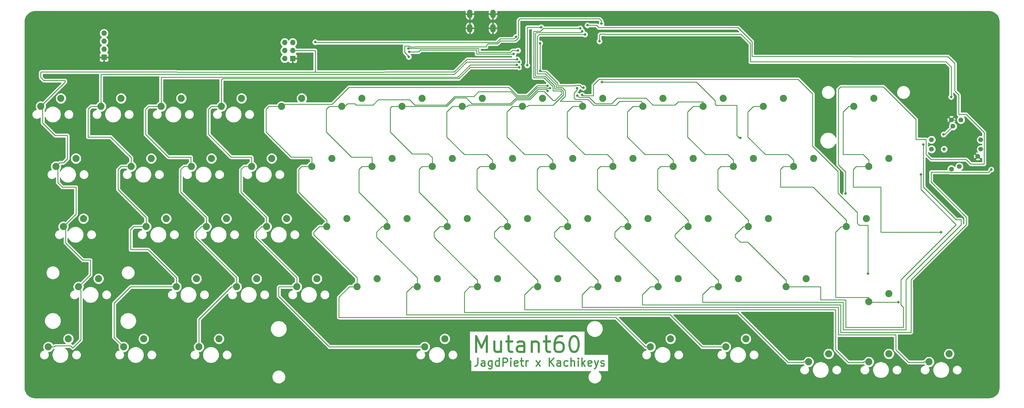
<source format=gtl>
G04 #@! TF.GenerationSoftware,KiCad,Pcbnew,(5.1.5)-3*
G04 #@! TF.CreationDate,2020-03-25T22:32:38+08:00*
G04 #@! TF.ProjectId,PCB Design,50434220-4465-4736-9967-6e2e6b696361,rev?*
G04 #@! TF.SameCoordinates,Original*
G04 #@! TF.FileFunction,Copper,L1,Top*
G04 #@! TF.FilePolarity,Positive*
%FSLAX46Y46*%
G04 Gerber Fmt 4.6, Leading zero omitted, Abs format (unit mm)*
G04 Created by KiCad (PCBNEW (5.1.5)-3) date 2020-03-25 22:32:38*
%MOMM*%
%LPD*%
G04 APERTURE LIST*
%ADD10C,0.400000*%
%ADD11C,0.700000*%
%ADD12O,1.700000X1.700000*%
%ADD13R,1.700000X1.700000*%
%ADD14C,2.250000*%
%ADD15O,1.700000X2.700000*%
%ADD16C,1.100000*%
%ADD17C,1.500000*%
%ADD18C,0.800000*%
%ADD19C,0.254000*%
%ADD20C,0.228600*%
%ADD21C,0.250000*%
G04 APERTURE END LIST*
D10*
X167741666Y-123249702D02*
X167741666Y-125035416D01*
X167622619Y-125392559D01*
X167384523Y-125630654D01*
X167027380Y-125749702D01*
X166789285Y-125749702D01*
X170003571Y-125749702D02*
X170003571Y-124440178D01*
X169884523Y-124202083D01*
X169646428Y-124083035D01*
X169170238Y-124083035D01*
X168932142Y-124202083D01*
X170003571Y-125630654D02*
X169765476Y-125749702D01*
X169170238Y-125749702D01*
X168932142Y-125630654D01*
X168813095Y-125392559D01*
X168813095Y-125154464D01*
X168932142Y-124916369D01*
X169170238Y-124797321D01*
X169765476Y-124797321D01*
X170003571Y-124678273D01*
X172265476Y-124083035D02*
X172265476Y-126106845D01*
X172146428Y-126344940D01*
X172027380Y-126463988D01*
X171789285Y-126583035D01*
X171432142Y-126583035D01*
X171194047Y-126463988D01*
X172265476Y-125630654D02*
X172027380Y-125749702D01*
X171551190Y-125749702D01*
X171313095Y-125630654D01*
X171194047Y-125511607D01*
X171075000Y-125273511D01*
X171075000Y-124559226D01*
X171194047Y-124321130D01*
X171313095Y-124202083D01*
X171551190Y-124083035D01*
X172027380Y-124083035D01*
X172265476Y-124202083D01*
X174527380Y-125749702D02*
X174527380Y-123249702D01*
X174527380Y-125630654D02*
X174289285Y-125749702D01*
X173813095Y-125749702D01*
X173575000Y-125630654D01*
X173455952Y-125511607D01*
X173336904Y-125273511D01*
X173336904Y-124559226D01*
X173455952Y-124321130D01*
X173575000Y-124202083D01*
X173813095Y-124083035D01*
X174289285Y-124083035D01*
X174527380Y-124202083D01*
X175717857Y-125749702D02*
X175717857Y-123249702D01*
X176670238Y-123249702D01*
X176908333Y-123368750D01*
X177027380Y-123487797D01*
X177146428Y-123725892D01*
X177146428Y-124083035D01*
X177027380Y-124321130D01*
X176908333Y-124440178D01*
X176670238Y-124559226D01*
X175717857Y-124559226D01*
X178217857Y-125749702D02*
X178217857Y-124083035D01*
X178217857Y-123249702D02*
X178098809Y-123368750D01*
X178217857Y-123487797D01*
X178336904Y-123368750D01*
X178217857Y-123249702D01*
X178217857Y-123487797D01*
X180360714Y-125630654D02*
X180122619Y-125749702D01*
X179646428Y-125749702D01*
X179408333Y-125630654D01*
X179289285Y-125392559D01*
X179289285Y-124440178D01*
X179408333Y-124202083D01*
X179646428Y-124083035D01*
X180122619Y-124083035D01*
X180360714Y-124202083D01*
X180479761Y-124440178D01*
X180479761Y-124678273D01*
X179289285Y-124916369D01*
X181194047Y-124083035D02*
X182146428Y-124083035D01*
X181551190Y-123249702D02*
X181551190Y-125392559D01*
X181670238Y-125630654D01*
X181908333Y-125749702D01*
X182146428Y-125749702D01*
X182979761Y-125749702D02*
X182979761Y-124083035D01*
X182979761Y-124559226D02*
X183098809Y-124321130D01*
X183217857Y-124202083D01*
X183455952Y-124083035D01*
X183694047Y-124083035D01*
X186194047Y-125749702D02*
X187503571Y-124083035D01*
X186194047Y-124083035D02*
X187503571Y-125749702D01*
X190360714Y-125749702D02*
X190360714Y-123249702D01*
X191789285Y-125749702D02*
X190717857Y-124321130D01*
X191789285Y-123249702D02*
X190360714Y-124678273D01*
X193932142Y-125749702D02*
X193932142Y-124440178D01*
X193813095Y-124202083D01*
X193575000Y-124083035D01*
X193098809Y-124083035D01*
X192860714Y-124202083D01*
X193932142Y-125630654D02*
X193694047Y-125749702D01*
X193098809Y-125749702D01*
X192860714Y-125630654D01*
X192741666Y-125392559D01*
X192741666Y-125154464D01*
X192860714Y-124916369D01*
X193098809Y-124797321D01*
X193694047Y-124797321D01*
X193932142Y-124678273D01*
X196194047Y-125630654D02*
X195955952Y-125749702D01*
X195479761Y-125749702D01*
X195241666Y-125630654D01*
X195122619Y-125511607D01*
X195003571Y-125273511D01*
X195003571Y-124559226D01*
X195122619Y-124321130D01*
X195241666Y-124202083D01*
X195479761Y-124083035D01*
X195955952Y-124083035D01*
X196194047Y-124202083D01*
X197265476Y-125749702D02*
X197265476Y-123249702D01*
X198336904Y-125749702D02*
X198336904Y-124440178D01*
X198217857Y-124202083D01*
X197979761Y-124083035D01*
X197622619Y-124083035D01*
X197384523Y-124202083D01*
X197265476Y-124321130D01*
X199527380Y-125749702D02*
X199527380Y-124083035D01*
X199527380Y-123249702D02*
X199408333Y-123368750D01*
X199527380Y-123487797D01*
X199646428Y-123368750D01*
X199527380Y-123249702D01*
X199527380Y-123487797D01*
X200717857Y-125749702D02*
X200717857Y-123249702D01*
X200955952Y-124797321D02*
X201670238Y-125749702D01*
X201670238Y-124083035D02*
X200717857Y-125035416D01*
X203694047Y-125630654D02*
X203455952Y-125749702D01*
X202979761Y-125749702D01*
X202741666Y-125630654D01*
X202622619Y-125392559D01*
X202622619Y-124440178D01*
X202741666Y-124202083D01*
X202979761Y-124083035D01*
X203455952Y-124083035D01*
X203694047Y-124202083D01*
X203813095Y-124440178D01*
X203813095Y-124678273D01*
X202622619Y-124916369D01*
X204646428Y-124083035D02*
X205241666Y-125749702D01*
X205836904Y-124083035D02*
X205241666Y-125749702D01*
X205003571Y-126344940D01*
X204884523Y-126463988D01*
X204646428Y-126583035D01*
X206670238Y-125630654D02*
X206908333Y-125749702D01*
X207384523Y-125749702D01*
X207622619Y-125630654D01*
X207741666Y-125392559D01*
X207741666Y-125273511D01*
X207622619Y-125035416D01*
X207384523Y-124916369D01*
X207027380Y-124916369D01*
X206789285Y-124797321D01*
X206670238Y-124559226D01*
X206670238Y-124440178D01*
X206789285Y-124202083D01*
X207027380Y-124083035D01*
X207384523Y-124083035D01*
X207622619Y-124202083D01*
D11*
X167284821Y-121324404D02*
X167284821Y-116324404D01*
X168951488Y-119895833D01*
X170618154Y-116324404D01*
X170618154Y-121324404D01*
X175141964Y-117991071D02*
X175141964Y-121324404D01*
X172999107Y-117991071D02*
X172999107Y-120610119D01*
X173237202Y-121086309D01*
X173713392Y-121324404D01*
X174427678Y-121324404D01*
X174903869Y-121086309D01*
X175141964Y-120848214D01*
X176808630Y-117991071D02*
X178713392Y-117991071D01*
X177522916Y-116324404D02*
X177522916Y-120610119D01*
X177761011Y-121086309D01*
X178237202Y-121324404D01*
X178713392Y-121324404D01*
X182522916Y-121324404D02*
X182522916Y-118705357D01*
X182284821Y-118229166D01*
X181808630Y-117991071D01*
X180856249Y-117991071D01*
X180380059Y-118229166D01*
X182522916Y-121086309D02*
X182046726Y-121324404D01*
X180856249Y-121324404D01*
X180380059Y-121086309D01*
X180141964Y-120610119D01*
X180141964Y-120133928D01*
X180380059Y-119657738D01*
X180856249Y-119419642D01*
X182046726Y-119419642D01*
X182522916Y-119181547D01*
X184903869Y-117991071D02*
X184903869Y-121324404D01*
X184903869Y-118467261D02*
X185141964Y-118229166D01*
X185618154Y-117991071D01*
X186332440Y-117991071D01*
X186808630Y-118229166D01*
X187046726Y-118705357D01*
X187046726Y-121324404D01*
X188713392Y-117991071D02*
X190618154Y-117991071D01*
X189427678Y-116324404D02*
X189427678Y-120610119D01*
X189665773Y-121086309D01*
X190141964Y-121324404D01*
X190618154Y-121324404D01*
X194427678Y-116324404D02*
X193475297Y-116324404D01*
X192999107Y-116562500D01*
X192761011Y-116800595D01*
X192284821Y-117514880D01*
X192046726Y-118467261D01*
X192046726Y-120372023D01*
X192284821Y-120848214D01*
X192522916Y-121086309D01*
X192999107Y-121324404D01*
X193951488Y-121324404D01*
X194427678Y-121086309D01*
X194665773Y-120848214D01*
X194903869Y-120372023D01*
X194903869Y-119181547D01*
X194665773Y-118705357D01*
X194427678Y-118467261D01*
X193951488Y-118229166D01*
X192999107Y-118229166D01*
X192522916Y-118467261D01*
X192284821Y-118705357D01*
X192046726Y-119181547D01*
X197999107Y-116324404D02*
X198475297Y-116324404D01*
X198951488Y-116562500D01*
X199189583Y-116800595D01*
X199427678Y-117276785D01*
X199665773Y-118229166D01*
X199665773Y-119419642D01*
X199427678Y-120372023D01*
X199189583Y-120848214D01*
X198951488Y-121086309D01*
X198475297Y-121324404D01*
X197999107Y-121324404D01*
X197522916Y-121086309D01*
X197284821Y-120848214D01*
X197046726Y-120372023D01*
X196808630Y-119419642D01*
X196808630Y-118229166D01*
X197046726Y-117276785D01*
X197284821Y-116800595D01*
X197522916Y-116562500D01*
X197999107Y-116324404D01*
D12*
X106680000Y-23241000D03*
X109220000Y-23241000D03*
X106680000Y-25781000D03*
X109220000Y-25781000D03*
X106680000Y-28321000D03*
D13*
X109220000Y-28321000D03*
D14*
X69215000Y-79057500D03*
X62865000Y-81597500D03*
X216852500Y-60007500D03*
X210502500Y-62547500D03*
X157321250Y-117157500D03*
X150971250Y-119697500D03*
X297815000Y-102870000D03*
X291465000Y-105410000D03*
X47783750Y-98107500D03*
X41433750Y-100647500D03*
X297815000Y-60007500D03*
X291465000Y-62547500D03*
X207327500Y-40957500D03*
X200977500Y-43497500D03*
X131127500Y-40957500D03*
X124777500Y-43497500D03*
X112077500Y-40957500D03*
X105727500Y-43497500D03*
X93027500Y-40957500D03*
X86677500Y-43497500D03*
X35877500Y-40957500D03*
X29527500Y-43497500D03*
X64452500Y-60007500D03*
X58102500Y-62547500D03*
X40640000Y-60007500D03*
X34290000Y-62547500D03*
X169227500Y-40957500D03*
X162877500Y-43497500D03*
X271621250Y-98107500D03*
X265271250Y-100647500D03*
X228758750Y-117157500D03*
X222408750Y-119697500D03*
D15*
X165260000Y-14224000D03*
X172560000Y-14224000D03*
X172560000Y-18724000D03*
X165260000Y-18724000D03*
D16*
X315287500Y-57062500D03*
D17*
X311287500Y-57062500D03*
X311287500Y-54062500D03*
X317587500Y-47762500D03*
X318087500Y-49782500D03*
X320587500Y-47762500D03*
X326887500Y-54062500D03*
X326887500Y-57062500D03*
X325947500Y-59312500D03*
X320087500Y-62542500D03*
X317587500Y-63362500D03*
D14*
X62071250Y-117157500D03*
X55721250Y-119697500D03*
X316865000Y-121920000D03*
X310515000Y-124460000D03*
X278765000Y-121920000D03*
X272415000Y-124460000D03*
X38258750Y-117157500D03*
X31908750Y-119697500D03*
X85883750Y-117157500D03*
X79533750Y-119697500D03*
X252571250Y-117157500D03*
X246221250Y-119697500D03*
X297815000Y-121920000D03*
X291465000Y-124460000D03*
X78740000Y-98107500D03*
X72390000Y-100647500D03*
X97790000Y-98107500D03*
X91440000Y-100647500D03*
X135890000Y-98107500D03*
X129540000Y-100647500D03*
X250190000Y-98107500D03*
X243840000Y-100647500D03*
X231140000Y-98107500D03*
X224790000Y-100647500D03*
X173990000Y-98107500D03*
X167640000Y-100647500D03*
X193040000Y-98107500D03*
X186690000Y-100647500D03*
X212090000Y-98107500D03*
X205740000Y-100647500D03*
X116840000Y-98107500D03*
X110490000Y-100647500D03*
X154940000Y-98107500D03*
X148590000Y-100647500D03*
X88265000Y-79057500D03*
X81915000Y-81597500D03*
X221615000Y-79057500D03*
X215265000Y-81597500D03*
X202565000Y-79057500D03*
X196215000Y-81597500D03*
X183515000Y-79057500D03*
X177165000Y-81597500D03*
X164465000Y-79057500D03*
X158115000Y-81597500D03*
X145415000Y-79057500D03*
X139065000Y-81597500D03*
X126365000Y-79057500D03*
X120015000Y-81597500D03*
X290671250Y-79057500D03*
X284321250Y-81597500D03*
X107315000Y-79057500D03*
X100965000Y-81597500D03*
X43021250Y-79057500D03*
X36671250Y-81597500D03*
X259715000Y-79057500D03*
X253365000Y-81597500D03*
X240665000Y-79057500D03*
X234315000Y-81597500D03*
X159702500Y-60007500D03*
X153352500Y-62547500D03*
X83502500Y-60007500D03*
X77152500Y-62547500D03*
X178752500Y-60007500D03*
X172402500Y-62547500D03*
X140652500Y-60007500D03*
X134302500Y-62547500D03*
X121602500Y-60007500D03*
X115252500Y-62547500D03*
X235902500Y-60007500D03*
X229552500Y-62547500D03*
X197802500Y-60007500D03*
X191452500Y-62547500D03*
X102552500Y-60007500D03*
X96202500Y-62547500D03*
X274002500Y-60007500D03*
X267652500Y-62547500D03*
X254952500Y-60007500D03*
X248602500Y-62547500D03*
X245427500Y-40957500D03*
X239077500Y-43497500D03*
X293052500Y-40957500D03*
X286702500Y-43497500D03*
X264477500Y-40957500D03*
X258127500Y-43497500D03*
X188277500Y-40957500D03*
X181927500Y-43497500D03*
X150177500Y-40957500D03*
X143827500Y-43497500D03*
X73977500Y-40957500D03*
X67627500Y-43497500D03*
X54927500Y-40957500D03*
X48577500Y-43497500D03*
X226377500Y-40957500D03*
X220027500Y-43497500D03*
D12*
X49530000Y-20320000D03*
X49530000Y-22860000D03*
X49530000Y-25400000D03*
D13*
X49530000Y-27940000D03*
D18*
X172974000Y-25019000D03*
X181737000Y-24384000D03*
X182499000Y-31496000D03*
X63500000Y-29972000D03*
X179832000Y-21463000D03*
X116332000Y-23114000D03*
X201168000Y-37592000D03*
X187452000Y-23495000D03*
X187452000Y-32258000D03*
X207010000Y-35814000D03*
X250825000Y-53467000D03*
X291211000Y-96520000D03*
X200787000Y-39878000D03*
X330200000Y-63500000D03*
X330200000Y-63500000D03*
X330200000Y-63500000D03*
X330200000Y-63500000D03*
X201676000Y-20701000D03*
X308768750Y-55562500D03*
X308768750Y-55562500D03*
X308768750Y-55562500D03*
X199183700Y-37719000D03*
X307975000Y-65087500D03*
X202438000Y-17780000D03*
X199263000Y-40069590D03*
X300831250Y-105568750D03*
X206248000Y-22860000D03*
X317500000Y-40481250D03*
X314325000Y-83343750D03*
X314325000Y-83343750D03*
X145800419Y-25150419D03*
X180467000Y-25781000D03*
X146050000Y-26193750D03*
X179070000Y-26924000D03*
X206883000Y-17272000D03*
X145923000Y-27789500D03*
X187833000Y-18415000D03*
X183388000Y-30480000D03*
X180848000Y-29390088D03*
X180086000Y-30353000D03*
X180848000Y-31115000D03*
X189865000Y-36957000D03*
X190627000Y-37719000D03*
X189865000Y-38608000D03*
X200152000Y-18748300D03*
X200751800Y-19694188D03*
X180213000Y-28575000D03*
X315118750Y-52387500D03*
X284099000Y-71120000D03*
D19*
X318648160Y-47762500D02*
X318770000Y-47884340D01*
X317587500Y-47762500D02*
X318648160Y-47762500D01*
X318770000Y-47884340D02*
X318775340Y-47884340D01*
X325197501Y-58562501D02*
X325947500Y-59312500D01*
X325197501Y-54306501D02*
X325197501Y-58562501D01*
X318775340Y-47884340D02*
X325197501Y-54306501D01*
D20*
X109220000Y-29399600D02*
X109220000Y-28321000D01*
X108647600Y-29972000D02*
X109220000Y-29399600D01*
X63500000Y-29972000D02*
X108647600Y-29972000D01*
D19*
X179246571Y-24384000D02*
X174117000Y-24384000D01*
X179275685Y-24413114D02*
X179246571Y-24384000D01*
D20*
X179275685Y-24413114D02*
X180750114Y-24413114D01*
X180779228Y-24384000D02*
X181737000Y-24384000D01*
X180750114Y-24413114D02*
X180779228Y-24384000D01*
X181864000Y-31496000D02*
X182499000Y-31496000D01*
X181737000Y-24384000D02*
X181737000Y-31369000D01*
X181737000Y-31369000D02*
X181864000Y-31496000D01*
X174117000Y-24384000D02*
X174117000Y-24892000D01*
X173990000Y-25019000D02*
X172974000Y-25019000D01*
X174117000Y-24892000D02*
X173990000Y-25019000D01*
X165260000Y-15802600D02*
X165260000Y-18724000D01*
X165260000Y-14224000D02*
X165260000Y-15802600D01*
X166338600Y-18724000D02*
X172560000Y-18724000D01*
X165260000Y-18724000D02*
X166338600Y-18724000D01*
X172560000Y-17145400D02*
X172560000Y-14224000D01*
X172560000Y-18724000D02*
X172560000Y-17145400D01*
X174879000Y-22098000D02*
X173736000Y-23241000D01*
X173736000Y-23241000D02*
X116459000Y-23241000D01*
X116459000Y-23241000D02*
X116332000Y-23114000D01*
D19*
X179197000Y-22098000D02*
X179832000Y-21463000D01*
X178308000Y-22098000D02*
X179197000Y-22098000D01*
D20*
X178308000Y-22098000D02*
X174879000Y-22098000D01*
X178435000Y-22098000D02*
X178308000Y-22098000D01*
X187452000Y-31692315D02*
X187452000Y-23495000D01*
X187452000Y-32258000D02*
X187452000Y-31692315D01*
X187706000Y-32258000D02*
X187452000Y-32258000D01*
X187960000Y-32512000D02*
X187706000Y-32258000D01*
X193040000Y-36195000D02*
X189357000Y-32512000D01*
X189357000Y-32512000D02*
X187960000Y-32512000D01*
X193040000Y-36957000D02*
X193040000Y-36195000D01*
X200025000Y-36830000D02*
X198755000Y-36830000D01*
X198628000Y-36957000D02*
X193040000Y-36957000D01*
X201168000Y-37592000D02*
X200787000Y-37592000D01*
X200787000Y-37592000D02*
X200025000Y-36830000D01*
X198755000Y-36830000D02*
X198628000Y-36957000D01*
X236953146Y-35814000D02*
X242824000Y-41684854D01*
X207010000Y-35814000D02*
X236953146Y-35814000D01*
X242824000Y-41684854D02*
X242824000Y-42799000D01*
X242824000Y-42799000D02*
X243205000Y-43180000D01*
X243205000Y-43180000D02*
X249682000Y-43180000D01*
X249682000Y-43180000D02*
X249682000Y-52705000D01*
X249682000Y-52705000D02*
X250444000Y-53467000D01*
X250444000Y-53467000D02*
X250825000Y-53467000D01*
X204311219Y-36734781D02*
X206121000Y-34925000D01*
X206121000Y-34925000D02*
X209169000Y-34925000D01*
X209169000Y-34925000D02*
X269113000Y-34925000D01*
X269113000Y-34925000D02*
X273685000Y-39497000D01*
X273685000Y-39497000D02*
X273685000Y-56134000D01*
X273685000Y-56134000D02*
X281686000Y-64135000D01*
X281686000Y-64135000D02*
X281686000Y-70993000D01*
X281686000Y-70993000D02*
X287782000Y-77089000D01*
X287782000Y-77089000D02*
X287782000Y-80518000D01*
X287782000Y-80518000D02*
X288417000Y-81153000D01*
X288417000Y-81153000D02*
X291211000Y-81153000D01*
X291211000Y-81153000D02*
X291211000Y-96520000D01*
X204311219Y-36734781D02*
X204311219Y-40036781D01*
X204311219Y-40036781D02*
X204216000Y-40132000D01*
X204216000Y-40132000D02*
X200787000Y-40132000D01*
X200787000Y-40132000D02*
X200787000Y-39878000D01*
D19*
X304800000Y-100806250D02*
X304800000Y-115093750D01*
X304800000Y-115093750D02*
X282575000Y-115093750D01*
X282575000Y-115093750D02*
X282575000Y-106362500D01*
X282575000Y-106362500D02*
X219868750Y-106362500D01*
X219868750Y-106362500D02*
X219868750Y-103187500D01*
X222408750Y-100647500D02*
X224790000Y-100647500D01*
X219868750Y-103187500D02*
X222408750Y-100647500D01*
X224790000Y-100647500D02*
X224790000Y-98583750D01*
X224790000Y-98583750D02*
X211137500Y-84931250D01*
X211137500Y-84931250D02*
X211137500Y-83343750D01*
X212883750Y-81597500D02*
X215265000Y-81597500D01*
X211137500Y-83343750D02*
X212883750Y-81597500D01*
X206533750Y-62547500D02*
X210502500Y-62547500D01*
X205581250Y-69850000D02*
X205581250Y-63500000D01*
X215265000Y-81597500D02*
X215265000Y-79533750D01*
X205581250Y-63500000D02*
X206533750Y-62547500D01*
X215265000Y-79533750D02*
X205581250Y-69850000D01*
X210502500Y-62547500D02*
X210502500Y-60483750D01*
X210502500Y-60483750D02*
X208756250Y-58737500D01*
X208756250Y-58737500D02*
X201612500Y-58737500D01*
X201612500Y-58737500D02*
X196056250Y-53181250D01*
X196056250Y-53181250D02*
X196056250Y-45243750D01*
X197802500Y-43497500D02*
X200977500Y-43497500D01*
X196056250Y-45243750D02*
X197802500Y-43497500D01*
D20*
X304800000Y-100806250D02*
X304800000Y-99218750D01*
X304800000Y-99218750D02*
X304800000Y-113336606D01*
X329273199Y-64426801D02*
X329800001Y-63899999D01*
X329800001Y-63899999D02*
X330200000Y-63500000D01*
X317076635Y-64426801D02*
X329273199Y-64426801D01*
X316943584Y-64293750D02*
X317076635Y-64426801D01*
X311150000Y-64293750D02*
X316943584Y-64293750D01*
X304800000Y-99218750D02*
X304800000Y-98425000D01*
X304800000Y-98425000D02*
X322262500Y-80962500D01*
X322262500Y-80962500D02*
X322262500Y-78581250D01*
X322262500Y-78581250D02*
X311150000Y-67468750D01*
X311150000Y-67468750D02*
X311150000Y-64293750D01*
X186563000Y-21336000D02*
X187198000Y-20701000D01*
X195453000Y-38481000D02*
X194437000Y-37465000D01*
X200977500Y-43497500D02*
X200977500Y-42481500D01*
X187198000Y-20701000D02*
X201676000Y-20701000D01*
X200406000Y-41910000D02*
X193802000Y-41910000D01*
X193802000Y-41910000D02*
X195453000Y-40259000D01*
X194437000Y-37465000D02*
X192532000Y-37465000D01*
X200977500Y-42481500D02*
X200406000Y-41910000D01*
X195453000Y-40259000D02*
X195453000Y-38481000D01*
X192532000Y-37465000D02*
X192532000Y-36576000D01*
X186563000Y-33147000D02*
X186563000Y-21336000D01*
X192532000Y-36576000D02*
X189103000Y-33147000D01*
X189103000Y-33147000D02*
X186563000Y-33147000D01*
D19*
X308768750Y-55562500D02*
X308768750Y-68262500D01*
X303212500Y-99218750D02*
X303212500Y-114300000D01*
X303212500Y-114300000D02*
X283368750Y-114300000D01*
X283368750Y-114300000D02*
X283368750Y-105568750D01*
X283368750Y-105568750D02*
X238918750Y-105568750D01*
X238918750Y-105568750D02*
X238918750Y-103187500D01*
X241458750Y-100647500D02*
X243840000Y-100647500D01*
X238918750Y-103187500D02*
X241458750Y-100647500D01*
X230187500Y-84134010D02*
X232724010Y-81597500D01*
X243840000Y-100647500D02*
X243840000Y-98583750D01*
X232724010Y-81597500D02*
X234315000Y-81597500D01*
X230187500Y-84931250D02*
X230187500Y-84134010D01*
X243840000Y-98583750D02*
X230187500Y-84931250D01*
X234315000Y-81597500D02*
X234315000Y-79533750D01*
X234315000Y-79533750D02*
X224631250Y-69850000D01*
X224631250Y-69850000D02*
X224631250Y-63500000D01*
X225583750Y-62547500D02*
X229552500Y-62547500D01*
X224631250Y-63500000D02*
X225583750Y-62547500D01*
X229552500Y-62547500D02*
X229552500Y-60483750D01*
X229552500Y-60483750D02*
X227806250Y-58737500D01*
X227806250Y-58737500D02*
X220662500Y-58737500D01*
X220662500Y-58737500D02*
X215106250Y-53181250D01*
X215106250Y-53181250D02*
X215106250Y-45243750D01*
X216852500Y-43497500D02*
X220027500Y-43497500D01*
X215106250Y-45243750D02*
X216852500Y-43497500D01*
D20*
X303212500Y-99218750D02*
X303212500Y-98425000D01*
X303212500Y-98425000D02*
X320675000Y-80962500D01*
X308768750Y-68262500D02*
X308768750Y-69056250D01*
X308768750Y-69056250D02*
X319087500Y-79375000D01*
X319087500Y-79375000D02*
X320675000Y-79375000D01*
X320675000Y-79375000D02*
X320675000Y-80962500D01*
X220027500Y-43497500D02*
X220027500Y-42481500D01*
X220027500Y-42481500D02*
X219456000Y-41910000D01*
X219456000Y-41910000D02*
X212598000Y-41910000D01*
X212598000Y-41910000D02*
X211328000Y-43180000D01*
X211328000Y-43180000D02*
X204470000Y-43180000D01*
X204470000Y-43180000D02*
X202565000Y-41275000D01*
X202565000Y-41275000D02*
X198628000Y-41275000D01*
X198628000Y-41275000D02*
X198247000Y-40894000D01*
X198247000Y-40894000D02*
X198247000Y-39243000D01*
X199183700Y-38306300D02*
X199183700Y-37719000D01*
X198247000Y-39243000D02*
X199183700Y-38306300D01*
D19*
X276066250Y-100647500D02*
X265271250Y-100647500D01*
X319087500Y-80962500D02*
X301625000Y-98425000D01*
X302418750Y-107156250D02*
X302418750Y-113506250D01*
X301625000Y-98425000D02*
X301625000Y-106362500D01*
X307975000Y-65087500D02*
X307975000Y-69850000D01*
X301625000Y-106362500D02*
X302418750Y-107156250D01*
X276225000Y-104775000D02*
X276225000Y-100806250D01*
X307975000Y-69850000D02*
X319087500Y-80962500D01*
X284162500Y-104775000D02*
X276225000Y-104775000D01*
X302418750Y-113506250D02*
X284162500Y-113506250D01*
X284162500Y-113506250D02*
X284162500Y-104775000D01*
X276225000Y-100806250D02*
X276066250Y-100647500D01*
X249237500Y-84134010D02*
X251774010Y-81597500D01*
X265271250Y-100647500D02*
X265271250Y-98583750D01*
X265271250Y-98583750D02*
X253206250Y-86518750D01*
X250825000Y-86518750D02*
X249237500Y-84931250D01*
X251774010Y-81597500D02*
X253365000Y-81597500D01*
X253206250Y-86518750D02*
X250825000Y-86518750D01*
X249237500Y-84931250D02*
X249237500Y-84134010D01*
X253365000Y-81597500D02*
X253365000Y-79533750D01*
X253365000Y-79533750D02*
X243681250Y-69850000D01*
X243681250Y-69850000D02*
X243681250Y-63500000D01*
X244633750Y-62547500D02*
X248602500Y-62547500D01*
X243681250Y-63500000D02*
X244633750Y-62547500D01*
X248602500Y-62547500D02*
X248602500Y-60483750D01*
X248602500Y-60483750D02*
X246856250Y-58737500D01*
X246856250Y-58737500D02*
X239712500Y-58737500D01*
X239712500Y-58737500D02*
X234156250Y-53181250D01*
X234156250Y-53181250D02*
X234156250Y-45243750D01*
X235902500Y-43497500D02*
X239077500Y-43497500D01*
X234156250Y-45243750D02*
X235902500Y-43497500D01*
D20*
X239077500Y-43497500D02*
X239077500Y-42100500D01*
X239014000Y-42037000D02*
X231140000Y-42037000D01*
X239077500Y-42100500D02*
X239014000Y-42037000D01*
X231140000Y-42037000D02*
X230124000Y-43053000D01*
X230124000Y-43053000D02*
X223139000Y-43053000D01*
X223139000Y-43053000D02*
X220980000Y-40894000D01*
X220980000Y-40894000D02*
X211836000Y-40894000D01*
X211836000Y-40894000D02*
X210058000Y-42672000D01*
X210058000Y-42672000D02*
X204978000Y-42672000D01*
X204978000Y-42672000D02*
X202946000Y-40640000D01*
X202946000Y-40640000D02*
X199898000Y-40640000D01*
X199898000Y-40640000D02*
X199833410Y-40640000D01*
X199833410Y-40640000D02*
X199263000Y-40069590D01*
D19*
X291623750Y-105568750D02*
X291465000Y-105410000D01*
X300831250Y-105568750D02*
X291623750Y-105568750D01*
X282730260Y-81597500D02*
X284321250Y-81597500D01*
X291465000Y-104140000D02*
X291306250Y-103981250D01*
X280987500Y-83340260D02*
X282730260Y-81597500D01*
X291306250Y-103981250D02*
X280987500Y-103981250D01*
X291465000Y-105410000D02*
X291465000Y-104140000D01*
X280987500Y-103981250D02*
X280987500Y-83340260D01*
X284321250Y-81597500D02*
X284321250Y-79533750D01*
X284321250Y-79533750D02*
X273843750Y-69056250D01*
X273843750Y-69056250D02*
X263525000Y-69056250D01*
X263525000Y-69056250D02*
X263525000Y-63500000D01*
X264477500Y-62547500D02*
X267652500Y-62547500D01*
X263525000Y-63500000D02*
X264477500Y-62547500D01*
X267652500Y-62547500D02*
X267652500Y-60483750D01*
X267652500Y-60483750D02*
X265906250Y-58737500D01*
X265906250Y-58737500D02*
X258762500Y-58737500D01*
X258762500Y-58737500D02*
X253206250Y-53181250D01*
X253206250Y-53181250D02*
X253206250Y-45243750D01*
X254952500Y-43497500D02*
X258127500Y-43497500D01*
X253206250Y-45243750D02*
X254952500Y-43497500D01*
D20*
X315880750Y-29368750D02*
X317500000Y-30988000D01*
X254000000Y-29368750D02*
X315880750Y-29368750D01*
X251015500Y-20637500D02*
X254000000Y-23622000D01*
X254000000Y-23622000D02*
X254000000Y-29368750D01*
X206248000Y-20828000D02*
X206502000Y-20574000D01*
X206248000Y-22860000D02*
X206248000Y-20828000D01*
X206502000Y-20574000D02*
X208153000Y-20574000D01*
X208216500Y-20637500D02*
X251015500Y-20637500D01*
X317500000Y-30988000D02*
X317500000Y-40481250D01*
X208153000Y-20574000D02*
X208216500Y-20637500D01*
D19*
X314325000Y-83343750D02*
X295275000Y-83343750D01*
X295275000Y-83343750D02*
X295275000Y-69056250D01*
X295275000Y-69056250D02*
X286543750Y-69056250D01*
X286543750Y-69056250D02*
X286543750Y-63500000D01*
X287496250Y-62547500D02*
X291465000Y-62547500D01*
X286543750Y-63500000D02*
X287496250Y-62547500D01*
X291465000Y-60483750D02*
X289718750Y-58737500D01*
X291465000Y-62547500D02*
X291465000Y-60483750D01*
X289718750Y-58737500D02*
X283368750Y-58737500D01*
X285111510Y-43497500D02*
X286702500Y-43497500D01*
X283368750Y-45240260D02*
X285111510Y-43497500D01*
X283368750Y-58737500D02*
X283368750Y-45240260D01*
D20*
X178689000Y-25781000D02*
X180467000Y-25781000D01*
X167898419Y-25150419D02*
X168021000Y-25273000D01*
X178054000Y-26416000D02*
X178689000Y-25781000D01*
X145800419Y-25150419D02*
X167898419Y-25150419D01*
X168021000Y-25273000D02*
X168021000Y-26416000D01*
X168021000Y-26416000D02*
X178054000Y-26416000D01*
D19*
X146050000Y-26193750D02*
X149066250Y-26193750D01*
X149066250Y-26193750D02*
X149606000Y-25654000D01*
D20*
X149606000Y-25654000D02*
X167386000Y-25654000D01*
X167386000Y-25654000D02*
X167386000Y-26924000D01*
X167386000Y-26924000D02*
X179070000Y-26924000D01*
X180594000Y-21669301D02*
X180594000Y-16256000D01*
X174879000Y-22733000D02*
X174879000Y-22704146D01*
X206883000Y-16383000D02*
X206883000Y-17272000D01*
X181102000Y-15748000D02*
X206248000Y-15748000D01*
X179648020Y-22704146D02*
X180546301Y-21805865D01*
X146091166Y-24384000D02*
X146428975Y-24721809D01*
X144653000Y-26416000D02*
X144653000Y-24384000D01*
X180594000Y-16256000D02*
X181102000Y-15748000D01*
X147701000Y-24638000D02*
X170434000Y-24638000D01*
X206248000Y-15748000D02*
X206883000Y-16383000D01*
X144653000Y-24384000D02*
X146091166Y-24384000D01*
X145923000Y-27789500D02*
X145923000Y-27686000D01*
X145923000Y-27686000D02*
X144653000Y-26416000D01*
X173942390Y-23669610D02*
X174879000Y-22733000D01*
X146428975Y-24721809D02*
X147617191Y-24721809D01*
X174879000Y-22704146D02*
X179648020Y-22704146D01*
X170434000Y-24638000D02*
X170434000Y-24257000D01*
X147617191Y-24721809D02*
X147701000Y-24638000D01*
X180546301Y-21717000D02*
X180594000Y-21669301D01*
X170434000Y-24257000D02*
X171021390Y-23669610D01*
X180546301Y-21805865D02*
X180546301Y-21717000D01*
X171021390Y-23669610D02*
X173942390Y-23669610D01*
X183388000Y-18415000D02*
X187833000Y-18415000D01*
X183388000Y-30480000D02*
X183388000Y-18415000D01*
D21*
X55721250Y-119697500D02*
X52705000Y-116681250D01*
X52705000Y-116681250D02*
X52705000Y-105886250D01*
X57943750Y-100647500D02*
X72390000Y-100647500D01*
X52705000Y-105886250D02*
X57943750Y-100647500D01*
X58896250Y-81597500D02*
X62865000Y-81597500D01*
X72390000Y-100647500D02*
X72390000Y-97790000D01*
X63500000Y-88900000D02*
X57943750Y-88900000D01*
X72390000Y-97790000D02*
X63500000Y-88900000D01*
X57943750Y-82550000D02*
X58896250Y-81597500D01*
X57943750Y-88900000D02*
X57943750Y-82550000D01*
X62865000Y-81597500D02*
X62865000Y-78740000D01*
X62865000Y-78740000D02*
X53975000Y-69850000D01*
X53975000Y-69850000D02*
X53975000Y-63500000D01*
X54927500Y-62547500D02*
X58102500Y-62547500D01*
X53975000Y-63500000D02*
X54927500Y-62547500D01*
X45402500Y-43497500D02*
X48577500Y-43497500D01*
X58102500Y-59690000D02*
X51593750Y-53181250D01*
X58102500Y-62547500D02*
X58102500Y-59690000D01*
X51593750Y-53181250D02*
X44450000Y-53181250D01*
X44450000Y-53181250D02*
X44450000Y-44450000D01*
X44450000Y-44450000D02*
X45402500Y-43497500D01*
D20*
X160337500Y-33337500D02*
X164284912Y-29390088D01*
X48736250Y-33337500D02*
X160337500Y-33337500D01*
X48577500Y-43497500D02*
X48577500Y-33496250D01*
X48577500Y-33496250D02*
X48736250Y-33337500D01*
X164284912Y-29390088D02*
X180848000Y-29390088D01*
D21*
X89849010Y-100647500D02*
X91440000Y-100647500D01*
X79533750Y-110962760D02*
X89849010Y-100647500D01*
X79533750Y-119697500D02*
X79533750Y-110962760D01*
X78581250Y-83340260D02*
X80324010Y-81597500D01*
X91440000Y-97790000D02*
X78581250Y-84931250D01*
X80324010Y-81597500D02*
X81915000Y-81597500D01*
X78581250Y-84931250D02*
X78581250Y-83340260D01*
X91440000Y-100647500D02*
X91440000Y-97790000D01*
X81915000Y-81597500D02*
X81915000Y-78740000D01*
X81915000Y-78740000D02*
X73818750Y-70643750D01*
X73818750Y-70643750D02*
X73818750Y-63500000D01*
X74771250Y-62547500D02*
X77152500Y-62547500D01*
X73818750Y-63500000D02*
X74771250Y-62547500D01*
X62706250Y-44450000D02*
X63658750Y-43497500D01*
X76993750Y-62706250D02*
X76993750Y-59531250D01*
X63658750Y-43497500D02*
X67627500Y-43497500D01*
X76993750Y-59531250D02*
X69850000Y-59531250D01*
X77152500Y-62547500D02*
X76993750Y-62706250D01*
X69850000Y-59531250D02*
X62706250Y-52387500D01*
X62706250Y-52387500D02*
X62706250Y-44450000D01*
D20*
X67627500Y-34290000D02*
X67627500Y-43497500D01*
X161417000Y-34290000D02*
X67627500Y-34290000D01*
X180086000Y-30353000D02*
X165354000Y-30353000D01*
X165354000Y-30353000D02*
X161417000Y-34290000D01*
D21*
X150971250Y-119697500D02*
X120808750Y-119697500D01*
X120808750Y-119697500D02*
X104775000Y-103663750D01*
X104775000Y-103663750D02*
X104775000Y-100806250D01*
X104933750Y-100647500D02*
X110490000Y-100647500D01*
X104775000Y-100806250D02*
X104933750Y-100647500D01*
X99374010Y-81597500D02*
X100965000Y-81597500D01*
X97631250Y-84931250D02*
X97631250Y-83340260D01*
X110490000Y-97790000D02*
X97631250Y-84931250D01*
X97631250Y-83340260D02*
X99374010Y-81597500D01*
X110490000Y-100647500D02*
X110490000Y-97790000D01*
X100965000Y-81597500D02*
X100965000Y-78740000D01*
X100965000Y-78740000D02*
X92868750Y-70643750D01*
X92868750Y-70643750D02*
X92868750Y-63500000D01*
X93821250Y-62547500D02*
X96202500Y-62547500D01*
X92868750Y-63500000D02*
X93821250Y-62547500D01*
X96202500Y-62547500D02*
X96202500Y-59690000D01*
X96202500Y-59690000D02*
X96043750Y-59531250D01*
X96043750Y-59531250D02*
X89693750Y-59531250D01*
X89693750Y-59531250D02*
X82550000Y-52387500D01*
X82550000Y-52387500D02*
X82550000Y-44450000D01*
X83502500Y-43497500D02*
X86677500Y-43497500D01*
X82550000Y-44450000D02*
X83502500Y-43497500D01*
D20*
X165354000Y-31115000D02*
X178181000Y-31115000D01*
X161750390Y-34718610D02*
X165354000Y-31115000D01*
X86677500Y-35083750D02*
X86836250Y-34925000D01*
X87074390Y-34718610D02*
X161750390Y-34718610D01*
X86677500Y-43497500D02*
X86677500Y-35083750D01*
X86836250Y-34925000D02*
X86868000Y-34925000D01*
X86868000Y-34925000D02*
X87074390Y-34718610D01*
X178181000Y-31115000D02*
X180848000Y-31115000D01*
D21*
X220817760Y-119697500D02*
X211451510Y-110331250D01*
X222408750Y-119697500D02*
X220817760Y-119697500D01*
X211451510Y-110331250D02*
X123825000Y-110331250D01*
X123825000Y-110331250D02*
X123825000Y-103981250D01*
X127158750Y-100647500D02*
X129540000Y-100647500D01*
X123825000Y-103981250D02*
X127158750Y-100647500D01*
X129540000Y-100647500D02*
X129540000Y-97790000D01*
X129540000Y-97790000D02*
X115887500Y-84137500D01*
X115887500Y-84137500D02*
X115887500Y-83343750D01*
X117633750Y-81597500D02*
X120015000Y-81597500D01*
X115887500Y-83343750D02*
X117633750Y-81597500D01*
X120015000Y-81597500D02*
X120015000Y-79533750D01*
X120015000Y-79533750D02*
X111125000Y-70643750D01*
X111125000Y-70643750D02*
X111125000Y-63500000D01*
X112077500Y-62547500D02*
X115252500Y-62547500D01*
X111125000Y-63500000D02*
X112077500Y-62547500D01*
X115252500Y-62547500D02*
X115252500Y-59690000D01*
X115252500Y-59690000D02*
X115093750Y-59531250D01*
X115093750Y-59531250D02*
X108743750Y-59531250D01*
X108743750Y-59531250D02*
X100806250Y-51593750D01*
X100806250Y-51593750D02*
X100806250Y-44450000D01*
X101758750Y-43497500D02*
X105727500Y-43497500D01*
X100806250Y-44450000D02*
X101758750Y-43497500D01*
D20*
X105727500Y-43497500D02*
X105727500Y-43624500D01*
X186591854Y-36957000D02*
X189865000Y-36957000D01*
X183432684Y-40116170D02*
X186591854Y-36957000D01*
X180168316Y-40116170D02*
X183432684Y-40116170D01*
X180086000Y-40033854D02*
X180168316Y-40116170D01*
X177546000Y-37465000D02*
X180086000Y-40005000D01*
X106235500Y-43497500D02*
X106934000Y-42799000D01*
X106934000Y-42799000D02*
X121666000Y-42799000D01*
X180086000Y-40005000D02*
X180086000Y-40033854D01*
X127000000Y-37465000D02*
X177546000Y-37465000D01*
X105727500Y-43497500D02*
X106235500Y-43497500D01*
X121666000Y-42799000D02*
X127000000Y-37465000D01*
D21*
X146999010Y-100647500D02*
X148590000Y-100647500D01*
X246221250Y-119697500D02*
X238760000Y-119697500D01*
X238760000Y-119697500D02*
X228600000Y-109537500D01*
X228600000Y-109537500D02*
X145256250Y-109537500D01*
X145256250Y-109537500D02*
X145256250Y-102390260D01*
X145256250Y-102390260D02*
X146999010Y-100647500D01*
X137474010Y-81597500D02*
X139065000Y-81597500D01*
X135731250Y-83340260D02*
X137474010Y-81597500D01*
X135731250Y-84931250D02*
X135731250Y-83340260D01*
X148590000Y-97790000D02*
X135731250Y-84931250D01*
X148590000Y-100647500D02*
X148590000Y-97790000D01*
X139065000Y-81597500D02*
X139065000Y-79533750D01*
X139065000Y-79533750D02*
X130175000Y-70643750D01*
X130175000Y-70643750D02*
X130175000Y-63500000D01*
X131127500Y-62547500D02*
X134302500Y-62547500D01*
X130175000Y-63500000D02*
X131127500Y-62547500D01*
X134302500Y-62547500D02*
X134302500Y-59690000D01*
X134302500Y-59690000D02*
X134143750Y-59531250D01*
X134143750Y-59531250D02*
X127793750Y-59531250D01*
X127793750Y-59531250D02*
X119856250Y-51593750D01*
X119856250Y-51593750D02*
X119856250Y-44450000D01*
X120808750Y-43497500D02*
X124777500Y-43497500D01*
X119856250Y-44450000D02*
X120808750Y-43497500D01*
D20*
X189569834Y-37719000D02*
X190061315Y-37719000D01*
X189442834Y-37592000D02*
X189569834Y-37719000D01*
X186563000Y-37592000D02*
X189442834Y-37592000D01*
X183610220Y-40544780D02*
X186563000Y-37592000D01*
X179990780Y-40544780D02*
X183610220Y-40544780D01*
X178308000Y-38862000D02*
X179990780Y-40544780D01*
X129286000Y-43053000D02*
X134620000Y-43053000D01*
X190061315Y-37719000D02*
X190627000Y-37719000D01*
X166544610Y-40338390D02*
X168021000Y-38862000D01*
X128905000Y-42672000D02*
X129286000Y-43053000D01*
X168021000Y-38862000D02*
X178308000Y-38862000D01*
X147843890Y-43068890D02*
X157746964Y-43068890D01*
X134620000Y-43053000D02*
X136271000Y-41402000D01*
X126492000Y-42672000D02*
X128905000Y-42672000D01*
X136271000Y-41402000D02*
X146177000Y-41402000D01*
X125666500Y-43497500D02*
X126492000Y-42672000D01*
X160477464Y-40338390D02*
X166544610Y-40338390D01*
X124777500Y-43497500D02*
X125666500Y-43497500D01*
X146177000Y-41402000D02*
X147843890Y-43068890D01*
X157746964Y-43068890D02*
X160477464Y-40338390D01*
D21*
X270824010Y-124460000D02*
X270665260Y-124618750D01*
X272415000Y-124460000D02*
X270824010Y-124460000D01*
X270665260Y-124618750D02*
X265906250Y-124618750D01*
X265906250Y-124618750D02*
X250031250Y-108743750D01*
X250031250Y-108743750D02*
X163512500Y-108743750D01*
X163512500Y-108743750D02*
X163512500Y-102393750D01*
X165258750Y-100647500D02*
X167640000Y-100647500D01*
X163512500Y-102393750D02*
X165258750Y-100647500D01*
X167640000Y-100647500D02*
X167640000Y-98583750D01*
X167640000Y-98583750D02*
X153987500Y-84931250D01*
X153987500Y-84931250D02*
X153987500Y-83343750D01*
X155733750Y-81597500D02*
X158115000Y-81597500D01*
X153987500Y-83343750D02*
X155733750Y-81597500D01*
X158115000Y-81597500D02*
X158115000Y-79533750D01*
X158115000Y-79533750D02*
X149225000Y-70643750D01*
X149225000Y-70643750D02*
X149225000Y-63500000D01*
X150177500Y-62547500D02*
X153352500Y-62547500D01*
X149225000Y-63500000D02*
X150177500Y-62547500D01*
X153352500Y-62547500D02*
X153352500Y-59690000D01*
X152219999Y-58557499D02*
X147023751Y-58557499D01*
X153352500Y-59690000D02*
X152219999Y-58557499D01*
X147023751Y-58557499D02*
X140060002Y-51593750D01*
X140060002Y-51593750D02*
X140060002Y-44016252D01*
X140578754Y-43497500D02*
X143827500Y-43497500D01*
X140060002Y-44016252D02*
X140578754Y-43497500D01*
D20*
X143827500Y-43497500D02*
X144018000Y-43688000D01*
X186845854Y-38100000D02*
X189357000Y-38100000D01*
X179781464Y-40973390D02*
X183972464Y-40973390D01*
X178130464Y-42624390D02*
X179781464Y-40973390D01*
X157924500Y-43497500D02*
X160655000Y-40767000D01*
X189357000Y-38100000D02*
X189865000Y-38608000D01*
X143827500Y-43497500D02*
X157924500Y-43497500D01*
X164084000Y-40767000D02*
X165941390Y-42624390D01*
X160655000Y-40767000D02*
X164084000Y-40767000D01*
X183972464Y-40973390D02*
X186845854Y-38100000D01*
X165941390Y-42624390D02*
X178130464Y-42624390D01*
D21*
X185099010Y-100647500D02*
X186690000Y-100647500D01*
X182562500Y-103184010D02*
X185099010Y-100647500D01*
X280987500Y-107950000D02*
X182562500Y-107950000D01*
X291465000Y-124460000D02*
X289874010Y-124460000D01*
X289874010Y-124460000D02*
X289715260Y-124618750D01*
X182562500Y-107950000D02*
X182562500Y-103184010D01*
X280987500Y-120650000D02*
X280987500Y-107950000D01*
X289715260Y-124618750D02*
X284956250Y-124618750D01*
X284956250Y-124618750D02*
X280987500Y-120650000D01*
X186690000Y-100647500D02*
X186690000Y-98583750D01*
X186690000Y-98583750D02*
X173037500Y-84931250D01*
X173037500Y-84931250D02*
X173037500Y-83343750D01*
X174783750Y-81597500D02*
X177165000Y-81597500D01*
X173037500Y-83343750D02*
X174783750Y-81597500D01*
X168433750Y-62547500D02*
X172402500Y-62547500D01*
X167481250Y-63500000D02*
X168433750Y-62547500D01*
X167481250Y-69850000D02*
X167481250Y-63500000D01*
X177165000Y-81597500D02*
X177165000Y-79533750D01*
X177165000Y-79533750D02*
X167481250Y-69850000D01*
X172402500Y-62547500D02*
X172402500Y-60483750D01*
X172402500Y-60483750D02*
X170656250Y-58737500D01*
X170656250Y-58737500D02*
X163512500Y-58737500D01*
X163512500Y-58737500D02*
X157956250Y-53181250D01*
X157956250Y-53181250D02*
X157956250Y-45243750D01*
X159702500Y-43497500D02*
X162877500Y-43497500D01*
X157956250Y-45243750D02*
X159702500Y-43497500D01*
D20*
X179959000Y-41402000D02*
X178308000Y-43053000D01*
X186817000Y-38735000D02*
X184150000Y-41402000D01*
X188722000Y-38735000D02*
X186817000Y-38735000D01*
X192151000Y-41656000D02*
X191643000Y-41656000D01*
X191643000Y-41656000D02*
X188722000Y-38735000D01*
X185420000Y-34417000D02*
X188722000Y-34417000D01*
X188515700Y-18748300D02*
X187579000Y-19685000D01*
X191516000Y-38608000D02*
X193929000Y-38608000D01*
X184150000Y-41402000D02*
X179959000Y-41402000D01*
X200152000Y-18748300D02*
X188515700Y-18748300D01*
X185420000Y-19685000D02*
X185420000Y-34417000D01*
X187579000Y-19685000D02*
X185420000Y-19685000D01*
X188722000Y-34417000D02*
X191516000Y-37211000D01*
X164468490Y-43497500D02*
X162877500Y-43497500D01*
X178308000Y-43053000D02*
X164912990Y-43053000D01*
X191516000Y-37211000D02*
X191516000Y-38608000D01*
X193929000Y-38608000D02*
X194310000Y-38989000D01*
X164912990Y-43053000D02*
X164468490Y-43497500D01*
X194310000Y-38989000D02*
X194310000Y-39497000D01*
X194310000Y-39497000D02*
X192151000Y-41656000D01*
D19*
X281781250Y-107156250D02*
X200818750Y-107156250D01*
X300037500Y-115887500D02*
X281781250Y-115887500D01*
X308924010Y-124460000D02*
X308765260Y-124618750D01*
X200818750Y-107156250D02*
X200818750Y-103187500D01*
X310515000Y-124460000D02*
X308924010Y-124460000D01*
X308765260Y-124618750D02*
X304006250Y-124618750D01*
X281781250Y-115887500D02*
X281781250Y-107156250D01*
X304006250Y-124618750D02*
X300037500Y-120650000D01*
X200818750Y-103187500D02*
X203358750Y-100647500D01*
X300037500Y-120650000D02*
X300037500Y-115887500D01*
X205740000Y-100647500D02*
X205581250Y-100806250D01*
X203358750Y-100647500D02*
X205581250Y-100806250D01*
X205740000Y-100647500D02*
X205740000Y-98583750D01*
X205740000Y-98583750D02*
X192087500Y-84931250D01*
X192087500Y-84931250D02*
X192087500Y-83343750D01*
X193833750Y-81597500D02*
X196215000Y-81597500D01*
X192087500Y-83343750D02*
X193833750Y-81597500D01*
X187483750Y-62547500D02*
X191452500Y-62547500D01*
X186531250Y-63500000D02*
X187483750Y-62547500D01*
X186531250Y-69850000D02*
X186531250Y-63500000D01*
X196215000Y-81597500D02*
X196215000Y-79533750D01*
X196215000Y-79533750D02*
X186531250Y-69850000D01*
X191452500Y-62547500D02*
X191452500Y-60483750D01*
X191452500Y-60483750D02*
X189706250Y-58737500D01*
X189706250Y-58737500D02*
X182562500Y-58737500D01*
X182562500Y-58737500D02*
X177006250Y-53181250D01*
X177006250Y-53181250D02*
X177006250Y-45243750D01*
X178752500Y-43497500D02*
X181927500Y-43497500D01*
X177006250Y-45243750D02*
X178752500Y-43497500D01*
D20*
X200332378Y-20113610D02*
X200751800Y-19694188D01*
X186261390Y-20113610D02*
X200332378Y-20113610D01*
X185928000Y-20447000D02*
X186261390Y-20113610D01*
X194818000Y-39878000D02*
X194818000Y-38735000D01*
X194818000Y-38735000D02*
X194056000Y-37973000D01*
X194056000Y-37973000D02*
X192024000Y-37973000D01*
X183835990Y-43180000D02*
X191516000Y-43180000D01*
X181927500Y-43497500D02*
X183518490Y-43497500D01*
X185928000Y-33909000D02*
X185928000Y-20447000D01*
X183518490Y-43497500D02*
X183835990Y-43180000D01*
X192024000Y-37973000D02*
X192024000Y-36957000D01*
X192024000Y-36957000D02*
X188976000Y-33909000D01*
X191516000Y-43180000D02*
X194818000Y-39878000D01*
X188976000Y-33909000D02*
X185928000Y-33909000D01*
X29527500Y-32702500D02*
X29686250Y-32543750D01*
X29527500Y-32702500D02*
X29527500Y-34353500D01*
X29527500Y-34353500D02*
X30480000Y-35306000D01*
X30480000Y-35306000D02*
X37211000Y-35306000D01*
X37211000Y-35306000D02*
X37211000Y-35814000D01*
X37211000Y-35814000D02*
X29527500Y-43497500D01*
X29527500Y-43497500D02*
X29527500Y-43624500D01*
X29527500Y-43624500D02*
X30099000Y-44196000D01*
X30099000Y-44196000D02*
X30099000Y-48768000D01*
X30099000Y-48768000D02*
X34036000Y-52705000D01*
X34036000Y-52705000D02*
X37973000Y-52705000D01*
X37973000Y-52705000D02*
X37973000Y-60071000D01*
X37973000Y-60071000D02*
X36703000Y-61341000D01*
X35496500Y-61341000D02*
X34290000Y-62547500D01*
X36703000Y-61341000D02*
X35496500Y-61341000D01*
X40640000Y-77628750D02*
X36671250Y-81597500D01*
X40640000Y-69088000D02*
X40640000Y-77628750D01*
X34607500Y-62547500D02*
X34925000Y-62865000D01*
X36322000Y-69088000D02*
X40640000Y-69088000D01*
X34925000Y-62865000D02*
X34925000Y-67691000D01*
X34290000Y-62547500D02*
X34607500Y-62547500D01*
X34925000Y-67691000D02*
X36322000Y-69088000D01*
X45212000Y-92202000D02*
X45212000Y-96869250D01*
X36671250Y-81756250D02*
X37338000Y-82423000D01*
X37338000Y-82423000D02*
X37338000Y-86741000D01*
X36671250Y-81597500D02*
X36671250Y-81756250D01*
X45212000Y-96869250D02*
X41433750Y-100647500D01*
X37338000Y-86741000D02*
X42799000Y-92202000D01*
X42799000Y-92202000D02*
X45212000Y-92202000D01*
X33718500Y-119697500D02*
X31908750Y-119697500D01*
X38989000Y-119380000D02*
X34036000Y-119380000D01*
X41433750Y-101123750D02*
X42164000Y-101854000D01*
X41433750Y-100647500D02*
X41433750Y-101123750D01*
X42164000Y-101854000D02*
X42164000Y-117475000D01*
X34036000Y-119380000D02*
X33718500Y-119697500D01*
X42164000Y-117475000D02*
X39624000Y-120015000D01*
X39624000Y-120015000D02*
X38989000Y-119380000D01*
X116332000Y-32512000D02*
X116205000Y-32639000D01*
X29686250Y-32543750D02*
X116205000Y-32639000D01*
X116332000Y-25781000D02*
X116332000Y-32512000D01*
X109220000Y-25781000D02*
X116332000Y-25781000D01*
X116205000Y-32639000D02*
X159829622Y-32575622D01*
X159829622Y-32575622D02*
X160337378Y-32575622D01*
X160337378Y-32575622D02*
X164338000Y-28575000D01*
X164338000Y-28575000D02*
X179578000Y-28575000D01*
X179578000Y-28575000D02*
X180213000Y-28575000D01*
X315482500Y-52387500D02*
X315118750Y-52387500D01*
X318087500Y-49782500D02*
X315482500Y-52387500D01*
X284099000Y-64357250D02*
X284099000Y-71120000D01*
X284162500Y-64293750D02*
X284099000Y-64357250D01*
X281781250Y-61912500D02*
X284162500Y-64293750D01*
X281781250Y-38100000D02*
X281781250Y-61912500D01*
X282575000Y-37306250D02*
X281781250Y-38100000D01*
X296068750Y-37306250D02*
X282575000Y-37306250D01*
X306387500Y-47625000D02*
X296068750Y-37306250D01*
X318643000Y-29845000D02*
X318643000Y-38608000D01*
X316510896Y-27712896D02*
X318643000Y-29845000D01*
X256535274Y-27690726D02*
X316076104Y-27712896D01*
X254508000Y-27686000D02*
X256530548Y-27686000D01*
X250063000Y-18542000D02*
X254508000Y-22987000D01*
X309562500Y-53975000D02*
X306387500Y-53975000D01*
X202438000Y-17780000D02*
X205232000Y-17780000D01*
X322262500Y-60325000D02*
X311150000Y-60325000D01*
X316076104Y-27712896D02*
X316510896Y-27712896D01*
X319881250Y-46037500D02*
X322262500Y-46037500D01*
X205994000Y-18542000D02*
X250063000Y-18542000D01*
X256530548Y-27686000D02*
X256535274Y-27690726D01*
X254508000Y-22987000D02*
X254508000Y-27686000D01*
X318643000Y-38608000D02*
X319881250Y-39846250D01*
X319881250Y-39846250D02*
X319881250Y-46037500D01*
X322262500Y-46037500D02*
X327951801Y-51726801D01*
X205232000Y-17780000D02*
X205994000Y-18542000D01*
X327951801Y-51726801D02*
X327951801Y-61779449D01*
X327951801Y-61779449D02*
X323716949Y-61779449D01*
X323716949Y-61779449D02*
X322262500Y-60325000D01*
X311150000Y-60325000D02*
X309562500Y-58737500D01*
X309562500Y-58737500D02*
X309562500Y-53975000D01*
X306387500Y-53975000D02*
X306387500Y-47625000D01*
D19*
G36*
X163775000Y-13597000D02*
G01*
X163775000Y-14097000D01*
X165133000Y-14097000D01*
X165133000Y-14077000D01*
X165387000Y-14077000D01*
X165387000Y-14097000D01*
X166745000Y-14097000D01*
X166745000Y-13597000D01*
X166701019Y-13360000D01*
X171118981Y-13360000D01*
X171075000Y-13597000D01*
X171075000Y-14097000D01*
X172433000Y-14097000D01*
X172433000Y-14077000D01*
X172687000Y-14077000D01*
X172687000Y-14097000D01*
X174045000Y-14097000D01*
X174045000Y-13597000D01*
X174001019Y-13360000D01*
X329373972Y-13360000D01*
X330048307Y-13426119D01*
X330665913Y-13612585D01*
X331235537Y-13915461D01*
X331735475Y-14323201D01*
X332146706Y-14820293D01*
X332453545Y-15387782D01*
X332644320Y-16004074D01*
X332715001Y-16676560D01*
X332715000Y-18223831D01*
X332715000Y-19017582D01*
X332715001Y-132523961D01*
X332648881Y-133198307D01*
X332462415Y-133815911D01*
X332159542Y-134385534D01*
X331751797Y-134885478D01*
X331254710Y-135296704D01*
X330687219Y-135603545D01*
X330070926Y-135794320D01*
X329398449Y-135865000D01*
X27813529Y-135865000D01*
X27139193Y-135798881D01*
X26521589Y-135612415D01*
X25951966Y-135309542D01*
X25452022Y-134901797D01*
X25040796Y-134404710D01*
X24733955Y-133837219D01*
X24543180Y-133220926D01*
X24472500Y-132548449D01*
X24472500Y-129009857D01*
X102622350Y-129009857D01*
X102622350Y-129435143D01*
X102705320Y-129852257D01*
X102868069Y-130245170D01*
X103104346Y-130598782D01*
X103405068Y-130899504D01*
X103758680Y-131135781D01*
X104151593Y-131298530D01*
X104568707Y-131381500D01*
X104993993Y-131381500D01*
X105411107Y-131298530D01*
X105804020Y-131135781D01*
X106157632Y-130899504D01*
X106458354Y-130598782D01*
X106694631Y-130245170D01*
X106857380Y-129852257D01*
X106940350Y-129435143D01*
X106940350Y-129009857D01*
X106857380Y-128592743D01*
X106694631Y-128199830D01*
X106458354Y-127846218D01*
X106157632Y-127545496D01*
X105804020Y-127309219D01*
X105411107Y-127146470D01*
X104993993Y-127063500D01*
X104568707Y-127063500D01*
X104151593Y-127146470D01*
X103758680Y-127309219D01*
X103405068Y-127545496D01*
X103104346Y-127846218D01*
X102868069Y-128199830D01*
X102705320Y-128592743D01*
X102622350Y-129009857D01*
X24472500Y-129009857D01*
X24472500Y-111183576D01*
X30708600Y-111183576D01*
X30708600Y-111701424D01*
X30809627Y-112209322D01*
X31007799Y-112687751D01*
X31295500Y-113118326D01*
X31661674Y-113484500D01*
X32092249Y-113772201D01*
X32570678Y-113970373D01*
X33078576Y-114071400D01*
X33596424Y-114071400D01*
X34104322Y-113970373D01*
X34582751Y-113772201D01*
X35013326Y-113484500D01*
X35379500Y-113118326D01*
X35667201Y-112687751D01*
X35865373Y-112209322D01*
X35966400Y-111701424D01*
X35966400Y-111183576D01*
X35865373Y-110675678D01*
X35667201Y-110197249D01*
X35379500Y-109766674D01*
X35013326Y-109400500D01*
X34582751Y-109112799D01*
X34104322Y-108914627D01*
X33596424Y-108813600D01*
X33078576Y-108813600D01*
X32570678Y-108914627D01*
X32092249Y-109112799D01*
X31661674Y-109400500D01*
X31295500Y-109766674D01*
X31007799Y-110197249D01*
X30809627Y-110675678D01*
X30708600Y-111183576D01*
X24472500Y-111183576D01*
X24472500Y-95989857D01*
X31178500Y-95989857D01*
X31178500Y-96415143D01*
X31261470Y-96832257D01*
X31424219Y-97225170D01*
X31660496Y-97578782D01*
X31961218Y-97879504D01*
X32314830Y-98115781D01*
X32707743Y-98278530D01*
X33124857Y-98361500D01*
X33550143Y-98361500D01*
X33967257Y-98278530D01*
X34360170Y-98115781D01*
X34713782Y-97879504D01*
X35014504Y-97578782D01*
X35250781Y-97225170D01*
X35413530Y-96832257D01*
X35496500Y-96415143D01*
X35496500Y-95989857D01*
X35413530Y-95572743D01*
X35250781Y-95179830D01*
X35014504Y-94826218D01*
X34713782Y-94525496D01*
X34360170Y-94289219D01*
X33967257Y-94126470D01*
X33550143Y-94043500D01*
X33124857Y-94043500D01*
X32707743Y-94126470D01*
X32314830Y-94289219D01*
X31961218Y-94525496D01*
X31660496Y-94826218D01*
X31424219Y-95179830D01*
X31261470Y-95572743D01*
X31178500Y-95989857D01*
X24472500Y-95989857D01*
X24472500Y-45888778D01*
X26747500Y-45888778D01*
X26747500Y-46186222D01*
X26805529Y-46477951D01*
X26919356Y-46752753D01*
X27084607Y-47000069D01*
X27294931Y-47210393D01*
X27542247Y-47375644D01*
X27817049Y-47489471D01*
X28108778Y-47547500D01*
X28406222Y-47547500D01*
X28697951Y-47489471D01*
X28972753Y-47375644D01*
X29220069Y-47210393D01*
X29349701Y-47080761D01*
X29349701Y-48731195D01*
X29346076Y-48768000D01*
X29360543Y-48914887D01*
X29403388Y-49056131D01*
X29472966Y-49186303D01*
X29543140Y-49271809D01*
X29566603Y-49300398D01*
X29595189Y-49323858D01*
X33480146Y-53208817D01*
X33503602Y-53237398D01*
X33532183Y-53260854D01*
X33532190Y-53260861D01*
X33617696Y-53331034D01*
X33747868Y-53400612D01*
X33889112Y-53443458D01*
X33999194Y-53454300D01*
X33999204Y-53454300D01*
X34036000Y-53457924D01*
X34072796Y-53454300D01*
X37223700Y-53454300D01*
X37223701Y-59760629D01*
X36392631Y-60591700D01*
X35533298Y-60591700D01*
X35496500Y-60588076D01*
X35459702Y-60591700D01*
X35459694Y-60591700D01*
X35349612Y-60602542D01*
X35208368Y-60645388D01*
X35078197Y-60714966D01*
X34992690Y-60785139D01*
X34992683Y-60785146D01*
X34964102Y-60808602D01*
X34940646Y-60837183D01*
X34887745Y-60890084D01*
X34803373Y-60855136D01*
X34463345Y-60787500D01*
X34116655Y-60787500D01*
X33776627Y-60855136D01*
X33456327Y-60987808D01*
X33168065Y-61180419D01*
X32922919Y-61425565D01*
X32730308Y-61713827D01*
X32597636Y-62034127D01*
X32530000Y-62374155D01*
X32530000Y-62720845D01*
X32597636Y-63060873D01*
X32730308Y-63381173D01*
X32862638Y-63579219D01*
X32579549Y-63635529D01*
X32304747Y-63749356D01*
X32057431Y-63914607D01*
X31847107Y-64124931D01*
X31681856Y-64372247D01*
X31568029Y-64647049D01*
X31510000Y-64938778D01*
X31510000Y-65236222D01*
X31568029Y-65527951D01*
X31681856Y-65802753D01*
X31847107Y-66050069D01*
X32057431Y-66260393D01*
X32304747Y-66425644D01*
X32579549Y-66539471D01*
X32871278Y-66597500D01*
X33168722Y-66597500D01*
X33460451Y-66539471D01*
X33735253Y-66425644D01*
X33982569Y-66260393D01*
X34175701Y-66067261D01*
X34175701Y-67654195D01*
X34172076Y-67691000D01*
X34186543Y-67837887D01*
X34229388Y-67979131D01*
X34298966Y-68109303D01*
X34369140Y-68194809D01*
X34392603Y-68223398D01*
X34421189Y-68246858D01*
X35766141Y-69591811D01*
X35789602Y-69620398D01*
X35903697Y-69714034D01*
X36033868Y-69783612D01*
X36175112Y-69826458D01*
X36285194Y-69837300D01*
X36285203Y-69837300D01*
X36321999Y-69840924D01*
X36358795Y-69837300D01*
X39890700Y-69837300D01*
X39890701Y-77318379D01*
X37268996Y-79940084D01*
X37184623Y-79905136D01*
X36844595Y-79837500D01*
X36497905Y-79837500D01*
X36157877Y-79905136D01*
X35837577Y-80037808D01*
X35549315Y-80230419D01*
X35304169Y-80475565D01*
X35111558Y-80763827D01*
X34978886Y-81084127D01*
X34911250Y-81424155D01*
X34911250Y-81770845D01*
X34978886Y-82110873D01*
X35111558Y-82431173D01*
X35243888Y-82629219D01*
X34960799Y-82685529D01*
X34685997Y-82799356D01*
X34438681Y-82964607D01*
X34228357Y-83174931D01*
X34063106Y-83422247D01*
X33949279Y-83697049D01*
X33891250Y-83988778D01*
X33891250Y-84286222D01*
X33949279Y-84577951D01*
X34063106Y-84852753D01*
X34228357Y-85100069D01*
X34438681Y-85310393D01*
X34685997Y-85475644D01*
X34960799Y-85589471D01*
X35252528Y-85647500D01*
X35549972Y-85647500D01*
X35841701Y-85589471D01*
X36116503Y-85475644D01*
X36363819Y-85310393D01*
X36574143Y-85100069D01*
X36588701Y-85078282D01*
X36588701Y-86704195D01*
X36585076Y-86741000D01*
X36599543Y-86887887D01*
X36642388Y-87029131D01*
X36711966Y-87159303D01*
X36782140Y-87244809D01*
X36805603Y-87273398D01*
X36834189Y-87296858D01*
X42243141Y-92705811D01*
X42266602Y-92734398D01*
X42380697Y-92828034D01*
X42510868Y-92897612D01*
X42652112Y-92940458D01*
X42762194Y-92951300D01*
X42762203Y-92951300D01*
X42798999Y-92954924D01*
X42835795Y-92951300D01*
X44462700Y-92951300D01*
X44462701Y-96558879D01*
X42031496Y-98990084D01*
X41947123Y-98955136D01*
X41607095Y-98887500D01*
X41260405Y-98887500D01*
X40920377Y-98955136D01*
X40600077Y-99087808D01*
X40311815Y-99280419D01*
X40066669Y-99525565D01*
X39874058Y-99813827D01*
X39741386Y-100134127D01*
X39673750Y-100474155D01*
X39673750Y-100820845D01*
X39741386Y-101160873D01*
X39874058Y-101481173D01*
X40006388Y-101679219D01*
X39723299Y-101735529D01*
X39448497Y-101849356D01*
X39201181Y-102014607D01*
X38990857Y-102224931D01*
X38825606Y-102472247D01*
X38711779Y-102747049D01*
X38653750Y-103038778D01*
X38653750Y-103336222D01*
X38711779Y-103627951D01*
X38825606Y-103902753D01*
X38990857Y-104150069D01*
X39201181Y-104360393D01*
X39448497Y-104525644D01*
X39723299Y-104639471D01*
X40015028Y-104697500D01*
X40312472Y-104697500D01*
X40604201Y-104639471D01*
X40879003Y-104525644D01*
X41126319Y-104360393D01*
X41336643Y-104150069D01*
X41414700Y-104033248D01*
X41414701Y-117164629D01*
X39624000Y-118955331D01*
X39544862Y-118876193D01*
X39521398Y-118847602D01*
X39407303Y-118753966D01*
X39277132Y-118684388D01*
X39183861Y-118656095D01*
X39380685Y-118524581D01*
X39625831Y-118279435D01*
X39818442Y-117991173D01*
X39951114Y-117670873D01*
X40018750Y-117330845D01*
X40018750Y-116984155D01*
X39951114Y-116644127D01*
X39818442Y-116323827D01*
X39625831Y-116035565D01*
X39380685Y-115790419D01*
X39092423Y-115597808D01*
X38772123Y-115465136D01*
X38432095Y-115397500D01*
X38085405Y-115397500D01*
X37745377Y-115465136D01*
X37425077Y-115597808D01*
X37136815Y-115790419D01*
X36891669Y-116035565D01*
X36699058Y-116323827D01*
X36566386Y-116644127D01*
X36498750Y-116984155D01*
X36498750Y-117330845D01*
X36566386Y-117670873D01*
X36699058Y-117991173D01*
X36891669Y-118279435D01*
X37136815Y-118524581D01*
X37295633Y-118630700D01*
X34072796Y-118630700D01*
X34036000Y-118627076D01*
X33999204Y-118630700D01*
X33999194Y-118630700D01*
X33889112Y-118641542D01*
X33747868Y-118684388D01*
X33617697Y-118753966D01*
X33532191Y-118824139D01*
X33532190Y-118824140D01*
X33503602Y-118847602D01*
X33480141Y-118876189D01*
X33475489Y-118880841D01*
X33468442Y-118863827D01*
X33275831Y-118575565D01*
X33030685Y-118330419D01*
X32742423Y-118137808D01*
X32422123Y-118005136D01*
X32082095Y-117937500D01*
X31735405Y-117937500D01*
X31395377Y-118005136D01*
X31075077Y-118137808D01*
X30786815Y-118330419D01*
X30541669Y-118575565D01*
X30349058Y-118863827D01*
X30216386Y-119184127D01*
X30148750Y-119524155D01*
X30148750Y-119870845D01*
X30216386Y-120210873D01*
X30349058Y-120531173D01*
X30481388Y-120729219D01*
X30198299Y-120785529D01*
X29923497Y-120899356D01*
X29676181Y-121064607D01*
X29465857Y-121274931D01*
X29300606Y-121522247D01*
X29186779Y-121797049D01*
X29128750Y-122088778D01*
X29128750Y-122386222D01*
X29186779Y-122677951D01*
X29300606Y-122952753D01*
X29465857Y-123200069D01*
X29676181Y-123410393D01*
X29923497Y-123575644D01*
X30198299Y-123689471D01*
X30490028Y-123747500D01*
X30787472Y-123747500D01*
X31079201Y-123689471D01*
X31354003Y-123575644D01*
X31601319Y-123410393D01*
X31811643Y-123200069D01*
X31976894Y-122952753D01*
X32090721Y-122677951D01*
X32148750Y-122386222D01*
X32148750Y-122088778D01*
X32090721Y-121797049D01*
X31976894Y-121522247D01*
X31933632Y-121457500D01*
X32082095Y-121457500D01*
X32422123Y-121389864D01*
X32742423Y-121257192D01*
X33030685Y-121064581D01*
X33275831Y-120819435D01*
X33468442Y-120531173D01*
X33503390Y-120446800D01*
X33681705Y-120446800D01*
X33718500Y-120450424D01*
X33755295Y-120446800D01*
X33755306Y-120446800D01*
X33795592Y-120442832D01*
X33676750Y-120561674D01*
X33389049Y-120992249D01*
X33190877Y-121470678D01*
X33089850Y-121978576D01*
X33089850Y-122496424D01*
X33190877Y-123004322D01*
X33389049Y-123482751D01*
X33676750Y-123913326D01*
X34042924Y-124279500D01*
X34473499Y-124567201D01*
X34951928Y-124765373D01*
X35459826Y-124866400D01*
X35977674Y-124866400D01*
X36485572Y-124765373D01*
X36964001Y-124567201D01*
X37394576Y-124279500D01*
X37760750Y-123913326D01*
X38048451Y-123482751D01*
X38246623Y-123004322D01*
X38347650Y-122496424D01*
X38347650Y-122088778D01*
X39288750Y-122088778D01*
X39288750Y-122386222D01*
X39346779Y-122677951D01*
X39460606Y-122952753D01*
X39625857Y-123200069D01*
X39836181Y-123410393D01*
X40083497Y-123575644D01*
X40358299Y-123689471D01*
X40650028Y-123747500D01*
X40947472Y-123747500D01*
X41239201Y-123689471D01*
X41514003Y-123575644D01*
X41761319Y-123410393D01*
X41971643Y-123200069D01*
X42136894Y-122952753D01*
X42250721Y-122677951D01*
X42308750Y-122386222D01*
X42308750Y-122088778D01*
X42250721Y-121797049D01*
X42136894Y-121522247D01*
X41971643Y-121274931D01*
X41761319Y-121064607D01*
X41514003Y-120899356D01*
X41239201Y-120785529D01*
X40947472Y-120727500D01*
X40650028Y-120727500D01*
X40358299Y-120785529D01*
X40083497Y-120899356D01*
X39836181Y-121064607D01*
X39625857Y-121274931D01*
X39460606Y-121522247D01*
X39346779Y-121797049D01*
X39288750Y-122088778D01*
X38347650Y-122088778D01*
X38347650Y-121978576D01*
X38246623Y-121470678D01*
X38048451Y-120992249D01*
X37760750Y-120561674D01*
X37394576Y-120195500D01*
X37295501Y-120129300D01*
X38678630Y-120129300D01*
X39068145Y-120518816D01*
X39091602Y-120547398D01*
X39120183Y-120570854D01*
X39120190Y-120570861D01*
X39205697Y-120641034D01*
X39335868Y-120710612D01*
X39477112Y-120753458D01*
X39624000Y-120767924D01*
X39770888Y-120753458D01*
X39912132Y-120710612D01*
X40042303Y-120641034D01*
X40156398Y-120547398D01*
X40179863Y-120518806D01*
X42667811Y-118030859D01*
X42696398Y-118007398D01*
X42790034Y-117893303D01*
X42859612Y-117763132D01*
X42902458Y-117621888D01*
X42913300Y-117511806D01*
X42913300Y-117511797D01*
X42916924Y-117475001D01*
X42913300Y-117438205D01*
X42913300Y-104430943D01*
X42914049Y-104432751D01*
X43201750Y-104863326D01*
X43567924Y-105229500D01*
X43998499Y-105517201D01*
X44476928Y-105715373D01*
X44984826Y-105816400D01*
X45502674Y-105816400D01*
X46010572Y-105715373D01*
X46489001Y-105517201D01*
X46919576Y-105229500D01*
X47285750Y-104863326D01*
X47573451Y-104432751D01*
X47771623Y-103954322D01*
X47872650Y-103446424D01*
X47872650Y-103038778D01*
X48813750Y-103038778D01*
X48813750Y-103336222D01*
X48871779Y-103627951D01*
X48985606Y-103902753D01*
X49150857Y-104150069D01*
X49361181Y-104360393D01*
X49608497Y-104525644D01*
X49883299Y-104639471D01*
X50175028Y-104697500D01*
X50472472Y-104697500D01*
X50764201Y-104639471D01*
X51039003Y-104525644D01*
X51286319Y-104360393D01*
X51496643Y-104150069D01*
X51661894Y-103902753D01*
X51775721Y-103627951D01*
X51833750Y-103336222D01*
X51833750Y-103038778D01*
X51775721Y-102747049D01*
X51661894Y-102472247D01*
X51496643Y-102224931D01*
X51286319Y-102014607D01*
X51039003Y-101849356D01*
X50764201Y-101735529D01*
X50472472Y-101677500D01*
X50175028Y-101677500D01*
X49883299Y-101735529D01*
X49608497Y-101849356D01*
X49361181Y-102014607D01*
X49150857Y-102224931D01*
X48985606Y-102472247D01*
X48871779Y-102747049D01*
X48813750Y-103038778D01*
X47872650Y-103038778D01*
X47872650Y-102928576D01*
X47771623Y-102420678D01*
X47573451Y-101942249D01*
X47285750Y-101511674D01*
X46919576Y-101145500D01*
X46489001Y-100857799D01*
X46010572Y-100659627D01*
X45502674Y-100558600D01*
X44984826Y-100558600D01*
X44476928Y-100659627D01*
X43998499Y-100857799D01*
X43567924Y-101145500D01*
X43201750Y-101511674D01*
X42914049Y-101942249D01*
X42913300Y-101944057D01*
X42913300Y-101890795D01*
X42916924Y-101853999D01*
X42913300Y-101817203D01*
X42913300Y-101817194D01*
X42902458Y-101707112D01*
X42883729Y-101645370D01*
X42993442Y-101481173D01*
X43126114Y-101160873D01*
X43193750Y-100820845D01*
X43193750Y-100474155D01*
X43126114Y-100134127D01*
X43091166Y-100049754D01*
X45206765Y-97934155D01*
X46023750Y-97934155D01*
X46023750Y-98280845D01*
X46091386Y-98620873D01*
X46224058Y-98941173D01*
X46416669Y-99229435D01*
X46661815Y-99474581D01*
X46950077Y-99667192D01*
X47270377Y-99799864D01*
X47610405Y-99867500D01*
X47957095Y-99867500D01*
X48297123Y-99799864D01*
X48617423Y-99667192D01*
X48905685Y-99474581D01*
X49150831Y-99229435D01*
X49343442Y-98941173D01*
X49476114Y-98620873D01*
X49543750Y-98280845D01*
X49543750Y-97934155D01*
X49476114Y-97594127D01*
X49343442Y-97273827D01*
X49150831Y-96985565D01*
X48905685Y-96740419D01*
X48617423Y-96547808D01*
X48297123Y-96415136D01*
X47957095Y-96347500D01*
X47610405Y-96347500D01*
X47270377Y-96415136D01*
X46950077Y-96547808D01*
X46661815Y-96740419D01*
X46416669Y-96985565D01*
X46224058Y-97273827D01*
X46091386Y-97594127D01*
X46023750Y-97934155D01*
X45206765Y-97934155D01*
X45715811Y-97425109D01*
X45744398Y-97401648D01*
X45773881Y-97365724D01*
X45838033Y-97287554D01*
X45842607Y-97278997D01*
X45907612Y-97157382D01*
X45950458Y-97016138D01*
X45961300Y-96906056D01*
X45961300Y-96906047D01*
X45964924Y-96869251D01*
X45961300Y-96832455D01*
X45961300Y-95989857D01*
X54991000Y-95989857D01*
X54991000Y-96415143D01*
X55073970Y-96832257D01*
X55236719Y-97225170D01*
X55472996Y-97578782D01*
X55773718Y-97879504D01*
X56127330Y-98115781D01*
X56520243Y-98278530D01*
X56937357Y-98361500D01*
X57362643Y-98361500D01*
X57779757Y-98278530D01*
X58172670Y-98115781D01*
X58526282Y-97879504D01*
X58827004Y-97578782D01*
X59063281Y-97225170D01*
X59226030Y-96832257D01*
X59309000Y-96415143D01*
X59309000Y-95989857D01*
X59226030Y-95572743D01*
X59063281Y-95179830D01*
X58827004Y-94826218D01*
X58526282Y-94525496D01*
X58172670Y-94289219D01*
X57779757Y-94126470D01*
X57362643Y-94043500D01*
X56937357Y-94043500D01*
X56520243Y-94126470D01*
X56127330Y-94289219D01*
X55773718Y-94525496D01*
X55472996Y-94826218D01*
X55236719Y-95179830D01*
X55073970Y-95572743D01*
X54991000Y-95989857D01*
X45961300Y-95989857D01*
X45961300Y-92238806D01*
X45964925Y-92202000D01*
X45950458Y-92055112D01*
X45907612Y-91913868D01*
X45838034Y-91783697D01*
X45744398Y-91669602D01*
X45630303Y-91575966D01*
X45500132Y-91506388D01*
X45358888Y-91463542D01*
X45248806Y-91452700D01*
X45212000Y-91449075D01*
X45175194Y-91452700D01*
X43109370Y-91452700D01*
X38087300Y-86430631D01*
X38087300Y-85227640D01*
X38151549Y-85382751D01*
X38439250Y-85813326D01*
X38805424Y-86179500D01*
X39235999Y-86467201D01*
X39714428Y-86665373D01*
X40222326Y-86766400D01*
X40740174Y-86766400D01*
X41248072Y-86665373D01*
X41726501Y-86467201D01*
X42157076Y-86179500D01*
X42523250Y-85813326D01*
X42810951Y-85382751D01*
X43009123Y-84904322D01*
X43110150Y-84396424D01*
X43110150Y-83988778D01*
X44051250Y-83988778D01*
X44051250Y-84286222D01*
X44109279Y-84577951D01*
X44223106Y-84852753D01*
X44388357Y-85100069D01*
X44598681Y-85310393D01*
X44845997Y-85475644D01*
X45120799Y-85589471D01*
X45412528Y-85647500D01*
X45709972Y-85647500D01*
X46001701Y-85589471D01*
X46276503Y-85475644D01*
X46523819Y-85310393D01*
X46734143Y-85100069D01*
X46899394Y-84852753D01*
X47013221Y-84577951D01*
X47071250Y-84286222D01*
X47071250Y-83988778D01*
X47013221Y-83697049D01*
X46899394Y-83422247D01*
X46734143Y-83174931D01*
X46523819Y-82964607D01*
X46276503Y-82799356D01*
X46001701Y-82685529D01*
X45709972Y-82627500D01*
X45412528Y-82627500D01*
X45120799Y-82685529D01*
X44845997Y-82799356D01*
X44598681Y-82964607D01*
X44388357Y-83174931D01*
X44223106Y-83422247D01*
X44109279Y-83697049D01*
X44051250Y-83988778D01*
X43110150Y-83988778D01*
X43110150Y-83878576D01*
X43009123Y-83370678D01*
X42810951Y-82892249D01*
X42523250Y-82461674D01*
X42157076Y-82095500D01*
X41726501Y-81807799D01*
X41248072Y-81609627D01*
X40740174Y-81508600D01*
X40222326Y-81508600D01*
X39714428Y-81609627D01*
X39235999Y-81807799D01*
X38805424Y-82095500D01*
X38439250Y-82461674D01*
X38151549Y-82892249D01*
X38087300Y-83047360D01*
X38087300Y-82646148D01*
X38230942Y-82431173D01*
X38363614Y-82110873D01*
X38431250Y-81770845D01*
X38431250Y-81424155D01*
X38363614Y-81084127D01*
X38328666Y-80999754D01*
X40444265Y-78884155D01*
X41261250Y-78884155D01*
X41261250Y-79230845D01*
X41328886Y-79570873D01*
X41461558Y-79891173D01*
X41654169Y-80179435D01*
X41899315Y-80424581D01*
X42187577Y-80617192D01*
X42507877Y-80749864D01*
X42847905Y-80817500D01*
X43194595Y-80817500D01*
X43534623Y-80749864D01*
X43854923Y-80617192D01*
X44143185Y-80424581D01*
X44388331Y-80179435D01*
X44580942Y-79891173D01*
X44713614Y-79570873D01*
X44781250Y-79230845D01*
X44781250Y-78884155D01*
X44713614Y-78544127D01*
X44580942Y-78223827D01*
X44388331Y-77935565D01*
X44143185Y-77690419D01*
X43854923Y-77497808D01*
X43534623Y-77365136D01*
X43194595Y-77297500D01*
X42847905Y-77297500D01*
X42507877Y-77365136D01*
X42187577Y-77497808D01*
X41899315Y-77690419D01*
X41654169Y-77935565D01*
X41461558Y-78223827D01*
X41328886Y-78544127D01*
X41261250Y-78884155D01*
X40444265Y-78884155D01*
X41143811Y-78184609D01*
X41172398Y-78161148D01*
X41195860Y-78132560D01*
X41266034Y-78047054D01*
X41290270Y-78001712D01*
X41335612Y-77916882D01*
X41378458Y-77775638D01*
X41389300Y-77665556D01*
X41389300Y-77665547D01*
X41392924Y-77628751D01*
X41389300Y-77591955D01*
X41389300Y-69124806D01*
X41392925Y-69088000D01*
X41378458Y-68941112D01*
X41335612Y-68799868D01*
X41266034Y-68669697D01*
X41172398Y-68555602D01*
X41058303Y-68461966D01*
X40928132Y-68392388D01*
X40786888Y-68349542D01*
X40676806Y-68338700D01*
X40640000Y-68335075D01*
X40603194Y-68338700D01*
X36632370Y-68338700D01*
X35674300Y-67380631D01*
X35674300Y-66100989D01*
X35770299Y-66332751D01*
X36058000Y-66763326D01*
X36424174Y-67129500D01*
X36854749Y-67417201D01*
X37333178Y-67615373D01*
X37841076Y-67716400D01*
X38358924Y-67716400D01*
X38866822Y-67615373D01*
X39345251Y-67417201D01*
X39775826Y-67129500D01*
X40142000Y-66763326D01*
X40429701Y-66332751D01*
X40627873Y-65854322D01*
X40728900Y-65346424D01*
X40728900Y-64938778D01*
X41670000Y-64938778D01*
X41670000Y-65236222D01*
X41728029Y-65527951D01*
X41841856Y-65802753D01*
X42007107Y-66050069D01*
X42217431Y-66260393D01*
X42464747Y-66425644D01*
X42739549Y-66539471D01*
X43031278Y-66597500D01*
X43328722Y-66597500D01*
X43620451Y-66539471D01*
X43895253Y-66425644D01*
X44142569Y-66260393D01*
X44352893Y-66050069D01*
X44518144Y-65802753D01*
X44631971Y-65527951D01*
X44690000Y-65236222D01*
X44690000Y-64938778D01*
X44631971Y-64647049D01*
X44518144Y-64372247D01*
X44352893Y-64124931D01*
X44142569Y-63914607D01*
X43895253Y-63749356D01*
X43620451Y-63635529D01*
X43328722Y-63577500D01*
X43031278Y-63577500D01*
X42739549Y-63635529D01*
X42464747Y-63749356D01*
X42217431Y-63914607D01*
X42007107Y-64124931D01*
X41841856Y-64372247D01*
X41728029Y-64647049D01*
X41670000Y-64938778D01*
X40728900Y-64938778D01*
X40728900Y-64828576D01*
X40627873Y-64320678D01*
X40429701Y-63842249D01*
X40142000Y-63411674D01*
X39775826Y-63045500D01*
X39345251Y-62757799D01*
X38866822Y-62559627D01*
X38358924Y-62458600D01*
X37841076Y-62458600D01*
X37333178Y-62559627D01*
X36854749Y-62757799D01*
X36424174Y-63045500D01*
X36058000Y-63411674D01*
X35770299Y-63842249D01*
X35674300Y-64074011D01*
X35674300Y-63643665D01*
X35849692Y-63381173D01*
X35982364Y-63060873D01*
X36050000Y-62720845D01*
X36050000Y-62374155D01*
X35993538Y-62090300D01*
X36666205Y-62090300D01*
X36703000Y-62093924D01*
X36739795Y-62090300D01*
X36739806Y-62090300D01*
X36849888Y-62079458D01*
X36991132Y-62036612D01*
X37121303Y-61967034D01*
X37235398Y-61873398D01*
X37258863Y-61844806D01*
X38476811Y-60626859D01*
X38505398Y-60603398D01*
X38533811Y-60568777D01*
X38599034Y-60489304D01*
X38668611Y-60359133D01*
X38668612Y-60359132D01*
X38711458Y-60217888D01*
X38722300Y-60107806D01*
X38722300Y-60107797D01*
X38725924Y-60071001D01*
X38722300Y-60034205D01*
X38722300Y-59834155D01*
X38880000Y-59834155D01*
X38880000Y-60180845D01*
X38947636Y-60520873D01*
X39080308Y-60841173D01*
X39272919Y-61129435D01*
X39518065Y-61374581D01*
X39806327Y-61567192D01*
X40126627Y-61699864D01*
X40466655Y-61767500D01*
X40813345Y-61767500D01*
X41153373Y-61699864D01*
X41473673Y-61567192D01*
X41761935Y-61374581D01*
X42007081Y-61129435D01*
X42199692Y-60841173D01*
X42332364Y-60520873D01*
X42400000Y-60180845D01*
X42400000Y-59834155D01*
X42332364Y-59494127D01*
X42199692Y-59173827D01*
X42007081Y-58885565D01*
X41761935Y-58640419D01*
X41473673Y-58447808D01*
X41153373Y-58315136D01*
X40813345Y-58247500D01*
X40466655Y-58247500D01*
X40126627Y-58315136D01*
X39806327Y-58447808D01*
X39518065Y-58640419D01*
X39272919Y-58885565D01*
X39080308Y-59173827D01*
X38947636Y-59494127D01*
X38880000Y-59834155D01*
X38722300Y-59834155D01*
X38722300Y-52741806D01*
X38725925Y-52705000D01*
X38711458Y-52558112D01*
X38668612Y-52416868D01*
X38599034Y-52286697D01*
X38505398Y-52172602D01*
X38391303Y-52078966D01*
X38261132Y-52009388D01*
X38119888Y-51966542D01*
X38009806Y-51955700D01*
X37973000Y-51952075D01*
X37936194Y-51955700D01*
X34346371Y-51955700D01*
X30848300Y-48457631D01*
X30848300Y-46897687D01*
X31007799Y-47282751D01*
X31295500Y-47713326D01*
X31661674Y-48079500D01*
X32092249Y-48367201D01*
X32570678Y-48565373D01*
X33078576Y-48666400D01*
X33596424Y-48666400D01*
X34104322Y-48565373D01*
X34582751Y-48367201D01*
X35013326Y-48079500D01*
X35379500Y-47713326D01*
X35667201Y-47282751D01*
X35865373Y-46804322D01*
X35966400Y-46296424D01*
X35966400Y-45888778D01*
X36907500Y-45888778D01*
X36907500Y-46186222D01*
X36965529Y-46477951D01*
X37079356Y-46752753D01*
X37244607Y-47000069D01*
X37454931Y-47210393D01*
X37702247Y-47375644D01*
X37977049Y-47489471D01*
X38268778Y-47547500D01*
X38566222Y-47547500D01*
X38857951Y-47489471D01*
X39132753Y-47375644D01*
X39380069Y-47210393D01*
X39590393Y-47000069D01*
X39755644Y-46752753D01*
X39869471Y-46477951D01*
X39927500Y-46186222D01*
X39927500Y-45888778D01*
X39869471Y-45597049D01*
X39755644Y-45322247D01*
X39590393Y-45074931D01*
X39380069Y-44864607D01*
X39132753Y-44699356D01*
X38857951Y-44585529D01*
X38566222Y-44527500D01*
X38268778Y-44527500D01*
X37977049Y-44585529D01*
X37702247Y-44699356D01*
X37454931Y-44864607D01*
X37244607Y-45074931D01*
X37079356Y-45322247D01*
X36965529Y-45597049D01*
X36907500Y-45888778D01*
X35966400Y-45888778D01*
X35966400Y-45778576D01*
X35865373Y-45270678D01*
X35667201Y-44792249D01*
X35379500Y-44361674D01*
X35013326Y-43995500D01*
X34582751Y-43707799D01*
X34104322Y-43509627D01*
X33596424Y-43408600D01*
X33078576Y-43408600D01*
X32570678Y-43509627D01*
X32092249Y-43707799D01*
X31661674Y-43995500D01*
X31295500Y-44361674D01*
X31007799Y-44792249D01*
X30848300Y-45177313D01*
X30848300Y-44665716D01*
X30894581Y-44619435D01*
X31087192Y-44331173D01*
X31219864Y-44010873D01*
X31287500Y-43670845D01*
X31287500Y-43324155D01*
X31219864Y-42984127D01*
X31184916Y-42899754D01*
X33300515Y-40784155D01*
X34117500Y-40784155D01*
X34117500Y-41130845D01*
X34185136Y-41470873D01*
X34317808Y-41791173D01*
X34510419Y-42079435D01*
X34755565Y-42324581D01*
X35043827Y-42517192D01*
X35364127Y-42649864D01*
X35704155Y-42717500D01*
X36050845Y-42717500D01*
X36390873Y-42649864D01*
X36711173Y-42517192D01*
X36999435Y-42324581D01*
X37244581Y-42079435D01*
X37437192Y-41791173D01*
X37569864Y-41470873D01*
X37637500Y-41130845D01*
X37637500Y-40784155D01*
X37569864Y-40444127D01*
X37437192Y-40123827D01*
X37244581Y-39835565D01*
X36999435Y-39590419D01*
X36711173Y-39397808D01*
X36390873Y-39265136D01*
X36050845Y-39197500D01*
X35704155Y-39197500D01*
X35364127Y-39265136D01*
X35043827Y-39397808D01*
X34755565Y-39590419D01*
X34510419Y-39835565D01*
X34317808Y-40123827D01*
X34185136Y-40444127D01*
X34117500Y-40784155D01*
X33300515Y-40784155D01*
X37714811Y-36369859D01*
X37743398Y-36346398D01*
X37767953Y-36316478D01*
X37837034Y-36232304D01*
X37906612Y-36102132D01*
X37913113Y-36080700D01*
X37949458Y-35960888D01*
X37960300Y-35850806D01*
X37960300Y-35850796D01*
X37963924Y-35814000D01*
X37960300Y-35777204D01*
X37960300Y-35342806D01*
X37963925Y-35306000D01*
X37956503Y-35230637D01*
X37949458Y-35159112D01*
X37906612Y-35017868D01*
X37837034Y-34887697D01*
X37743398Y-34773602D01*
X37741206Y-34771803D01*
X37629303Y-34679966D01*
X37499132Y-34610388D01*
X37357888Y-34567542D01*
X37247806Y-34556700D01*
X37211000Y-34553075D01*
X37174194Y-34556700D01*
X30790370Y-34556700D01*
X30276800Y-34043131D01*
X30276800Y-33293701D01*
X47850059Y-33313047D01*
X47839043Y-33349362D01*
X47830022Y-33440957D01*
X47824576Y-33496250D01*
X47828201Y-33533055D01*
X47828200Y-41902860D01*
X47743827Y-41937808D01*
X47455565Y-42130419D01*
X47210419Y-42375565D01*
X47017808Y-42663827D01*
X46987292Y-42737500D01*
X45439822Y-42737500D01*
X45402499Y-42733824D01*
X45365176Y-42737500D01*
X45365167Y-42737500D01*
X45253514Y-42748497D01*
X45110253Y-42791954D01*
X44978224Y-42862526D01*
X44978222Y-42862527D01*
X44978223Y-42862527D01*
X44891496Y-42933701D01*
X44891492Y-42933705D01*
X44862499Y-42957499D01*
X44838705Y-42986492D01*
X43938998Y-43886201D01*
X43910000Y-43909999D01*
X43886202Y-43938997D01*
X43886201Y-43938998D01*
X43815026Y-44025724D01*
X43744454Y-44157754D01*
X43716344Y-44250424D01*
X43700998Y-44301014D01*
X43694897Y-44362958D01*
X43686324Y-44450000D01*
X43690001Y-44487332D01*
X43690000Y-53143917D01*
X43686323Y-53181250D01*
X43700997Y-53330236D01*
X43744454Y-53473497D01*
X43815026Y-53605526D01*
X43821889Y-53613888D01*
X43909999Y-53721251D01*
X44025724Y-53816224D01*
X44157753Y-53886796D01*
X44301014Y-53930253D01*
X44450000Y-53944927D01*
X44487333Y-53941250D01*
X51278949Y-53941250D01*
X57342501Y-60004803D01*
X57342501Y-60957292D01*
X57268827Y-60987808D01*
X56980565Y-61180419D01*
X56735419Y-61425565D01*
X56542808Y-61713827D01*
X56512292Y-61787500D01*
X54964822Y-61787500D01*
X54927499Y-61783824D01*
X54890176Y-61787500D01*
X54890167Y-61787500D01*
X54778514Y-61798497D01*
X54635253Y-61841954D01*
X54503224Y-61912526D01*
X54503222Y-61912527D01*
X54503223Y-61912527D01*
X54416496Y-61983701D01*
X54416492Y-61983705D01*
X54387499Y-62007499D01*
X54363705Y-62036492D01*
X53463998Y-62936201D01*
X53435000Y-62959999D01*
X53411202Y-62988997D01*
X53411201Y-62988998D01*
X53340026Y-63075724D01*
X53269454Y-63207754D01*
X53241344Y-63300424D01*
X53225998Y-63351014D01*
X53220011Y-63411796D01*
X53211324Y-63500000D01*
X53215001Y-63537332D01*
X53215000Y-69812677D01*
X53211324Y-69850000D01*
X53215000Y-69887322D01*
X53215000Y-69887332D01*
X53225997Y-69998985D01*
X53264154Y-70124774D01*
X53269454Y-70142246D01*
X53340026Y-70274276D01*
X53358994Y-70297388D01*
X53434999Y-70390001D01*
X53464003Y-70413804D01*
X62105001Y-79054803D01*
X62105001Y-80007292D01*
X62031327Y-80037808D01*
X61743065Y-80230419D01*
X61497919Y-80475565D01*
X61305308Y-80763827D01*
X61274792Y-80837500D01*
X58933572Y-80837500D01*
X58896249Y-80833824D01*
X58858926Y-80837500D01*
X58858917Y-80837500D01*
X58747264Y-80848497D01*
X58604003Y-80891954D01*
X58471974Y-80962526D01*
X58471972Y-80962527D01*
X58471973Y-80962527D01*
X58385246Y-81033701D01*
X58385242Y-81033705D01*
X58356249Y-81057499D01*
X58332455Y-81086492D01*
X57432748Y-81986201D01*
X57403750Y-82009999D01*
X57379952Y-82038997D01*
X57379951Y-82038998D01*
X57308776Y-82125724D01*
X57238204Y-82257754D01*
X57210670Y-82348524D01*
X57194748Y-82401014D01*
X57185520Y-82494708D01*
X57180074Y-82550000D01*
X57183751Y-82587332D01*
X57183750Y-88862667D01*
X57180073Y-88900000D01*
X57194747Y-89048986D01*
X57238204Y-89192247D01*
X57308776Y-89324276D01*
X57379950Y-89411002D01*
X57403749Y-89440001D01*
X57519474Y-89534974D01*
X57651503Y-89605546D01*
X57794764Y-89649003D01*
X57943750Y-89663677D01*
X57981083Y-89660000D01*
X63185199Y-89660000D01*
X71630001Y-98104803D01*
X71630001Y-99057292D01*
X71556327Y-99087808D01*
X71268065Y-99280419D01*
X71022919Y-99525565D01*
X70830308Y-99813827D01*
X70799792Y-99887500D01*
X57981072Y-99887500D01*
X57943749Y-99883824D01*
X57906426Y-99887500D01*
X57906417Y-99887500D01*
X57794764Y-99898497D01*
X57651503Y-99941954D01*
X57519474Y-100012526D01*
X57403749Y-100107499D01*
X57379951Y-100136497D01*
X52193998Y-105322451D01*
X52165000Y-105346249D01*
X52141202Y-105375247D01*
X52141201Y-105375248D01*
X52070026Y-105461974D01*
X51999454Y-105594004D01*
X51994139Y-105611527D01*
X51962639Y-105715373D01*
X51955998Y-105737265D01*
X51941324Y-105886250D01*
X51945001Y-105923582D01*
X51945000Y-116643928D01*
X51941324Y-116681250D01*
X51945000Y-116718572D01*
X51945000Y-116718582D01*
X51955997Y-116830235D01*
X51982966Y-116919140D01*
X51999454Y-116973496D01*
X52070026Y-117105526D01*
X52109871Y-117154076D01*
X52164999Y-117221251D01*
X52194003Y-117245054D01*
X54059402Y-119110454D01*
X54028886Y-119184127D01*
X53961250Y-119524155D01*
X53961250Y-119870845D01*
X54028886Y-120210873D01*
X54161558Y-120531173D01*
X54293888Y-120729219D01*
X54010799Y-120785529D01*
X53735997Y-120899356D01*
X53488681Y-121064607D01*
X53278357Y-121274931D01*
X53113106Y-121522247D01*
X52999279Y-121797049D01*
X52941250Y-122088778D01*
X52941250Y-122386222D01*
X52999279Y-122677951D01*
X53113106Y-122952753D01*
X53278357Y-123200069D01*
X53488681Y-123410393D01*
X53735997Y-123575644D01*
X54010799Y-123689471D01*
X54302528Y-123747500D01*
X54599972Y-123747500D01*
X54891701Y-123689471D01*
X55166503Y-123575644D01*
X55413819Y-123410393D01*
X55624143Y-123200069D01*
X55789394Y-122952753D01*
X55903221Y-122677951D01*
X55961250Y-122386222D01*
X55961250Y-122088778D01*
X55939330Y-121978576D01*
X56902350Y-121978576D01*
X56902350Y-122496424D01*
X57003377Y-123004322D01*
X57201549Y-123482751D01*
X57489250Y-123913326D01*
X57855424Y-124279500D01*
X58285999Y-124567201D01*
X58764428Y-124765373D01*
X59272326Y-124866400D01*
X59790174Y-124866400D01*
X60298072Y-124765373D01*
X60776501Y-124567201D01*
X61207076Y-124279500D01*
X61573250Y-123913326D01*
X61860951Y-123482751D01*
X62059123Y-123004322D01*
X62160150Y-122496424D01*
X62160150Y-122088778D01*
X63101250Y-122088778D01*
X63101250Y-122386222D01*
X63159279Y-122677951D01*
X63273106Y-122952753D01*
X63438357Y-123200069D01*
X63648681Y-123410393D01*
X63895997Y-123575644D01*
X64170799Y-123689471D01*
X64462528Y-123747500D01*
X64759972Y-123747500D01*
X65051701Y-123689471D01*
X65326503Y-123575644D01*
X65573819Y-123410393D01*
X65784143Y-123200069D01*
X65949394Y-122952753D01*
X66063221Y-122677951D01*
X66121250Y-122386222D01*
X66121250Y-122088778D01*
X66063221Y-121797049D01*
X65949394Y-121522247D01*
X65784143Y-121274931D01*
X65573819Y-121064607D01*
X65326503Y-120899356D01*
X65051701Y-120785529D01*
X64759972Y-120727500D01*
X64462528Y-120727500D01*
X64170799Y-120785529D01*
X63895997Y-120899356D01*
X63648681Y-121064607D01*
X63438357Y-121274931D01*
X63273106Y-121522247D01*
X63159279Y-121797049D01*
X63101250Y-122088778D01*
X62160150Y-122088778D01*
X62160150Y-121978576D01*
X62059123Y-121470678D01*
X61860951Y-120992249D01*
X61573250Y-120561674D01*
X61207076Y-120195500D01*
X60776501Y-119907799D01*
X60298072Y-119709627D01*
X59790174Y-119608600D01*
X59272326Y-119608600D01*
X58764428Y-119709627D01*
X58285999Y-119907799D01*
X57855424Y-120195500D01*
X57489250Y-120561674D01*
X57201549Y-120992249D01*
X57003377Y-121470678D01*
X56902350Y-121978576D01*
X55939330Y-121978576D01*
X55903221Y-121797049D01*
X55789394Y-121522247D01*
X55746132Y-121457500D01*
X55894595Y-121457500D01*
X56234623Y-121389864D01*
X56554923Y-121257192D01*
X56843185Y-121064581D01*
X57088331Y-120819435D01*
X57280942Y-120531173D01*
X57413614Y-120210873D01*
X57481250Y-119870845D01*
X57481250Y-119524155D01*
X57413614Y-119184127D01*
X57280942Y-118863827D01*
X57088331Y-118575565D01*
X56843185Y-118330419D01*
X56554923Y-118137808D01*
X56234623Y-118005136D01*
X55894595Y-117937500D01*
X55547905Y-117937500D01*
X55207877Y-118005136D01*
X55134204Y-118035652D01*
X54082707Y-116984155D01*
X60311250Y-116984155D01*
X60311250Y-117330845D01*
X60378886Y-117670873D01*
X60511558Y-117991173D01*
X60704169Y-118279435D01*
X60949315Y-118524581D01*
X61237577Y-118717192D01*
X61557877Y-118849864D01*
X61897905Y-118917500D01*
X62244595Y-118917500D01*
X62584623Y-118849864D01*
X62904923Y-118717192D01*
X63193185Y-118524581D01*
X63438331Y-118279435D01*
X63630942Y-117991173D01*
X63763614Y-117670873D01*
X63831250Y-117330845D01*
X63831250Y-116984155D01*
X63763614Y-116644127D01*
X63630942Y-116323827D01*
X63438331Y-116035565D01*
X63193185Y-115790419D01*
X62904923Y-115597808D01*
X62584623Y-115465136D01*
X62244595Y-115397500D01*
X61897905Y-115397500D01*
X61557877Y-115465136D01*
X61237577Y-115597808D01*
X60949315Y-115790419D01*
X60704169Y-116035565D01*
X60511558Y-116323827D01*
X60378886Y-116644127D01*
X60311250Y-116984155D01*
X54082707Y-116984155D01*
X53465000Y-116366449D01*
X53465000Y-111183576D01*
X54521100Y-111183576D01*
X54521100Y-111701424D01*
X54622127Y-112209322D01*
X54820299Y-112687751D01*
X55108000Y-113118326D01*
X55474174Y-113484500D01*
X55904749Y-113772201D01*
X56383178Y-113970373D01*
X56891076Y-114071400D01*
X57408924Y-114071400D01*
X57916822Y-113970373D01*
X58395251Y-113772201D01*
X58825826Y-113484500D01*
X59192000Y-113118326D01*
X59479701Y-112687751D01*
X59677873Y-112209322D01*
X59778900Y-111701424D01*
X59778900Y-111183576D01*
X59677873Y-110675678D01*
X59479701Y-110197249D01*
X59192000Y-109766674D01*
X58825826Y-109400500D01*
X58395251Y-109112799D01*
X57916822Y-108914627D01*
X57408924Y-108813600D01*
X56891076Y-108813600D01*
X56383178Y-108914627D01*
X55904749Y-109112799D01*
X55474174Y-109400500D01*
X55108000Y-109766674D01*
X54820299Y-110197249D01*
X54622127Y-110675678D01*
X54521100Y-111183576D01*
X53465000Y-111183576D01*
X53465000Y-106201051D01*
X58258552Y-101407500D01*
X70799792Y-101407500D01*
X70830308Y-101481173D01*
X70962638Y-101679219D01*
X70679549Y-101735529D01*
X70404747Y-101849356D01*
X70157431Y-102014607D01*
X69947107Y-102224931D01*
X69781856Y-102472247D01*
X69668029Y-102747049D01*
X69610000Y-103038778D01*
X69610000Y-103336222D01*
X69668029Y-103627951D01*
X69781856Y-103902753D01*
X69947107Y-104150069D01*
X70157431Y-104360393D01*
X70404747Y-104525644D01*
X70679549Y-104639471D01*
X70971278Y-104697500D01*
X71268722Y-104697500D01*
X71560451Y-104639471D01*
X71835253Y-104525644D01*
X72082569Y-104360393D01*
X72292893Y-104150069D01*
X72458144Y-103902753D01*
X72571971Y-103627951D01*
X72630000Y-103336222D01*
X72630000Y-103038778D01*
X72608080Y-102928576D01*
X73571100Y-102928576D01*
X73571100Y-103446424D01*
X73672127Y-103954322D01*
X73870299Y-104432751D01*
X74158000Y-104863326D01*
X74524174Y-105229500D01*
X74954749Y-105517201D01*
X75433178Y-105715373D01*
X75941076Y-105816400D01*
X76458924Y-105816400D01*
X76966822Y-105715373D01*
X77445251Y-105517201D01*
X77875826Y-105229500D01*
X78242000Y-104863326D01*
X78529701Y-104432751D01*
X78727873Y-103954322D01*
X78828900Y-103446424D01*
X78828900Y-103038778D01*
X79770000Y-103038778D01*
X79770000Y-103336222D01*
X79828029Y-103627951D01*
X79941856Y-103902753D01*
X80107107Y-104150069D01*
X80317431Y-104360393D01*
X80564747Y-104525644D01*
X80839549Y-104639471D01*
X81131278Y-104697500D01*
X81428722Y-104697500D01*
X81720451Y-104639471D01*
X81995253Y-104525644D01*
X82242569Y-104360393D01*
X82452893Y-104150069D01*
X82618144Y-103902753D01*
X82731971Y-103627951D01*
X82790000Y-103336222D01*
X82790000Y-103038778D01*
X82731971Y-102747049D01*
X82618144Y-102472247D01*
X82452893Y-102224931D01*
X82242569Y-102014607D01*
X81995253Y-101849356D01*
X81720451Y-101735529D01*
X81428722Y-101677500D01*
X81131278Y-101677500D01*
X80839549Y-101735529D01*
X80564747Y-101849356D01*
X80317431Y-102014607D01*
X80107107Y-102224931D01*
X79941856Y-102472247D01*
X79828029Y-102747049D01*
X79770000Y-103038778D01*
X78828900Y-103038778D01*
X78828900Y-102928576D01*
X78727873Y-102420678D01*
X78529701Y-101942249D01*
X78242000Y-101511674D01*
X77875826Y-101145500D01*
X77445251Y-100857799D01*
X76966822Y-100659627D01*
X76458924Y-100558600D01*
X75941076Y-100558600D01*
X75433178Y-100659627D01*
X74954749Y-100857799D01*
X74524174Y-101145500D01*
X74158000Y-101511674D01*
X73870299Y-101942249D01*
X73672127Y-102420678D01*
X73571100Y-102928576D01*
X72608080Y-102928576D01*
X72571971Y-102747049D01*
X72458144Y-102472247D01*
X72414882Y-102407500D01*
X72563345Y-102407500D01*
X72903373Y-102339864D01*
X73223673Y-102207192D01*
X73511935Y-102014581D01*
X73757081Y-101769435D01*
X73949692Y-101481173D01*
X74082364Y-101160873D01*
X74150000Y-100820845D01*
X74150000Y-100474155D01*
X74082364Y-100134127D01*
X73949692Y-99813827D01*
X73757081Y-99525565D01*
X73511935Y-99280419D01*
X73223673Y-99087808D01*
X73150000Y-99057292D01*
X73150000Y-97934155D01*
X76980000Y-97934155D01*
X76980000Y-98280845D01*
X77047636Y-98620873D01*
X77180308Y-98941173D01*
X77372919Y-99229435D01*
X77618065Y-99474581D01*
X77906327Y-99667192D01*
X78226627Y-99799864D01*
X78566655Y-99867500D01*
X78913345Y-99867500D01*
X79253373Y-99799864D01*
X79573673Y-99667192D01*
X79861935Y-99474581D01*
X80107081Y-99229435D01*
X80299692Y-98941173D01*
X80432364Y-98620873D01*
X80500000Y-98280845D01*
X80500000Y-97934155D01*
X80432364Y-97594127D01*
X80299692Y-97273827D01*
X80107081Y-96985565D01*
X79861935Y-96740419D01*
X79573673Y-96547808D01*
X79253373Y-96415136D01*
X78913345Y-96347500D01*
X78566655Y-96347500D01*
X78226627Y-96415136D01*
X77906327Y-96547808D01*
X77618065Y-96740419D01*
X77372919Y-96985565D01*
X77180308Y-97273827D01*
X77047636Y-97594127D01*
X76980000Y-97934155D01*
X73150000Y-97934155D01*
X73150000Y-97827333D01*
X73153677Y-97790000D01*
X73139003Y-97641014D01*
X73095546Y-97497753D01*
X73024974Y-97365724D01*
X72953799Y-97278997D01*
X72930001Y-97249999D01*
X72901003Y-97226201D01*
X64063804Y-88389003D01*
X64040001Y-88359999D01*
X63924276Y-88265026D01*
X63792247Y-88194454D01*
X63648986Y-88150997D01*
X63537333Y-88140000D01*
X63537322Y-88140000D01*
X63500000Y-88136324D01*
X63462678Y-88140000D01*
X58703750Y-88140000D01*
X58703750Y-82864801D01*
X59211053Y-82357500D01*
X61274792Y-82357500D01*
X61305308Y-82431173D01*
X61437638Y-82629219D01*
X61154549Y-82685529D01*
X60879747Y-82799356D01*
X60632431Y-82964607D01*
X60422107Y-83174931D01*
X60256856Y-83422247D01*
X60143029Y-83697049D01*
X60085000Y-83988778D01*
X60085000Y-84286222D01*
X60143029Y-84577951D01*
X60256856Y-84852753D01*
X60422107Y-85100069D01*
X60632431Y-85310393D01*
X60879747Y-85475644D01*
X61154549Y-85589471D01*
X61446278Y-85647500D01*
X61743722Y-85647500D01*
X62035451Y-85589471D01*
X62310253Y-85475644D01*
X62557569Y-85310393D01*
X62767893Y-85100069D01*
X62933144Y-84852753D01*
X63046971Y-84577951D01*
X63105000Y-84286222D01*
X63105000Y-83988778D01*
X63083080Y-83878576D01*
X64046100Y-83878576D01*
X64046100Y-84396424D01*
X64147127Y-84904322D01*
X64345299Y-85382751D01*
X64633000Y-85813326D01*
X64999174Y-86179500D01*
X65429749Y-86467201D01*
X65908178Y-86665373D01*
X66416076Y-86766400D01*
X66933924Y-86766400D01*
X67441822Y-86665373D01*
X67920251Y-86467201D01*
X68350826Y-86179500D01*
X68717000Y-85813326D01*
X69004701Y-85382751D01*
X69202873Y-84904322D01*
X69303900Y-84396424D01*
X69303900Y-83988778D01*
X70245000Y-83988778D01*
X70245000Y-84286222D01*
X70303029Y-84577951D01*
X70416856Y-84852753D01*
X70582107Y-85100069D01*
X70792431Y-85310393D01*
X71039747Y-85475644D01*
X71314549Y-85589471D01*
X71606278Y-85647500D01*
X71903722Y-85647500D01*
X72195451Y-85589471D01*
X72470253Y-85475644D01*
X72717569Y-85310393D01*
X72927893Y-85100069D01*
X73093144Y-84852753D01*
X73206971Y-84577951D01*
X73265000Y-84286222D01*
X73265000Y-83988778D01*
X73206971Y-83697049D01*
X73093144Y-83422247D01*
X72927893Y-83174931D01*
X72717569Y-82964607D01*
X72470253Y-82799356D01*
X72195451Y-82685529D01*
X71903722Y-82627500D01*
X71606278Y-82627500D01*
X71314549Y-82685529D01*
X71039747Y-82799356D01*
X70792431Y-82964607D01*
X70582107Y-83174931D01*
X70416856Y-83422247D01*
X70303029Y-83697049D01*
X70245000Y-83988778D01*
X69303900Y-83988778D01*
X69303900Y-83878576D01*
X69202873Y-83370678D01*
X69004701Y-82892249D01*
X68717000Y-82461674D01*
X68350826Y-82095500D01*
X67920251Y-81807799D01*
X67441822Y-81609627D01*
X66933924Y-81508600D01*
X66416076Y-81508600D01*
X65908178Y-81609627D01*
X65429749Y-81807799D01*
X64999174Y-82095500D01*
X64633000Y-82461674D01*
X64345299Y-82892249D01*
X64147127Y-83370678D01*
X64046100Y-83878576D01*
X63083080Y-83878576D01*
X63046971Y-83697049D01*
X62933144Y-83422247D01*
X62889882Y-83357500D01*
X63038345Y-83357500D01*
X63378373Y-83289864D01*
X63698673Y-83157192D01*
X63986935Y-82964581D01*
X64232081Y-82719435D01*
X64424692Y-82431173D01*
X64557364Y-82110873D01*
X64625000Y-81770845D01*
X64625000Y-81424155D01*
X64557364Y-81084127D01*
X64424692Y-80763827D01*
X64232081Y-80475565D01*
X63986935Y-80230419D01*
X63698673Y-80037808D01*
X63625000Y-80007292D01*
X63625000Y-78884155D01*
X67455000Y-78884155D01*
X67455000Y-79230845D01*
X67522636Y-79570873D01*
X67655308Y-79891173D01*
X67847919Y-80179435D01*
X68093065Y-80424581D01*
X68381327Y-80617192D01*
X68701627Y-80749864D01*
X69041655Y-80817500D01*
X69388345Y-80817500D01*
X69728373Y-80749864D01*
X70048673Y-80617192D01*
X70336935Y-80424581D01*
X70582081Y-80179435D01*
X70774692Y-79891173D01*
X70907364Y-79570873D01*
X70975000Y-79230845D01*
X70975000Y-78884155D01*
X70907364Y-78544127D01*
X70774692Y-78223827D01*
X70582081Y-77935565D01*
X70336935Y-77690419D01*
X70048673Y-77497808D01*
X69728373Y-77365136D01*
X69388345Y-77297500D01*
X69041655Y-77297500D01*
X68701627Y-77365136D01*
X68381327Y-77497808D01*
X68093065Y-77690419D01*
X67847919Y-77935565D01*
X67655308Y-78223827D01*
X67522636Y-78544127D01*
X67455000Y-78884155D01*
X63625000Y-78884155D01*
X63625000Y-78777333D01*
X63628677Y-78740000D01*
X63614003Y-78591014D01*
X63570546Y-78447753D01*
X63499974Y-78315724D01*
X63428799Y-78228997D01*
X63405001Y-78199999D01*
X63376003Y-78176201D01*
X54735000Y-69535199D01*
X54735000Y-63814801D01*
X55242303Y-63307500D01*
X56512292Y-63307500D01*
X56542808Y-63381173D01*
X56675138Y-63579219D01*
X56392049Y-63635529D01*
X56117247Y-63749356D01*
X55869931Y-63914607D01*
X55659607Y-64124931D01*
X55494356Y-64372247D01*
X55380529Y-64647049D01*
X55322500Y-64938778D01*
X55322500Y-65236222D01*
X55380529Y-65527951D01*
X55494356Y-65802753D01*
X55659607Y-66050069D01*
X55869931Y-66260393D01*
X56117247Y-66425644D01*
X56392049Y-66539471D01*
X56683778Y-66597500D01*
X56981222Y-66597500D01*
X57272951Y-66539471D01*
X57547753Y-66425644D01*
X57795069Y-66260393D01*
X58005393Y-66050069D01*
X58170644Y-65802753D01*
X58284471Y-65527951D01*
X58342500Y-65236222D01*
X58342500Y-64938778D01*
X58320580Y-64828576D01*
X59283600Y-64828576D01*
X59283600Y-65346424D01*
X59384627Y-65854322D01*
X59582799Y-66332751D01*
X59870500Y-66763326D01*
X60236674Y-67129500D01*
X60667249Y-67417201D01*
X61145678Y-67615373D01*
X61653576Y-67716400D01*
X62171424Y-67716400D01*
X62679322Y-67615373D01*
X63157751Y-67417201D01*
X63588326Y-67129500D01*
X63954500Y-66763326D01*
X64242201Y-66332751D01*
X64440373Y-65854322D01*
X64541400Y-65346424D01*
X64541400Y-64938778D01*
X65482500Y-64938778D01*
X65482500Y-65236222D01*
X65540529Y-65527951D01*
X65654356Y-65802753D01*
X65819607Y-66050069D01*
X66029931Y-66260393D01*
X66277247Y-66425644D01*
X66552049Y-66539471D01*
X66843778Y-66597500D01*
X67141222Y-66597500D01*
X67432951Y-66539471D01*
X67707753Y-66425644D01*
X67955069Y-66260393D01*
X68165393Y-66050069D01*
X68330644Y-65802753D01*
X68444471Y-65527951D01*
X68502500Y-65236222D01*
X68502500Y-64938778D01*
X68444471Y-64647049D01*
X68330644Y-64372247D01*
X68165393Y-64124931D01*
X67955069Y-63914607D01*
X67707753Y-63749356D01*
X67432951Y-63635529D01*
X67141222Y-63577500D01*
X66843778Y-63577500D01*
X66552049Y-63635529D01*
X66277247Y-63749356D01*
X66029931Y-63914607D01*
X65819607Y-64124931D01*
X65654356Y-64372247D01*
X65540529Y-64647049D01*
X65482500Y-64938778D01*
X64541400Y-64938778D01*
X64541400Y-64828576D01*
X64440373Y-64320678D01*
X64242201Y-63842249D01*
X63954500Y-63411674D01*
X63588326Y-63045500D01*
X63157751Y-62757799D01*
X62679322Y-62559627D01*
X62171424Y-62458600D01*
X61653576Y-62458600D01*
X61145678Y-62559627D01*
X60667249Y-62757799D01*
X60236674Y-63045500D01*
X59870500Y-63411674D01*
X59582799Y-63842249D01*
X59384627Y-64320678D01*
X59283600Y-64828576D01*
X58320580Y-64828576D01*
X58284471Y-64647049D01*
X58170644Y-64372247D01*
X58127382Y-64307500D01*
X58275845Y-64307500D01*
X58615873Y-64239864D01*
X58936173Y-64107192D01*
X59224435Y-63914581D01*
X59469581Y-63669435D01*
X59662192Y-63381173D01*
X59794864Y-63060873D01*
X59862500Y-62720845D01*
X59862500Y-62374155D01*
X59794864Y-62034127D01*
X59662192Y-61713827D01*
X59469581Y-61425565D01*
X59224435Y-61180419D01*
X58936173Y-60987808D01*
X58862500Y-60957292D01*
X58862500Y-59834155D01*
X62692500Y-59834155D01*
X62692500Y-60180845D01*
X62760136Y-60520873D01*
X62892808Y-60841173D01*
X63085419Y-61129435D01*
X63330565Y-61374581D01*
X63618827Y-61567192D01*
X63939127Y-61699864D01*
X64279155Y-61767500D01*
X64625845Y-61767500D01*
X64965873Y-61699864D01*
X65286173Y-61567192D01*
X65574435Y-61374581D01*
X65819581Y-61129435D01*
X66012192Y-60841173D01*
X66144864Y-60520873D01*
X66212500Y-60180845D01*
X66212500Y-59834155D01*
X66144864Y-59494127D01*
X66012192Y-59173827D01*
X65819581Y-58885565D01*
X65574435Y-58640419D01*
X65286173Y-58447808D01*
X64965873Y-58315136D01*
X64625845Y-58247500D01*
X64279155Y-58247500D01*
X63939127Y-58315136D01*
X63618827Y-58447808D01*
X63330565Y-58640419D01*
X63085419Y-58885565D01*
X62892808Y-59173827D01*
X62760136Y-59494127D01*
X62692500Y-59834155D01*
X58862500Y-59834155D01*
X58862500Y-59727333D01*
X58866177Y-59690000D01*
X58851503Y-59541014D01*
X58808046Y-59397753D01*
X58737474Y-59265724D01*
X58666299Y-59178997D01*
X58642501Y-59149999D01*
X58613503Y-59126201D01*
X52157554Y-52670253D01*
X52133751Y-52641249D01*
X52018026Y-52546276D01*
X51885997Y-52475704D01*
X51742736Y-52432247D01*
X51631083Y-52421250D01*
X51631072Y-52421250D01*
X51593750Y-52417574D01*
X51556428Y-52421250D01*
X45210000Y-52421250D01*
X45210000Y-44764801D01*
X45717303Y-44257500D01*
X46987292Y-44257500D01*
X47017808Y-44331173D01*
X47150138Y-44529219D01*
X46867049Y-44585529D01*
X46592247Y-44699356D01*
X46344931Y-44864607D01*
X46134607Y-45074931D01*
X45969356Y-45322247D01*
X45855529Y-45597049D01*
X45797500Y-45888778D01*
X45797500Y-46186222D01*
X45855529Y-46477951D01*
X45969356Y-46752753D01*
X46134607Y-47000069D01*
X46344931Y-47210393D01*
X46592247Y-47375644D01*
X46867049Y-47489471D01*
X47158778Y-47547500D01*
X47456222Y-47547500D01*
X47747951Y-47489471D01*
X48022753Y-47375644D01*
X48270069Y-47210393D01*
X48480393Y-47000069D01*
X48645644Y-46752753D01*
X48759471Y-46477951D01*
X48817500Y-46186222D01*
X48817500Y-45888778D01*
X48795580Y-45778576D01*
X49758600Y-45778576D01*
X49758600Y-46296424D01*
X49859627Y-46804322D01*
X50057799Y-47282751D01*
X50345500Y-47713326D01*
X50711674Y-48079500D01*
X51142249Y-48367201D01*
X51620678Y-48565373D01*
X52128576Y-48666400D01*
X52646424Y-48666400D01*
X53154322Y-48565373D01*
X53632751Y-48367201D01*
X54063326Y-48079500D01*
X54429500Y-47713326D01*
X54717201Y-47282751D01*
X54915373Y-46804322D01*
X55016400Y-46296424D01*
X55016400Y-45888778D01*
X55957500Y-45888778D01*
X55957500Y-46186222D01*
X56015529Y-46477951D01*
X56129356Y-46752753D01*
X56294607Y-47000069D01*
X56504931Y-47210393D01*
X56752247Y-47375644D01*
X57027049Y-47489471D01*
X57318778Y-47547500D01*
X57616222Y-47547500D01*
X57907951Y-47489471D01*
X58182753Y-47375644D01*
X58430069Y-47210393D01*
X58640393Y-47000069D01*
X58805644Y-46752753D01*
X58919471Y-46477951D01*
X58977500Y-46186222D01*
X58977500Y-45888778D01*
X58919471Y-45597049D01*
X58805644Y-45322247D01*
X58640393Y-45074931D01*
X58430069Y-44864607D01*
X58182753Y-44699356D01*
X57907951Y-44585529D01*
X57616222Y-44527500D01*
X57318778Y-44527500D01*
X57027049Y-44585529D01*
X56752247Y-44699356D01*
X56504931Y-44864607D01*
X56294607Y-45074931D01*
X56129356Y-45322247D01*
X56015529Y-45597049D01*
X55957500Y-45888778D01*
X55016400Y-45888778D01*
X55016400Y-45778576D01*
X54915373Y-45270678D01*
X54717201Y-44792249D01*
X54429500Y-44361674D01*
X54063326Y-43995500D01*
X53632751Y-43707799D01*
X53154322Y-43509627D01*
X52646424Y-43408600D01*
X52128576Y-43408600D01*
X51620678Y-43509627D01*
X51142249Y-43707799D01*
X50711674Y-43995500D01*
X50345500Y-44361674D01*
X50057799Y-44792249D01*
X49859627Y-45270678D01*
X49758600Y-45778576D01*
X48795580Y-45778576D01*
X48759471Y-45597049D01*
X48645644Y-45322247D01*
X48602382Y-45257500D01*
X48750845Y-45257500D01*
X49090873Y-45189864D01*
X49411173Y-45057192D01*
X49699435Y-44864581D01*
X49944581Y-44619435D01*
X50137192Y-44331173D01*
X50269864Y-44010873D01*
X50337500Y-43670845D01*
X50337500Y-43324155D01*
X50269864Y-42984127D01*
X50137192Y-42663827D01*
X49944581Y-42375565D01*
X49699435Y-42130419D01*
X49411173Y-41937808D01*
X49326800Y-41902860D01*
X49326800Y-40784155D01*
X53167500Y-40784155D01*
X53167500Y-41130845D01*
X53235136Y-41470873D01*
X53367808Y-41791173D01*
X53560419Y-42079435D01*
X53805565Y-42324581D01*
X54093827Y-42517192D01*
X54414127Y-42649864D01*
X54754155Y-42717500D01*
X55100845Y-42717500D01*
X55440873Y-42649864D01*
X55761173Y-42517192D01*
X56049435Y-42324581D01*
X56294581Y-42079435D01*
X56487192Y-41791173D01*
X56619864Y-41470873D01*
X56687500Y-41130845D01*
X56687500Y-40784155D01*
X56619864Y-40444127D01*
X56487192Y-40123827D01*
X56294581Y-39835565D01*
X56049435Y-39590419D01*
X55761173Y-39397808D01*
X55440873Y-39265136D01*
X55100845Y-39197500D01*
X54754155Y-39197500D01*
X54414127Y-39265136D01*
X54093827Y-39397808D01*
X53805565Y-39590419D01*
X53560419Y-39835565D01*
X53367808Y-40123827D01*
X53235136Y-40444127D01*
X53167500Y-40784155D01*
X49326800Y-40784155D01*
X49326800Y-34086800D01*
X66906124Y-34086800D01*
X66889042Y-34143112D01*
X66874575Y-34290000D01*
X66878200Y-34326806D01*
X66878201Y-41902859D01*
X66793827Y-41937808D01*
X66505565Y-42130419D01*
X66260419Y-42375565D01*
X66067808Y-42663827D01*
X66037292Y-42737500D01*
X63696072Y-42737500D01*
X63658749Y-42733824D01*
X63621426Y-42737500D01*
X63621417Y-42737500D01*
X63509764Y-42748497D01*
X63366503Y-42791954D01*
X63234474Y-42862526D01*
X63234472Y-42862527D01*
X63234473Y-42862527D01*
X63147746Y-42933701D01*
X63147742Y-42933705D01*
X63118749Y-42957499D01*
X63094955Y-42986492D01*
X62195248Y-43886201D01*
X62166250Y-43909999D01*
X62142452Y-43938997D01*
X62142451Y-43938998D01*
X62071276Y-44025724D01*
X62000704Y-44157754D01*
X61972594Y-44250424D01*
X61957248Y-44301014D01*
X61951147Y-44362958D01*
X61942574Y-44450000D01*
X61946251Y-44487332D01*
X61946250Y-52350178D01*
X61942574Y-52387500D01*
X61946250Y-52424822D01*
X61946250Y-52424832D01*
X61957247Y-52536485D01*
X61995643Y-52663063D01*
X62000704Y-52679746D01*
X62071276Y-52811776D01*
X62111121Y-52860326D01*
X62166249Y-52927501D01*
X62195253Y-52951304D01*
X69286200Y-60042252D01*
X69309999Y-60071251D01*
X69338997Y-60095049D01*
X69425723Y-60166224D01*
X69522379Y-60217888D01*
X69557753Y-60236796D01*
X69701014Y-60280253D01*
X69812667Y-60291250D01*
X69812676Y-60291250D01*
X69849999Y-60294926D01*
X69887322Y-60291250D01*
X76233751Y-60291250D01*
X76233751Y-61044654D01*
X76030565Y-61180419D01*
X75785419Y-61425565D01*
X75592808Y-61713827D01*
X75562292Y-61787500D01*
X74808572Y-61787500D01*
X74771249Y-61783824D01*
X74733926Y-61787500D01*
X74733917Y-61787500D01*
X74622264Y-61798497D01*
X74479003Y-61841954D01*
X74346974Y-61912526D01*
X74346972Y-61912527D01*
X74346973Y-61912527D01*
X74260246Y-61983701D01*
X74260242Y-61983705D01*
X74231249Y-62007499D01*
X74207455Y-62036492D01*
X73307748Y-62936201D01*
X73278750Y-62959999D01*
X73254952Y-62988997D01*
X73254951Y-62988998D01*
X73183776Y-63075724D01*
X73113204Y-63207754D01*
X73085094Y-63300424D01*
X73069748Y-63351014D01*
X73063761Y-63411796D01*
X73055074Y-63500000D01*
X73058751Y-63537332D01*
X73058750Y-70606427D01*
X73055074Y-70643750D01*
X73058750Y-70681072D01*
X73058750Y-70681082D01*
X73069747Y-70792735D01*
X73085939Y-70846113D01*
X73113204Y-70935996D01*
X73183776Y-71068026D01*
X73223621Y-71116576D01*
X73278749Y-71183751D01*
X73307753Y-71207554D01*
X81155001Y-79054803D01*
X81155001Y-80007292D01*
X81081327Y-80037808D01*
X80793065Y-80230419D01*
X80547919Y-80475565D01*
X80355308Y-80763827D01*
X80326224Y-80834042D01*
X80324010Y-80833824D01*
X80286687Y-80837500D01*
X80286677Y-80837500D01*
X80175024Y-80848497D01*
X80031763Y-80891954D01*
X79899734Y-80962526D01*
X79784009Y-81057499D01*
X79760211Y-81086497D01*
X78070248Y-82776461D01*
X78041250Y-82800259D01*
X78017452Y-82829257D01*
X78017451Y-82829258D01*
X77946276Y-82915984D01*
X77875704Y-83048014D01*
X77862968Y-83090001D01*
X77832248Y-83191274D01*
X77825918Y-83255546D01*
X77817574Y-83340260D01*
X77821251Y-83377592D01*
X77821250Y-84893927D01*
X77817574Y-84931250D01*
X77821250Y-84968572D01*
X77821250Y-84968582D01*
X77832247Y-85080235D01*
X77875704Y-85223496D01*
X77946276Y-85355526D01*
X77986121Y-85404076D01*
X78041249Y-85471251D01*
X78070253Y-85495054D01*
X90680001Y-98104803D01*
X90680001Y-99057292D01*
X90606327Y-99087808D01*
X90318065Y-99280419D01*
X90072919Y-99525565D01*
X89880308Y-99813827D01*
X89851224Y-99884041D01*
X89849010Y-99883823D01*
X89811677Y-99887500D01*
X89700024Y-99898497D01*
X89556763Y-99941954D01*
X89424734Y-100012526D01*
X89309009Y-100107499D01*
X89285211Y-100136497D01*
X79022748Y-110398961D01*
X78993750Y-110422759D01*
X78969952Y-110451757D01*
X78969951Y-110451758D01*
X78898776Y-110538484D01*
X78828204Y-110670514D01*
X78784748Y-110813775D01*
X78770074Y-110962760D01*
X78773751Y-111000092D01*
X78773750Y-118107292D01*
X78700077Y-118137808D01*
X78411815Y-118330419D01*
X78166669Y-118575565D01*
X77974058Y-118863827D01*
X77841386Y-119184127D01*
X77773750Y-119524155D01*
X77773750Y-119870845D01*
X77841386Y-120210873D01*
X77974058Y-120531173D01*
X78106388Y-120729219D01*
X77823299Y-120785529D01*
X77548497Y-120899356D01*
X77301181Y-121064607D01*
X77090857Y-121274931D01*
X76925606Y-121522247D01*
X76811779Y-121797049D01*
X76753750Y-122088778D01*
X76753750Y-122386222D01*
X76811779Y-122677951D01*
X76925606Y-122952753D01*
X77090857Y-123200069D01*
X77301181Y-123410393D01*
X77548497Y-123575644D01*
X77823299Y-123689471D01*
X78115028Y-123747500D01*
X78412472Y-123747500D01*
X78704201Y-123689471D01*
X78979003Y-123575644D01*
X79226319Y-123410393D01*
X79436643Y-123200069D01*
X79601894Y-122952753D01*
X79715721Y-122677951D01*
X79773750Y-122386222D01*
X79773750Y-122088778D01*
X79751830Y-121978576D01*
X80714850Y-121978576D01*
X80714850Y-122496424D01*
X80815877Y-123004322D01*
X81014049Y-123482751D01*
X81301750Y-123913326D01*
X81667924Y-124279500D01*
X82098499Y-124567201D01*
X82576928Y-124765373D01*
X83084826Y-124866400D01*
X83602674Y-124866400D01*
X84110572Y-124765373D01*
X84589001Y-124567201D01*
X85019576Y-124279500D01*
X85385750Y-123913326D01*
X85673451Y-123482751D01*
X85871623Y-123004322D01*
X85972650Y-122496424D01*
X85972650Y-122088778D01*
X86913750Y-122088778D01*
X86913750Y-122386222D01*
X86971779Y-122677951D01*
X87085606Y-122952753D01*
X87250857Y-123200069D01*
X87461181Y-123410393D01*
X87708497Y-123575644D01*
X87983299Y-123689471D01*
X88275028Y-123747500D01*
X88572472Y-123747500D01*
X88864201Y-123689471D01*
X89139003Y-123575644D01*
X89386319Y-123410393D01*
X89596643Y-123200069D01*
X89761894Y-122952753D01*
X89875721Y-122677951D01*
X89933750Y-122386222D01*
X89933750Y-122088778D01*
X89875721Y-121797049D01*
X89761894Y-121522247D01*
X89596643Y-121274931D01*
X89386319Y-121064607D01*
X89139003Y-120899356D01*
X88864201Y-120785529D01*
X88572472Y-120727500D01*
X88275028Y-120727500D01*
X87983299Y-120785529D01*
X87708497Y-120899356D01*
X87461181Y-121064607D01*
X87250857Y-121274931D01*
X87085606Y-121522247D01*
X86971779Y-121797049D01*
X86913750Y-122088778D01*
X85972650Y-122088778D01*
X85972650Y-121978576D01*
X85871623Y-121470678D01*
X85673451Y-120992249D01*
X85385750Y-120561674D01*
X85019576Y-120195500D01*
X84589001Y-119907799D01*
X84110572Y-119709627D01*
X83602674Y-119608600D01*
X83084826Y-119608600D01*
X82576928Y-119709627D01*
X82098499Y-119907799D01*
X81667924Y-120195500D01*
X81301750Y-120561674D01*
X81014049Y-120992249D01*
X80815877Y-121470678D01*
X80714850Y-121978576D01*
X79751830Y-121978576D01*
X79715721Y-121797049D01*
X79601894Y-121522247D01*
X79558632Y-121457500D01*
X79707095Y-121457500D01*
X80047123Y-121389864D01*
X80367423Y-121257192D01*
X80655685Y-121064581D01*
X80900831Y-120819435D01*
X81093442Y-120531173D01*
X81226114Y-120210873D01*
X81293750Y-119870845D01*
X81293750Y-119524155D01*
X81226114Y-119184127D01*
X81093442Y-118863827D01*
X80900831Y-118575565D01*
X80655685Y-118330419D01*
X80367423Y-118137808D01*
X80293750Y-118107292D01*
X80293750Y-116984155D01*
X84123750Y-116984155D01*
X84123750Y-117330845D01*
X84191386Y-117670873D01*
X84324058Y-117991173D01*
X84516669Y-118279435D01*
X84761815Y-118524581D01*
X85050077Y-118717192D01*
X85370377Y-118849864D01*
X85710405Y-118917500D01*
X86057095Y-118917500D01*
X86397123Y-118849864D01*
X86717423Y-118717192D01*
X87005685Y-118524581D01*
X87250831Y-118279435D01*
X87443442Y-117991173D01*
X87576114Y-117670873D01*
X87643750Y-117330845D01*
X87643750Y-116984155D01*
X87576114Y-116644127D01*
X87443442Y-116323827D01*
X87250831Y-116035565D01*
X87005685Y-115790419D01*
X86717423Y-115597808D01*
X86397123Y-115465136D01*
X86057095Y-115397500D01*
X85710405Y-115397500D01*
X85370377Y-115465136D01*
X85050077Y-115597808D01*
X84761815Y-115790419D01*
X84516669Y-116035565D01*
X84324058Y-116323827D01*
X84191386Y-116644127D01*
X84123750Y-116984155D01*
X80293750Y-116984155D01*
X80293750Y-113723576D01*
X102152450Y-113723576D01*
X102152450Y-114241424D01*
X102253477Y-114749322D01*
X102451649Y-115227751D01*
X102739350Y-115658326D01*
X103105524Y-116024500D01*
X103536099Y-116312201D01*
X104014528Y-116510373D01*
X104522426Y-116611400D01*
X105040274Y-116611400D01*
X105548172Y-116510373D01*
X106026601Y-116312201D01*
X106457176Y-116024500D01*
X106823350Y-115658326D01*
X107111051Y-115227751D01*
X107309223Y-114749322D01*
X107410250Y-114241424D01*
X107410250Y-113723576D01*
X107309223Y-113215678D01*
X107111051Y-112737249D01*
X106823350Y-112306674D01*
X106457176Y-111940500D01*
X106026601Y-111652799D01*
X105548172Y-111454627D01*
X105040274Y-111353600D01*
X104522426Y-111353600D01*
X104014528Y-111454627D01*
X103536099Y-111652799D01*
X103105524Y-111940500D01*
X102739350Y-112306674D01*
X102451649Y-112737249D01*
X102253477Y-113215678D01*
X102152450Y-113723576D01*
X80293750Y-113723576D01*
X80293750Y-111277561D01*
X88691651Y-102879661D01*
X88660000Y-103038778D01*
X88660000Y-103336222D01*
X88718029Y-103627951D01*
X88831856Y-103902753D01*
X88997107Y-104150069D01*
X89207431Y-104360393D01*
X89454747Y-104525644D01*
X89729549Y-104639471D01*
X90021278Y-104697500D01*
X90318722Y-104697500D01*
X90610451Y-104639471D01*
X90885253Y-104525644D01*
X91132569Y-104360393D01*
X91342893Y-104150069D01*
X91508144Y-103902753D01*
X91621971Y-103627951D01*
X91680000Y-103336222D01*
X91680000Y-103038778D01*
X91658080Y-102928576D01*
X92621100Y-102928576D01*
X92621100Y-103446424D01*
X92722127Y-103954322D01*
X92920299Y-104432751D01*
X93208000Y-104863326D01*
X93574174Y-105229500D01*
X94004749Y-105517201D01*
X94483178Y-105715373D01*
X94991076Y-105816400D01*
X95508924Y-105816400D01*
X96016822Y-105715373D01*
X96495251Y-105517201D01*
X96925826Y-105229500D01*
X97292000Y-104863326D01*
X97579701Y-104432751D01*
X97777873Y-103954322D01*
X97878900Y-103446424D01*
X97878900Y-103038778D01*
X98820000Y-103038778D01*
X98820000Y-103336222D01*
X98878029Y-103627951D01*
X98991856Y-103902753D01*
X99157107Y-104150069D01*
X99367431Y-104360393D01*
X99614747Y-104525644D01*
X99889549Y-104639471D01*
X100181278Y-104697500D01*
X100478722Y-104697500D01*
X100770451Y-104639471D01*
X101045253Y-104525644D01*
X101292569Y-104360393D01*
X101502893Y-104150069D01*
X101668144Y-103902753D01*
X101781971Y-103627951D01*
X101840000Y-103336222D01*
X101840000Y-103038778D01*
X101781971Y-102747049D01*
X101668144Y-102472247D01*
X101502893Y-102224931D01*
X101292569Y-102014607D01*
X101045253Y-101849356D01*
X100770451Y-101735529D01*
X100478722Y-101677500D01*
X100181278Y-101677500D01*
X99889549Y-101735529D01*
X99614747Y-101849356D01*
X99367431Y-102014607D01*
X99157107Y-102224931D01*
X98991856Y-102472247D01*
X98878029Y-102747049D01*
X98820000Y-103038778D01*
X97878900Y-103038778D01*
X97878900Y-102928576D01*
X97777873Y-102420678D01*
X97579701Y-101942249D01*
X97292000Y-101511674D01*
X96925826Y-101145500D01*
X96495251Y-100857799D01*
X96016822Y-100659627D01*
X95508924Y-100558600D01*
X94991076Y-100558600D01*
X94483178Y-100659627D01*
X94004749Y-100857799D01*
X93574174Y-101145500D01*
X93208000Y-101511674D01*
X92920299Y-101942249D01*
X92722127Y-102420678D01*
X92621100Y-102928576D01*
X91658080Y-102928576D01*
X91621971Y-102747049D01*
X91508144Y-102472247D01*
X91464882Y-102407500D01*
X91613345Y-102407500D01*
X91953373Y-102339864D01*
X92273673Y-102207192D01*
X92561935Y-102014581D01*
X92807081Y-101769435D01*
X92999692Y-101481173D01*
X93132364Y-101160873D01*
X93200000Y-100820845D01*
X93200000Y-100474155D01*
X93132364Y-100134127D01*
X92999692Y-99813827D01*
X92807081Y-99525565D01*
X92561935Y-99280419D01*
X92273673Y-99087808D01*
X92200000Y-99057292D01*
X92200000Y-97934155D01*
X96030000Y-97934155D01*
X96030000Y-98280845D01*
X96097636Y-98620873D01*
X96230308Y-98941173D01*
X96422919Y-99229435D01*
X96668065Y-99474581D01*
X96956327Y-99667192D01*
X97276627Y-99799864D01*
X97616655Y-99867500D01*
X97963345Y-99867500D01*
X98303373Y-99799864D01*
X98623673Y-99667192D01*
X98911935Y-99474581D01*
X99157081Y-99229435D01*
X99349692Y-98941173D01*
X99482364Y-98620873D01*
X99550000Y-98280845D01*
X99550000Y-97934155D01*
X99482364Y-97594127D01*
X99349692Y-97273827D01*
X99157081Y-96985565D01*
X98911935Y-96740419D01*
X98623673Y-96547808D01*
X98303373Y-96415136D01*
X97963345Y-96347500D01*
X97616655Y-96347500D01*
X97276627Y-96415136D01*
X96956327Y-96547808D01*
X96668065Y-96740419D01*
X96422919Y-96985565D01*
X96230308Y-97273827D01*
X96097636Y-97594127D01*
X96030000Y-97934155D01*
X92200000Y-97934155D01*
X92200000Y-97827325D01*
X92203676Y-97790000D01*
X92200000Y-97752675D01*
X92200000Y-97752667D01*
X92189003Y-97641014D01*
X92145546Y-97497753D01*
X92074974Y-97365724D01*
X91980001Y-97249999D01*
X91951003Y-97226201D01*
X80341517Y-85616716D01*
X80496278Y-85647500D01*
X80793722Y-85647500D01*
X81085451Y-85589471D01*
X81360253Y-85475644D01*
X81607569Y-85310393D01*
X81817893Y-85100069D01*
X81983144Y-84852753D01*
X82096971Y-84577951D01*
X82155000Y-84286222D01*
X82155000Y-83988778D01*
X82133080Y-83878576D01*
X83096100Y-83878576D01*
X83096100Y-84396424D01*
X83197127Y-84904322D01*
X83395299Y-85382751D01*
X83683000Y-85813326D01*
X84049174Y-86179500D01*
X84479749Y-86467201D01*
X84958178Y-86665373D01*
X85466076Y-86766400D01*
X85983924Y-86766400D01*
X86491822Y-86665373D01*
X86970251Y-86467201D01*
X87400826Y-86179500D01*
X87767000Y-85813326D01*
X88054701Y-85382751D01*
X88252873Y-84904322D01*
X88353900Y-84396424D01*
X88353900Y-83988778D01*
X89295000Y-83988778D01*
X89295000Y-84286222D01*
X89353029Y-84577951D01*
X89466856Y-84852753D01*
X89632107Y-85100069D01*
X89842431Y-85310393D01*
X90089747Y-85475644D01*
X90364549Y-85589471D01*
X90656278Y-85647500D01*
X90953722Y-85647500D01*
X91245451Y-85589471D01*
X91520253Y-85475644D01*
X91767569Y-85310393D01*
X91977893Y-85100069D01*
X92143144Y-84852753D01*
X92256971Y-84577951D01*
X92315000Y-84286222D01*
X92315000Y-83988778D01*
X92256971Y-83697049D01*
X92143144Y-83422247D01*
X91977893Y-83174931D01*
X91767569Y-82964607D01*
X91520253Y-82799356D01*
X91245451Y-82685529D01*
X90953722Y-82627500D01*
X90656278Y-82627500D01*
X90364549Y-82685529D01*
X90089747Y-82799356D01*
X89842431Y-82964607D01*
X89632107Y-83174931D01*
X89466856Y-83422247D01*
X89353029Y-83697049D01*
X89295000Y-83988778D01*
X88353900Y-83988778D01*
X88353900Y-83878576D01*
X88252873Y-83370678D01*
X88054701Y-82892249D01*
X87767000Y-82461674D01*
X87400826Y-82095500D01*
X86970251Y-81807799D01*
X86491822Y-81609627D01*
X85983924Y-81508600D01*
X85466076Y-81508600D01*
X84958178Y-81609627D01*
X84479749Y-81807799D01*
X84049174Y-82095500D01*
X83683000Y-82461674D01*
X83395299Y-82892249D01*
X83197127Y-83370678D01*
X83096100Y-83878576D01*
X82133080Y-83878576D01*
X82096971Y-83697049D01*
X81983144Y-83422247D01*
X81939882Y-83357500D01*
X82088345Y-83357500D01*
X82428373Y-83289864D01*
X82748673Y-83157192D01*
X83036935Y-82964581D01*
X83282081Y-82719435D01*
X83474692Y-82431173D01*
X83607364Y-82110873D01*
X83675000Y-81770845D01*
X83675000Y-81424155D01*
X83607364Y-81084127D01*
X83474692Y-80763827D01*
X83282081Y-80475565D01*
X83036935Y-80230419D01*
X82748673Y-80037808D01*
X82675000Y-80007292D01*
X82675000Y-78884155D01*
X86505000Y-78884155D01*
X86505000Y-79230845D01*
X86572636Y-79570873D01*
X86705308Y-79891173D01*
X86897919Y-80179435D01*
X87143065Y-80424581D01*
X87431327Y-80617192D01*
X87751627Y-80749864D01*
X88091655Y-80817500D01*
X88438345Y-80817500D01*
X88778373Y-80749864D01*
X89098673Y-80617192D01*
X89386935Y-80424581D01*
X89632081Y-80179435D01*
X89824692Y-79891173D01*
X89957364Y-79570873D01*
X90025000Y-79230845D01*
X90025000Y-78884155D01*
X89957364Y-78544127D01*
X89824692Y-78223827D01*
X89632081Y-77935565D01*
X89386935Y-77690419D01*
X89098673Y-77497808D01*
X88778373Y-77365136D01*
X88438345Y-77297500D01*
X88091655Y-77297500D01*
X87751627Y-77365136D01*
X87431327Y-77497808D01*
X87143065Y-77690419D01*
X86897919Y-77935565D01*
X86705308Y-78223827D01*
X86572636Y-78544127D01*
X86505000Y-78884155D01*
X82675000Y-78884155D01*
X82675000Y-78777333D01*
X82678677Y-78740000D01*
X82664003Y-78591014D01*
X82620546Y-78447753D01*
X82549974Y-78315724D01*
X82478799Y-78228997D01*
X82455001Y-78199999D01*
X82426003Y-78176201D01*
X74578750Y-70328949D01*
X74578750Y-65854227D01*
X74709607Y-66050069D01*
X74919931Y-66260393D01*
X75167247Y-66425644D01*
X75442049Y-66539471D01*
X75733778Y-66597500D01*
X76031222Y-66597500D01*
X76322951Y-66539471D01*
X76597753Y-66425644D01*
X76845069Y-66260393D01*
X77055393Y-66050069D01*
X77220644Y-65802753D01*
X77334471Y-65527951D01*
X77392500Y-65236222D01*
X77392500Y-64938778D01*
X77370580Y-64828576D01*
X78333600Y-64828576D01*
X78333600Y-65346424D01*
X78434627Y-65854322D01*
X78632799Y-66332751D01*
X78920500Y-66763326D01*
X79286674Y-67129500D01*
X79717249Y-67417201D01*
X80195678Y-67615373D01*
X80703576Y-67716400D01*
X81221424Y-67716400D01*
X81729322Y-67615373D01*
X82207751Y-67417201D01*
X82638326Y-67129500D01*
X83004500Y-66763326D01*
X83292201Y-66332751D01*
X83490373Y-65854322D01*
X83591400Y-65346424D01*
X83591400Y-64938778D01*
X84532500Y-64938778D01*
X84532500Y-65236222D01*
X84590529Y-65527951D01*
X84704356Y-65802753D01*
X84869607Y-66050069D01*
X85079931Y-66260393D01*
X85327247Y-66425644D01*
X85602049Y-66539471D01*
X85893778Y-66597500D01*
X86191222Y-66597500D01*
X86482951Y-66539471D01*
X86757753Y-66425644D01*
X87005069Y-66260393D01*
X87215393Y-66050069D01*
X87380644Y-65802753D01*
X87494471Y-65527951D01*
X87552500Y-65236222D01*
X87552500Y-64938778D01*
X87494471Y-64647049D01*
X87380644Y-64372247D01*
X87215393Y-64124931D01*
X87005069Y-63914607D01*
X86757753Y-63749356D01*
X86482951Y-63635529D01*
X86191222Y-63577500D01*
X85893778Y-63577500D01*
X85602049Y-63635529D01*
X85327247Y-63749356D01*
X85079931Y-63914607D01*
X84869607Y-64124931D01*
X84704356Y-64372247D01*
X84590529Y-64647049D01*
X84532500Y-64938778D01*
X83591400Y-64938778D01*
X83591400Y-64828576D01*
X83490373Y-64320678D01*
X83292201Y-63842249D01*
X83004500Y-63411674D01*
X82638326Y-63045500D01*
X82207751Y-62757799D01*
X81729322Y-62559627D01*
X81221424Y-62458600D01*
X80703576Y-62458600D01*
X80195678Y-62559627D01*
X79717249Y-62757799D01*
X79286674Y-63045500D01*
X78920500Y-63411674D01*
X78632799Y-63842249D01*
X78434627Y-64320678D01*
X78333600Y-64828576D01*
X77370580Y-64828576D01*
X77334471Y-64647049D01*
X77220644Y-64372247D01*
X77177382Y-64307500D01*
X77325845Y-64307500D01*
X77665873Y-64239864D01*
X77986173Y-64107192D01*
X78274435Y-63914581D01*
X78519581Y-63669435D01*
X78712192Y-63381173D01*
X78844864Y-63060873D01*
X78912500Y-62720845D01*
X78912500Y-62374155D01*
X78844864Y-62034127D01*
X78712192Y-61713827D01*
X78519581Y-61425565D01*
X78274435Y-61180419D01*
X77986173Y-60987808D01*
X77753750Y-60891536D01*
X77753750Y-59834155D01*
X81742500Y-59834155D01*
X81742500Y-60180845D01*
X81810136Y-60520873D01*
X81942808Y-60841173D01*
X82135419Y-61129435D01*
X82380565Y-61374581D01*
X82668827Y-61567192D01*
X82989127Y-61699864D01*
X83329155Y-61767500D01*
X83675845Y-61767500D01*
X84015873Y-61699864D01*
X84336173Y-61567192D01*
X84624435Y-61374581D01*
X84869581Y-61129435D01*
X85062192Y-60841173D01*
X85194864Y-60520873D01*
X85262500Y-60180845D01*
X85262500Y-59834155D01*
X85194864Y-59494127D01*
X85062192Y-59173827D01*
X84869581Y-58885565D01*
X84624435Y-58640419D01*
X84336173Y-58447808D01*
X84015873Y-58315136D01*
X83675845Y-58247500D01*
X83329155Y-58247500D01*
X82989127Y-58315136D01*
X82668827Y-58447808D01*
X82380565Y-58640419D01*
X82135419Y-58885565D01*
X81942808Y-59173827D01*
X81810136Y-59494127D01*
X81742500Y-59834155D01*
X77753750Y-59834155D01*
X77753750Y-59568583D01*
X77757427Y-59531250D01*
X77742753Y-59382264D01*
X77699296Y-59239003D01*
X77628724Y-59106974D01*
X77533751Y-58991249D01*
X77418026Y-58896276D01*
X77285997Y-58825704D01*
X77142736Y-58782247D01*
X77031083Y-58771250D01*
X76993750Y-58767573D01*
X76956417Y-58771250D01*
X70164802Y-58771250D01*
X63466250Y-52072699D01*
X63466250Y-44764801D01*
X63973553Y-44257500D01*
X66037292Y-44257500D01*
X66067808Y-44331173D01*
X66200138Y-44529219D01*
X65917049Y-44585529D01*
X65642247Y-44699356D01*
X65394931Y-44864607D01*
X65184607Y-45074931D01*
X65019356Y-45322247D01*
X64905529Y-45597049D01*
X64847500Y-45888778D01*
X64847500Y-46186222D01*
X64905529Y-46477951D01*
X65019356Y-46752753D01*
X65184607Y-47000069D01*
X65394931Y-47210393D01*
X65642247Y-47375644D01*
X65917049Y-47489471D01*
X66208778Y-47547500D01*
X66506222Y-47547500D01*
X66797951Y-47489471D01*
X67072753Y-47375644D01*
X67320069Y-47210393D01*
X67530393Y-47000069D01*
X67695644Y-46752753D01*
X67809471Y-46477951D01*
X67867500Y-46186222D01*
X67867500Y-45888778D01*
X67845580Y-45778576D01*
X68808600Y-45778576D01*
X68808600Y-46296424D01*
X68909627Y-46804322D01*
X69107799Y-47282751D01*
X69395500Y-47713326D01*
X69761674Y-48079500D01*
X70192249Y-48367201D01*
X70670678Y-48565373D01*
X71178576Y-48666400D01*
X71696424Y-48666400D01*
X72204322Y-48565373D01*
X72682751Y-48367201D01*
X73113326Y-48079500D01*
X73479500Y-47713326D01*
X73767201Y-47282751D01*
X73965373Y-46804322D01*
X74066400Y-46296424D01*
X74066400Y-45888778D01*
X75007500Y-45888778D01*
X75007500Y-46186222D01*
X75065529Y-46477951D01*
X75179356Y-46752753D01*
X75344607Y-47000069D01*
X75554931Y-47210393D01*
X75802247Y-47375644D01*
X76077049Y-47489471D01*
X76368778Y-47547500D01*
X76666222Y-47547500D01*
X76957951Y-47489471D01*
X77232753Y-47375644D01*
X77480069Y-47210393D01*
X77690393Y-47000069D01*
X77855644Y-46752753D01*
X77969471Y-46477951D01*
X78027500Y-46186222D01*
X78027500Y-45888778D01*
X77969471Y-45597049D01*
X77855644Y-45322247D01*
X77690393Y-45074931D01*
X77480069Y-44864607D01*
X77232753Y-44699356D01*
X76957951Y-44585529D01*
X76666222Y-44527500D01*
X76368778Y-44527500D01*
X76077049Y-44585529D01*
X75802247Y-44699356D01*
X75554931Y-44864607D01*
X75344607Y-45074931D01*
X75179356Y-45322247D01*
X75065529Y-45597049D01*
X75007500Y-45888778D01*
X74066400Y-45888778D01*
X74066400Y-45778576D01*
X73965373Y-45270678D01*
X73767201Y-44792249D01*
X73479500Y-44361674D01*
X73113326Y-43995500D01*
X72682751Y-43707799D01*
X72204322Y-43509627D01*
X71696424Y-43408600D01*
X71178576Y-43408600D01*
X70670678Y-43509627D01*
X70192249Y-43707799D01*
X69761674Y-43995500D01*
X69395500Y-44361674D01*
X69107799Y-44792249D01*
X68909627Y-45270678D01*
X68808600Y-45778576D01*
X67845580Y-45778576D01*
X67809471Y-45597049D01*
X67695644Y-45322247D01*
X67652382Y-45257500D01*
X67800845Y-45257500D01*
X68140873Y-45189864D01*
X68461173Y-45057192D01*
X68749435Y-44864581D01*
X68994581Y-44619435D01*
X69187192Y-44331173D01*
X69319864Y-44010873D01*
X69387500Y-43670845D01*
X69387500Y-43324155D01*
X69319864Y-42984127D01*
X69187192Y-42663827D01*
X68994581Y-42375565D01*
X68749435Y-42130419D01*
X68461173Y-41937808D01*
X68376800Y-41902860D01*
X68376800Y-40784155D01*
X72217500Y-40784155D01*
X72217500Y-41130845D01*
X72285136Y-41470873D01*
X72417808Y-41791173D01*
X72610419Y-42079435D01*
X72855565Y-42324581D01*
X73143827Y-42517192D01*
X73464127Y-42649864D01*
X73804155Y-42717500D01*
X74150845Y-42717500D01*
X74490873Y-42649864D01*
X74811173Y-42517192D01*
X75099435Y-42324581D01*
X75344581Y-42079435D01*
X75537192Y-41791173D01*
X75669864Y-41470873D01*
X75737500Y-41130845D01*
X75737500Y-40784155D01*
X75669864Y-40444127D01*
X75537192Y-40123827D01*
X75344581Y-39835565D01*
X75099435Y-39590419D01*
X74811173Y-39397808D01*
X74490873Y-39265136D01*
X74150845Y-39197500D01*
X73804155Y-39197500D01*
X73464127Y-39265136D01*
X73143827Y-39397808D01*
X72855565Y-39590419D01*
X72610419Y-39835565D01*
X72417808Y-40123827D01*
X72285136Y-40444127D01*
X72217500Y-40784155D01*
X68376800Y-40784155D01*
X68376800Y-35039300D01*
X85928954Y-35039300D01*
X85924576Y-35083750D01*
X85928201Y-35120555D01*
X85928200Y-41902860D01*
X85843827Y-41937808D01*
X85555565Y-42130419D01*
X85310419Y-42375565D01*
X85117808Y-42663827D01*
X85087292Y-42737500D01*
X83539822Y-42737500D01*
X83502499Y-42733824D01*
X83465176Y-42737500D01*
X83465167Y-42737500D01*
X83353514Y-42748497D01*
X83210253Y-42791954D01*
X83078224Y-42862526D01*
X83078222Y-42862527D01*
X83078223Y-42862527D01*
X82991496Y-42933701D01*
X82991492Y-42933705D01*
X82962499Y-42957499D01*
X82938705Y-42986492D01*
X82038998Y-43886201D01*
X82010000Y-43909999D01*
X81986202Y-43938997D01*
X81986201Y-43938998D01*
X81915026Y-44025724D01*
X81844454Y-44157754D01*
X81816344Y-44250424D01*
X81800998Y-44301014D01*
X81794897Y-44362958D01*
X81786324Y-44450000D01*
X81790001Y-44487332D01*
X81790000Y-52350178D01*
X81786324Y-52387500D01*
X81790000Y-52424822D01*
X81790000Y-52424832D01*
X81800997Y-52536485D01*
X81839393Y-52663063D01*
X81844454Y-52679746D01*
X81915026Y-52811776D01*
X81954871Y-52860326D01*
X82009999Y-52927501D01*
X82039003Y-52951304D01*
X89129950Y-60042252D01*
X89153749Y-60071251D01*
X89182747Y-60095049D01*
X89269473Y-60166224D01*
X89366129Y-60217888D01*
X89401503Y-60236796D01*
X89544764Y-60280253D01*
X89656417Y-60291250D01*
X89656426Y-60291250D01*
X89693749Y-60294926D01*
X89731072Y-60291250D01*
X95442501Y-60291250D01*
X95442501Y-60957292D01*
X95368827Y-60987808D01*
X95080565Y-61180419D01*
X94835419Y-61425565D01*
X94642808Y-61713827D01*
X94612292Y-61787500D01*
X93858572Y-61787500D01*
X93821249Y-61783824D01*
X93783926Y-61787500D01*
X93783917Y-61787500D01*
X93672264Y-61798497D01*
X93529003Y-61841954D01*
X93396974Y-61912526D01*
X93396972Y-61912527D01*
X93396973Y-61912527D01*
X93310246Y-61983701D01*
X93310242Y-61983705D01*
X93281249Y-62007499D01*
X93257455Y-62036492D01*
X92357748Y-62936201D01*
X92328750Y-62959999D01*
X92304952Y-62988997D01*
X92304951Y-62988998D01*
X92233776Y-63075724D01*
X92163204Y-63207754D01*
X92135094Y-63300424D01*
X92119748Y-63351014D01*
X92113761Y-63411796D01*
X92105074Y-63500000D01*
X92108751Y-63537332D01*
X92108750Y-70606427D01*
X92105074Y-70643750D01*
X92108750Y-70681072D01*
X92108750Y-70681082D01*
X92119747Y-70792735D01*
X92135939Y-70846113D01*
X92163204Y-70935996D01*
X92233776Y-71068026D01*
X92273621Y-71116576D01*
X92328749Y-71183751D01*
X92357753Y-71207554D01*
X100205001Y-79054803D01*
X100205001Y-80007292D01*
X100131327Y-80037808D01*
X99843065Y-80230419D01*
X99597919Y-80475565D01*
X99405308Y-80763827D01*
X99376224Y-80834042D01*
X99374010Y-80833824D01*
X99336687Y-80837500D01*
X99336677Y-80837500D01*
X99225024Y-80848497D01*
X99081763Y-80891954D01*
X98949734Y-80962526D01*
X98834009Y-81057499D01*
X98810211Y-81086497D01*
X97120248Y-82776461D01*
X97091250Y-82800259D01*
X97067452Y-82829257D01*
X97067451Y-82829258D01*
X96996276Y-82915984D01*
X96925704Y-83048014D01*
X96912968Y-83090001D01*
X96882248Y-83191274D01*
X96875918Y-83255546D01*
X96867574Y-83340260D01*
X96871251Y-83377592D01*
X96871250Y-84893927D01*
X96867574Y-84931250D01*
X96871250Y-84968572D01*
X96871250Y-84968582D01*
X96882247Y-85080235D01*
X96925704Y-85223496D01*
X96996276Y-85355526D01*
X97036121Y-85404076D01*
X97091249Y-85471251D01*
X97120253Y-85495054D01*
X109730001Y-98104803D01*
X109730001Y-99057292D01*
X109656327Y-99087808D01*
X109368065Y-99280419D01*
X109122919Y-99525565D01*
X108930308Y-99813827D01*
X108899792Y-99887500D01*
X104971072Y-99887500D01*
X104933749Y-99883824D01*
X104896426Y-99887500D01*
X104896417Y-99887500D01*
X104784764Y-99898497D01*
X104641503Y-99941954D01*
X104509474Y-100012526D01*
X104393749Y-100107499D01*
X104369950Y-100136499D01*
X104263997Y-100242452D01*
X104235000Y-100266249D01*
X104211202Y-100295247D01*
X104211201Y-100295248D01*
X104140026Y-100381974D01*
X104069454Y-100514004D01*
X104053109Y-100567890D01*
X104025998Y-100657264D01*
X104017554Y-100742993D01*
X104011324Y-100806250D01*
X104015001Y-100843582D01*
X104015000Y-103626427D01*
X104011324Y-103663750D01*
X104015000Y-103701072D01*
X104015000Y-103701082D01*
X104025997Y-103812735D01*
X104062482Y-103933012D01*
X104069454Y-103955996D01*
X104140026Y-104088026D01*
X104174988Y-104130627D01*
X104234999Y-104203751D01*
X104264003Y-104227554D01*
X120244951Y-120208503D01*
X120268749Y-120237501D01*
X120384474Y-120332474D01*
X120516503Y-120403046D01*
X120659764Y-120446503D01*
X120771417Y-120457500D01*
X120771425Y-120457500D01*
X120808750Y-120461176D01*
X120846075Y-120457500D01*
X149381042Y-120457500D01*
X149411558Y-120531173D01*
X149543888Y-120729219D01*
X149260799Y-120785529D01*
X148985997Y-120899356D01*
X148738681Y-121064607D01*
X148528357Y-121274931D01*
X148363106Y-121522247D01*
X148249279Y-121797049D01*
X148191250Y-122088778D01*
X148191250Y-122386222D01*
X148249279Y-122677951D01*
X148363106Y-122952753D01*
X148528357Y-123200069D01*
X148738681Y-123410393D01*
X148985997Y-123575644D01*
X149260799Y-123689471D01*
X149552528Y-123747500D01*
X149849972Y-123747500D01*
X150141701Y-123689471D01*
X150416503Y-123575644D01*
X150663819Y-123410393D01*
X150874143Y-123200069D01*
X151039394Y-122952753D01*
X151153221Y-122677951D01*
X151211250Y-122386222D01*
X151211250Y-122088778D01*
X151189330Y-121978576D01*
X152152350Y-121978576D01*
X152152350Y-122496424D01*
X152253377Y-123004322D01*
X152451549Y-123482751D01*
X152739250Y-123913326D01*
X153105424Y-124279500D01*
X153535999Y-124567201D01*
X154014428Y-124765373D01*
X154522326Y-124866400D01*
X155040174Y-124866400D01*
X155548072Y-124765373D01*
X156026501Y-124567201D01*
X156457076Y-124279500D01*
X156823250Y-123913326D01*
X157110951Y-123482751D01*
X157309123Y-123004322D01*
X157410150Y-122496424D01*
X157410150Y-122088778D01*
X158351250Y-122088778D01*
X158351250Y-122386222D01*
X158409279Y-122677951D01*
X158523106Y-122952753D01*
X158688357Y-123200069D01*
X158898681Y-123410393D01*
X159145997Y-123575644D01*
X159420799Y-123689471D01*
X159712528Y-123747500D01*
X160009972Y-123747500D01*
X160301701Y-123689471D01*
X160576503Y-123575644D01*
X160823819Y-123410393D01*
X161034143Y-123200069D01*
X161199394Y-122952753D01*
X161313221Y-122677951D01*
X161371250Y-122386222D01*
X161371250Y-122088778D01*
X161313221Y-121797049D01*
X161199394Y-121522247D01*
X161034143Y-121274931D01*
X160823819Y-121064607D01*
X160576503Y-120899356D01*
X160301701Y-120785529D01*
X160009972Y-120727500D01*
X159712528Y-120727500D01*
X159420799Y-120785529D01*
X159145997Y-120899356D01*
X158898681Y-121064607D01*
X158688357Y-121274931D01*
X158523106Y-121522247D01*
X158409279Y-121797049D01*
X158351250Y-122088778D01*
X157410150Y-122088778D01*
X157410150Y-121978576D01*
X157309123Y-121470678D01*
X157110951Y-120992249D01*
X156823250Y-120561674D01*
X156457076Y-120195500D01*
X156026501Y-119907799D01*
X155548072Y-119709627D01*
X155040174Y-119608600D01*
X154522326Y-119608600D01*
X154014428Y-119709627D01*
X153535999Y-119907799D01*
X153105424Y-120195500D01*
X152739250Y-120561674D01*
X152451549Y-120992249D01*
X152253377Y-121470678D01*
X152152350Y-121978576D01*
X151189330Y-121978576D01*
X151153221Y-121797049D01*
X151039394Y-121522247D01*
X150996132Y-121457500D01*
X151144595Y-121457500D01*
X151484623Y-121389864D01*
X151804923Y-121257192D01*
X152093185Y-121064581D01*
X152338331Y-120819435D01*
X152530942Y-120531173D01*
X152663614Y-120210873D01*
X152731250Y-119870845D01*
X152731250Y-119524155D01*
X152663614Y-119184127D01*
X152530942Y-118863827D01*
X152338331Y-118575565D01*
X152093185Y-118330419D01*
X151804923Y-118137808D01*
X151484623Y-118005136D01*
X151144595Y-117937500D01*
X150797905Y-117937500D01*
X150457877Y-118005136D01*
X150137577Y-118137808D01*
X149849315Y-118330419D01*
X149604169Y-118575565D01*
X149411558Y-118863827D01*
X149381042Y-118937500D01*
X121123552Y-118937500D01*
X119170207Y-116984155D01*
X155561250Y-116984155D01*
X155561250Y-117330845D01*
X155628886Y-117670873D01*
X155761558Y-117991173D01*
X155954169Y-118279435D01*
X156199315Y-118524581D01*
X156487577Y-118717192D01*
X156807877Y-118849864D01*
X157147905Y-118917500D01*
X157494595Y-118917500D01*
X157834623Y-118849864D01*
X158154923Y-118717192D01*
X158443185Y-118524581D01*
X158688331Y-118279435D01*
X158880942Y-117991173D01*
X159013614Y-117670873D01*
X159081250Y-117330845D01*
X159081250Y-116984155D01*
X159013614Y-116644127D01*
X158880942Y-116323827D01*
X158688331Y-116035565D01*
X158443185Y-115790419D01*
X158154923Y-115597808D01*
X157834623Y-115465136D01*
X157494595Y-115397500D01*
X157147905Y-115397500D01*
X156807877Y-115465136D01*
X156487577Y-115597808D01*
X156199315Y-115790419D01*
X155954169Y-116035565D01*
X155761558Y-116323827D01*
X155628886Y-116644127D01*
X155561250Y-116984155D01*
X119170207Y-116984155D01*
X116838552Y-114652500D01*
X165109345Y-114652500D01*
X165109345Y-124122500D01*
X165597143Y-124122500D01*
X165597143Y-127503750D01*
X203467345Y-127503750D01*
X203404868Y-127545496D01*
X203104146Y-127846218D01*
X202867869Y-128199830D01*
X202705120Y-128592743D01*
X202622150Y-129009857D01*
X202622150Y-129435143D01*
X202705120Y-129852257D01*
X202867869Y-130245170D01*
X203104146Y-130598782D01*
X203404868Y-130899504D01*
X203758480Y-131135781D01*
X204151393Y-131298530D01*
X204568507Y-131381500D01*
X204993793Y-131381500D01*
X205410907Y-131298530D01*
X205803820Y-131135781D01*
X206157432Y-130899504D01*
X206458154Y-130598782D01*
X206694431Y-130245170D01*
X206857180Y-129852257D01*
X206940150Y-129435143D01*
X206940150Y-129009857D01*
X206857180Y-128592743D01*
X206694431Y-128199830D01*
X206458154Y-127846218D01*
X206157432Y-127545496D01*
X206094955Y-127503750D01*
X209052857Y-127503750D01*
X209052857Y-122083750D01*
X201603155Y-122083750D01*
X201603155Y-114652500D01*
X165109345Y-114652500D01*
X116838552Y-114652500D01*
X115909628Y-113723576D01*
X202152250Y-113723576D01*
X202152250Y-114241424D01*
X202253277Y-114749322D01*
X202451449Y-115227751D01*
X202739150Y-115658326D01*
X203105324Y-116024500D01*
X203535899Y-116312201D01*
X204014328Y-116510373D01*
X204522226Y-116611400D01*
X205040074Y-116611400D01*
X205547972Y-116510373D01*
X206026401Y-116312201D01*
X206456976Y-116024500D01*
X206823150Y-115658326D01*
X207110851Y-115227751D01*
X207309023Y-114749322D01*
X207410050Y-114241424D01*
X207410050Y-113723576D01*
X207309023Y-113215678D01*
X207110851Y-112737249D01*
X206823150Y-112306674D01*
X206456976Y-111940500D01*
X206026401Y-111652799D01*
X205547972Y-111454627D01*
X205040074Y-111353600D01*
X204522226Y-111353600D01*
X204014328Y-111454627D01*
X203535899Y-111652799D01*
X203105324Y-111940500D01*
X202739150Y-112306674D01*
X202451449Y-112737249D01*
X202253277Y-113215678D01*
X202152250Y-113723576D01*
X115909628Y-113723576D01*
X105535000Y-103348949D01*
X105535000Y-101407500D01*
X108899792Y-101407500D01*
X108930308Y-101481173D01*
X109062638Y-101679219D01*
X108779549Y-101735529D01*
X108504747Y-101849356D01*
X108257431Y-102014607D01*
X108047107Y-102224931D01*
X107881856Y-102472247D01*
X107768029Y-102747049D01*
X107710000Y-103038778D01*
X107710000Y-103336222D01*
X107768029Y-103627951D01*
X107881856Y-103902753D01*
X108047107Y-104150069D01*
X108257431Y-104360393D01*
X108504747Y-104525644D01*
X108779549Y-104639471D01*
X109071278Y-104697500D01*
X109368722Y-104697500D01*
X109660451Y-104639471D01*
X109935253Y-104525644D01*
X110182569Y-104360393D01*
X110392893Y-104150069D01*
X110558144Y-103902753D01*
X110671971Y-103627951D01*
X110730000Y-103336222D01*
X110730000Y-103038778D01*
X110708080Y-102928576D01*
X111671100Y-102928576D01*
X111671100Y-103446424D01*
X111772127Y-103954322D01*
X111970299Y-104432751D01*
X112258000Y-104863326D01*
X112624174Y-105229500D01*
X113054749Y-105517201D01*
X113533178Y-105715373D01*
X114041076Y-105816400D01*
X114558924Y-105816400D01*
X115066822Y-105715373D01*
X115545251Y-105517201D01*
X115975826Y-105229500D01*
X116342000Y-104863326D01*
X116629701Y-104432751D01*
X116827873Y-103954322D01*
X116928900Y-103446424D01*
X116928900Y-103038778D01*
X117870000Y-103038778D01*
X117870000Y-103336222D01*
X117928029Y-103627951D01*
X118041856Y-103902753D01*
X118207107Y-104150069D01*
X118417431Y-104360393D01*
X118664747Y-104525644D01*
X118939549Y-104639471D01*
X119231278Y-104697500D01*
X119528722Y-104697500D01*
X119820451Y-104639471D01*
X120095253Y-104525644D01*
X120342569Y-104360393D01*
X120552893Y-104150069D01*
X120718144Y-103902753D01*
X120831971Y-103627951D01*
X120890000Y-103336222D01*
X120890000Y-103038778D01*
X120831971Y-102747049D01*
X120718144Y-102472247D01*
X120552893Y-102224931D01*
X120342569Y-102014607D01*
X120095253Y-101849356D01*
X119820451Y-101735529D01*
X119528722Y-101677500D01*
X119231278Y-101677500D01*
X118939549Y-101735529D01*
X118664747Y-101849356D01*
X118417431Y-102014607D01*
X118207107Y-102224931D01*
X118041856Y-102472247D01*
X117928029Y-102747049D01*
X117870000Y-103038778D01*
X116928900Y-103038778D01*
X116928900Y-102928576D01*
X116827873Y-102420678D01*
X116629701Y-101942249D01*
X116342000Y-101511674D01*
X115975826Y-101145500D01*
X115545251Y-100857799D01*
X115066822Y-100659627D01*
X114558924Y-100558600D01*
X114041076Y-100558600D01*
X113533178Y-100659627D01*
X113054749Y-100857799D01*
X112624174Y-101145500D01*
X112258000Y-101511674D01*
X111970299Y-101942249D01*
X111772127Y-102420678D01*
X111671100Y-102928576D01*
X110708080Y-102928576D01*
X110671971Y-102747049D01*
X110558144Y-102472247D01*
X110514882Y-102407500D01*
X110663345Y-102407500D01*
X111003373Y-102339864D01*
X111323673Y-102207192D01*
X111611935Y-102014581D01*
X111857081Y-101769435D01*
X112049692Y-101481173D01*
X112182364Y-101160873D01*
X112250000Y-100820845D01*
X112250000Y-100474155D01*
X112182364Y-100134127D01*
X112049692Y-99813827D01*
X111857081Y-99525565D01*
X111611935Y-99280419D01*
X111323673Y-99087808D01*
X111250000Y-99057292D01*
X111250000Y-97934155D01*
X115080000Y-97934155D01*
X115080000Y-98280845D01*
X115147636Y-98620873D01*
X115280308Y-98941173D01*
X115472919Y-99229435D01*
X115718065Y-99474581D01*
X116006327Y-99667192D01*
X116326627Y-99799864D01*
X116666655Y-99867500D01*
X117013345Y-99867500D01*
X117353373Y-99799864D01*
X117673673Y-99667192D01*
X117961935Y-99474581D01*
X118207081Y-99229435D01*
X118399692Y-98941173D01*
X118532364Y-98620873D01*
X118600000Y-98280845D01*
X118600000Y-97934155D01*
X118532364Y-97594127D01*
X118399692Y-97273827D01*
X118207081Y-96985565D01*
X117961935Y-96740419D01*
X117673673Y-96547808D01*
X117353373Y-96415136D01*
X117013345Y-96347500D01*
X116666655Y-96347500D01*
X116326627Y-96415136D01*
X116006327Y-96547808D01*
X115718065Y-96740419D01*
X115472919Y-96985565D01*
X115280308Y-97273827D01*
X115147636Y-97594127D01*
X115080000Y-97934155D01*
X111250000Y-97934155D01*
X111250000Y-97827325D01*
X111253676Y-97790000D01*
X111250000Y-97752675D01*
X111250000Y-97752667D01*
X111239003Y-97641014D01*
X111195546Y-97497753D01*
X111124974Y-97365724D01*
X111030001Y-97249999D01*
X111001003Y-97226201D01*
X99391517Y-85616716D01*
X99546278Y-85647500D01*
X99843722Y-85647500D01*
X100135451Y-85589471D01*
X100410253Y-85475644D01*
X100657569Y-85310393D01*
X100867893Y-85100069D01*
X101033144Y-84852753D01*
X101146971Y-84577951D01*
X101205000Y-84286222D01*
X101205000Y-83988778D01*
X101183080Y-83878576D01*
X102146100Y-83878576D01*
X102146100Y-84396424D01*
X102247127Y-84904322D01*
X102445299Y-85382751D01*
X102733000Y-85813326D01*
X103099174Y-86179500D01*
X103529749Y-86467201D01*
X104008178Y-86665373D01*
X104516076Y-86766400D01*
X105033924Y-86766400D01*
X105541822Y-86665373D01*
X106020251Y-86467201D01*
X106450826Y-86179500D01*
X106817000Y-85813326D01*
X107104701Y-85382751D01*
X107302873Y-84904322D01*
X107403900Y-84396424D01*
X107403900Y-83988778D01*
X108345000Y-83988778D01*
X108345000Y-84286222D01*
X108403029Y-84577951D01*
X108516856Y-84852753D01*
X108682107Y-85100069D01*
X108892431Y-85310393D01*
X109139747Y-85475644D01*
X109414549Y-85589471D01*
X109706278Y-85647500D01*
X110003722Y-85647500D01*
X110295451Y-85589471D01*
X110570253Y-85475644D01*
X110817569Y-85310393D01*
X111027893Y-85100069D01*
X111193144Y-84852753D01*
X111306971Y-84577951D01*
X111365000Y-84286222D01*
X111365000Y-83988778D01*
X111306971Y-83697049D01*
X111193144Y-83422247D01*
X111027893Y-83174931D01*
X110817569Y-82964607D01*
X110570253Y-82799356D01*
X110295451Y-82685529D01*
X110003722Y-82627500D01*
X109706278Y-82627500D01*
X109414549Y-82685529D01*
X109139747Y-82799356D01*
X108892431Y-82964607D01*
X108682107Y-83174931D01*
X108516856Y-83422247D01*
X108403029Y-83697049D01*
X108345000Y-83988778D01*
X107403900Y-83988778D01*
X107403900Y-83878576D01*
X107302873Y-83370678D01*
X107104701Y-82892249D01*
X106817000Y-82461674D01*
X106450826Y-82095500D01*
X106020251Y-81807799D01*
X105541822Y-81609627D01*
X105033924Y-81508600D01*
X104516076Y-81508600D01*
X104008178Y-81609627D01*
X103529749Y-81807799D01*
X103099174Y-82095500D01*
X102733000Y-82461674D01*
X102445299Y-82892249D01*
X102247127Y-83370678D01*
X102146100Y-83878576D01*
X101183080Y-83878576D01*
X101146971Y-83697049D01*
X101033144Y-83422247D01*
X100989882Y-83357500D01*
X101138345Y-83357500D01*
X101478373Y-83289864D01*
X101798673Y-83157192D01*
X102086935Y-82964581D01*
X102332081Y-82719435D01*
X102524692Y-82431173D01*
X102657364Y-82110873D01*
X102725000Y-81770845D01*
X102725000Y-81424155D01*
X102657364Y-81084127D01*
X102524692Y-80763827D01*
X102332081Y-80475565D01*
X102086935Y-80230419D01*
X101798673Y-80037808D01*
X101725000Y-80007292D01*
X101725000Y-78884155D01*
X105555000Y-78884155D01*
X105555000Y-79230845D01*
X105622636Y-79570873D01*
X105755308Y-79891173D01*
X105947919Y-80179435D01*
X106193065Y-80424581D01*
X106481327Y-80617192D01*
X106801627Y-80749864D01*
X107141655Y-80817500D01*
X107488345Y-80817500D01*
X107828373Y-80749864D01*
X108148673Y-80617192D01*
X108436935Y-80424581D01*
X108682081Y-80179435D01*
X108874692Y-79891173D01*
X109007364Y-79570873D01*
X109075000Y-79230845D01*
X109075000Y-78884155D01*
X109007364Y-78544127D01*
X108874692Y-78223827D01*
X108682081Y-77935565D01*
X108436935Y-77690419D01*
X108148673Y-77497808D01*
X107828373Y-77365136D01*
X107488345Y-77297500D01*
X107141655Y-77297500D01*
X106801627Y-77365136D01*
X106481327Y-77497808D01*
X106193065Y-77690419D01*
X105947919Y-77935565D01*
X105755308Y-78223827D01*
X105622636Y-78544127D01*
X105555000Y-78884155D01*
X101725000Y-78884155D01*
X101725000Y-78777333D01*
X101728677Y-78740000D01*
X101714003Y-78591014D01*
X101670546Y-78447753D01*
X101599974Y-78315724D01*
X101528799Y-78228997D01*
X101505001Y-78199999D01*
X101476003Y-78176201D01*
X93628750Y-70328949D01*
X93628750Y-65854227D01*
X93759607Y-66050069D01*
X93969931Y-66260393D01*
X94217247Y-66425644D01*
X94492049Y-66539471D01*
X94783778Y-66597500D01*
X95081222Y-66597500D01*
X95372951Y-66539471D01*
X95647753Y-66425644D01*
X95895069Y-66260393D01*
X96105393Y-66050069D01*
X96270644Y-65802753D01*
X96384471Y-65527951D01*
X96442500Y-65236222D01*
X96442500Y-64938778D01*
X96420580Y-64828576D01*
X97383600Y-64828576D01*
X97383600Y-65346424D01*
X97484627Y-65854322D01*
X97682799Y-66332751D01*
X97970500Y-66763326D01*
X98336674Y-67129500D01*
X98767249Y-67417201D01*
X99245678Y-67615373D01*
X99753576Y-67716400D01*
X100271424Y-67716400D01*
X100779322Y-67615373D01*
X101257751Y-67417201D01*
X101688326Y-67129500D01*
X102054500Y-66763326D01*
X102342201Y-66332751D01*
X102540373Y-65854322D01*
X102641400Y-65346424D01*
X102641400Y-64938778D01*
X103582500Y-64938778D01*
X103582500Y-65236222D01*
X103640529Y-65527951D01*
X103754356Y-65802753D01*
X103919607Y-66050069D01*
X104129931Y-66260393D01*
X104377247Y-66425644D01*
X104652049Y-66539471D01*
X104943778Y-66597500D01*
X105241222Y-66597500D01*
X105532951Y-66539471D01*
X105807753Y-66425644D01*
X106055069Y-66260393D01*
X106265393Y-66050069D01*
X106430644Y-65802753D01*
X106544471Y-65527951D01*
X106602500Y-65236222D01*
X106602500Y-64938778D01*
X106544471Y-64647049D01*
X106430644Y-64372247D01*
X106265393Y-64124931D01*
X106055069Y-63914607D01*
X105807753Y-63749356D01*
X105532951Y-63635529D01*
X105241222Y-63577500D01*
X104943778Y-63577500D01*
X104652049Y-63635529D01*
X104377247Y-63749356D01*
X104129931Y-63914607D01*
X103919607Y-64124931D01*
X103754356Y-64372247D01*
X103640529Y-64647049D01*
X103582500Y-64938778D01*
X102641400Y-64938778D01*
X102641400Y-64828576D01*
X102540373Y-64320678D01*
X102342201Y-63842249D01*
X102054500Y-63411674D01*
X101688326Y-63045500D01*
X101257751Y-62757799D01*
X100779322Y-62559627D01*
X100271424Y-62458600D01*
X99753576Y-62458600D01*
X99245678Y-62559627D01*
X98767249Y-62757799D01*
X98336674Y-63045500D01*
X97970500Y-63411674D01*
X97682799Y-63842249D01*
X97484627Y-64320678D01*
X97383600Y-64828576D01*
X96420580Y-64828576D01*
X96384471Y-64647049D01*
X96270644Y-64372247D01*
X96227382Y-64307500D01*
X96375845Y-64307500D01*
X96715873Y-64239864D01*
X97036173Y-64107192D01*
X97324435Y-63914581D01*
X97569581Y-63669435D01*
X97762192Y-63381173D01*
X97894864Y-63060873D01*
X97962500Y-62720845D01*
X97962500Y-62374155D01*
X97894864Y-62034127D01*
X97762192Y-61713827D01*
X97569581Y-61425565D01*
X97324435Y-61180419D01*
X97036173Y-60987808D01*
X96962500Y-60957292D01*
X96962500Y-59834155D01*
X100792500Y-59834155D01*
X100792500Y-60180845D01*
X100860136Y-60520873D01*
X100992808Y-60841173D01*
X101185419Y-61129435D01*
X101430565Y-61374581D01*
X101718827Y-61567192D01*
X102039127Y-61699864D01*
X102379155Y-61767500D01*
X102725845Y-61767500D01*
X103065873Y-61699864D01*
X103386173Y-61567192D01*
X103674435Y-61374581D01*
X103919581Y-61129435D01*
X104112192Y-60841173D01*
X104244864Y-60520873D01*
X104312500Y-60180845D01*
X104312500Y-59834155D01*
X104244864Y-59494127D01*
X104112192Y-59173827D01*
X103919581Y-58885565D01*
X103674435Y-58640419D01*
X103386173Y-58447808D01*
X103065873Y-58315136D01*
X102725845Y-58247500D01*
X102379155Y-58247500D01*
X102039127Y-58315136D01*
X101718827Y-58447808D01*
X101430565Y-58640419D01*
X101185419Y-58885565D01*
X100992808Y-59173827D01*
X100860136Y-59494127D01*
X100792500Y-59834155D01*
X96962500Y-59834155D01*
X96962500Y-59727322D01*
X96966176Y-59689999D01*
X96962500Y-59652676D01*
X96962500Y-59652667D01*
X96951503Y-59541014D01*
X96908046Y-59397753D01*
X96837474Y-59265724D01*
X96742501Y-59149999D01*
X96713501Y-59126200D01*
X96607553Y-59020251D01*
X96583751Y-58991249D01*
X96468026Y-58896276D01*
X96335997Y-58825704D01*
X96192736Y-58782247D01*
X96081083Y-58771250D01*
X96081072Y-58771250D01*
X96043750Y-58767574D01*
X96006428Y-58771250D01*
X90008552Y-58771250D01*
X83310000Y-52072699D01*
X83310000Y-44764801D01*
X83817303Y-44257500D01*
X85087292Y-44257500D01*
X85117808Y-44331173D01*
X85250138Y-44529219D01*
X84967049Y-44585529D01*
X84692247Y-44699356D01*
X84444931Y-44864607D01*
X84234607Y-45074931D01*
X84069356Y-45322247D01*
X83955529Y-45597049D01*
X83897500Y-45888778D01*
X83897500Y-46186222D01*
X83955529Y-46477951D01*
X84069356Y-46752753D01*
X84234607Y-47000069D01*
X84444931Y-47210393D01*
X84692247Y-47375644D01*
X84967049Y-47489471D01*
X85258778Y-47547500D01*
X85556222Y-47547500D01*
X85847951Y-47489471D01*
X86122753Y-47375644D01*
X86370069Y-47210393D01*
X86580393Y-47000069D01*
X86745644Y-46752753D01*
X86859471Y-46477951D01*
X86917500Y-46186222D01*
X86917500Y-45888778D01*
X86895580Y-45778576D01*
X87858600Y-45778576D01*
X87858600Y-46296424D01*
X87959627Y-46804322D01*
X88157799Y-47282751D01*
X88445500Y-47713326D01*
X88811674Y-48079500D01*
X89242249Y-48367201D01*
X89720678Y-48565373D01*
X90228576Y-48666400D01*
X90746424Y-48666400D01*
X91254322Y-48565373D01*
X91732751Y-48367201D01*
X92163326Y-48079500D01*
X92529500Y-47713326D01*
X92817201Y-47282751D01*
X93015373Y-46804322D01*
X93116400Y-46296424D01*
X93116400Y-45888778D01*
X94057500Y-45888778D01*
X94057500Y-46186222D01*
X94115529Y-46477951D01*
X94229356Y-46752753D01*
X94394607Y-47000069D01*
X94604931Y-47210393D01*
X94852247Y-47375644D01*
X95127049Y-47489471D01*
X95418778Y-47547500D01*
X95716222Y-47547500D01*
X96007951Y-47489471D01*
X96282753Y-47375644D01*
X96530069Y-47210393D01*
X96740393Y-47000069D01*
X96905644Y-46752753D01*
X97019471Y-46477951D01*
X97077500Y-46186222D01*
X97077500Y-45888778D01*
X97019471Y-45597049D01*
X96905644Y-45322247D01*
X96740393Y-45074931D01*
X96530069Y-44864607D01*
X96282753Y-44699356D01*
X96007951Y-44585529D01*
X95716222Y-44527500D01*
X95418778Y-44527500D01*
X95127049Y-44585529D01*
X94852247Y-44699356D01*
X94604931Y-44864607D01*
X94394607Y-45074931D01*
X94229356Y-45322247D01*
X94115529Y-45597049D01*
X94057500Y-45888778D01*
X93116400Y-45888778D01*
X93116400Y-45778576D01*
X93015373Y-45270678D01*
X92817201Y-44792249D01*
X92529500Y-44361674D01*
X92163326Y-43995500D01*
X91732751Y-43707799D01*
X91254322Y-43509627D01*
X90746424Y-43408600D01*
X90228576Y-43408600D01*
X89720678Y-43509627D01*
X89242249Y-43707799D01*
X88811674Y-43995500D01*
X88445500Y-44361674D01*
X88157799Y-44792249D01*
X87959627Y-45270678D01*
X87858600Y-45778576D01*
X86895580Y-45778576D01*
X86859471Y-45597049D01*
X86745644Y-45322247D01*
X86702382Y-45257500D01*
X86850845Y-45257500D01*
X87190873Y-45189864D01*
X87511173Y-45057192D01*
X87799435Y-44864581D01*
X88044581Y-44619435D01*
X88237192Y-44331173D01*
X88369864Y-44010873D01*
X88437500Y-43670845D01*
X88437500Y-43324155D01*
X88369864Y-42984127D01*
X88237192Y-42663827D01*
X88044581Y-42375565D01*
X87799435Y-42130419D01*
X87511173Y-41937808D01*
X87426800Y-41902860D01*
X87426800Y-40784155D01*
X91267500Y-40784155D01*
X91267500Y-41130845D01*
X91335136Y-41470873D01*
X91467808Y-41791173D01*
X91660419Y-42079435D01*
X91905565Y-42324581D01*
X92193827Y-42517192D01*
X92514127Y-42649864D01*
X92854155Y-42717500D01*
X93200845Y-42717500D01*
X93540873Y-42649864D01*
X93861173Y-42517192D01*
X94149435Y-42324581D01*
X94394581Y-42079435D01*
X94587192Y-41791173D01*
X94719864Y-41470873D01*
X94787500Y-41130845D01*
X94787500Y-40784155D01*
X94719864Y-40444127D01*
X94587192Y-40123827D01*
X94394581Y-39835565D01*
X94149435Y-39590419D01*
X93861173Y-39397808D01*
X93540873Y-39265136D01*
X93200845Y-39197500D01*
X92854155Y-39197500D01*
X92514127Y-39265136D01*
X92193827Y-39397808D01*
X91905565Y-39590419D01*
X91660419Y-39835565D01*
X91467808Y-40123827D01*
X91335136Y-40444127D01*
X91267500Y-40784155D01*
X87426800Y-40784155D01*
X87426800Y-35467910D01*
X161713595Y-35467910D01*
X161750390Y-35471534D01*
X161787185Y-35467910D01*
X161787196Y-35467910D01*
X161897278Y-35457068D01*
X162038522Y-35414222D01*
X162168693Y-35344644D01*
X162282788Y-35251008D01*
X162306253Y-35222416D01*
X165664370Y-31864300D01*
X180133589Y-31864300D01*
X180188226Y-31918937D01*
X180357744Y-32032205D01*
X180546102Y-32110226D01*
X180746061Y-32150000D01*
X180949939Y-32150000D01*
X181149898Y-32110226D01*
X181338256Y-32032205D01*
X181507774Y-31918937D01*
X181651937Y-31774774D01*
X181765205Y-31605256D01*
X181843226Y-31416898D01*
X181883000Y-31216939D01*
X181883000Y-31013061D01*
X181843226Y-30813102D01*
X181765205Y-30624744D01*
X181651937Y-30455226D01*
X181507774Y-30311063D01*
X181420194Y-30252544D01*
X181507774Y-30194025D01*
X181651937Y-30049862D01*
X181765205Y-29880344D01*
X181843226Y-29691986D01*
X181883000Y-29492027D01*
X181883000Y-29288149D01*
X181843226Y-29088190D01*
X181765205Y-28899832D01*
X181651937Y-28730314D01*
X181507774Y-28586151D01*
X181338256Y-28472883D01*
X181239857Y-28432125D01*
X181208226Y-28273102D01*
X181130205Y-28084744D01*
X181016937Y-27915226D01*
X180872774Y-27771063D01*
X180703256Y-27657795D01*
X180514898Y-27579774D01*
X180314939Y-27540000D01*
X180111061Y-27540000D01*
X179911102Y-27579774D01*
X179854486Y-27603225D01*
X179873937Y-27583774D01*
X179987205Y-27414256D01*
X180065226Y-27225898D01*
X180105000Y-27025939D01*
X180105000Y-26822061D01*
X180089668Y-26744980D01*
X180165102Y-26776226D01*
X180365061Y-26816000D01*
X180568939Y-26816000D01*
X180768898Y-26776226D01*
X180957256Y-26698205D01*
X181126774Y-26584937D01*
X181270937Y-26440774D01*
X181384205Y-26271256D01*
X181462226Y-26082898D01*
X181502000Y-25882939D01*
X181502000Y-25679061D01*
X181462226Y-25479102D01*
X181384205Y-25290744D01*
X181270937Y-25121226D01*
X181126774Y-24977063D01*
X180957256Y-24863795D01*
X180768898Y-24785774D01*
X180568939Y-24746000D01*
X180365061Y-24746000D01*
X180165102Y-24785774D01*
X179976744Y-24863795D01*
X179807226Y-24977063D01*
X179752589Y-25031700D01*
X178725798Y-25031700D01*
X178689000Y-25028076D01*
X178652202Y-25031700D01*
X178652194Y-25031700D01*
X178542112Y-25042542D01*
X178400868Y-25085388D01*
X178270697Y-25154966D01*
X178185190Y-25225139D01*
X178185183Y-25225146D01*
X178156602Y-25248602D01*
X178133145Y-25277184D01*
X177743630Y-25666700D01*
X168770300Y-25666700D01*
X168770300Y-25387300D01*
X170397194Y-25387300D01*
X170434000Y-25390925D01*
X170470806Y-25387300D01*
X170580888Y-25376458D01*
X170722132Y-25333612D01*
X170852303Y-25264034D01*
X170966398Y-25170398D01*
X171060034Y-25056303D01*
X171129612Y-24926132D01*
X171172458Y-24784888D01*
X171186925Y-24638000D01*
X171183300Y-24601194D01*
X171183300Y-24567369D01*
X171331760Y-24418910D01*
X173905595Y-24418910D01*
X173942390Y-24422534D01*
X173979185Y-24418910D01*
X173979196Y-24418910D01*
X174089278Y-24408068D01*
X174230522Y-24365222D01*
X174360693Y-24295644D01*
X174474788Y-24202008D01*
X174498253Y-24173417D01*
X175218225Y-23453446D01*
X179611225Y-23453446D01*
X179648020Y-23457070D01*
X179684815Y-23453446D01*
X179684826Y-23453446D01*
X179794908Y-23442604D01*
X179936152Y-23399758D01*
X180066323Y-23330180D01*
X180180418Y-23236544D01*
X180203883Y-23207952D01*
X181050113Y-22361723D01*
X181078699Y-22338263D01*
X181102161Y-22309675D01*
X181172335Y-22224169D01*
X181228669Y-22118774D01*
X181241913Y-22093997D01*
X181275108Y-21984568D01*
X181289612Y-21957433D01*
X181332458Y-21816189D01*
X181343300Y-21706107D01*
X181343300Y-21706099D01*
X181346924Y-21669301D01*
X181343300Y-21632503D01*
X181343300Y-16566369D01*
X181412370Y-16497300D01*
X205937630Y-16497300D01*
X206068446Y-16628116D01*
X205965795Y-16781744D01*
X205887774Y-16970102D01*
X205848000Y-17170061D01*
X205848000Y-17336331D01*
X205787862Y-17276193D01*
X205764398Y-17247602D01*
X205650303Y-17153966D01*
X205520132Y-17084388D01*
X205378888Y-17041542D01*
X205268806Y-17030700D01*
X205268795Y-17030700D01*
X205232000Y-17027076D01*
X205195205Y-17030700D01*
X203152411Y-17030700D01*
X203097774Y-16976063D01*
X202928256Y-16862795D01*
X202739898Y-16784774D01*
X202539939Y-16745000D01*
X202336061Y-16745000D01*
X202136102Y-16784774D01*
X201947744Y-16862795D01*
X201778226Y-16976063D01*
X201634063Y-17120226D01*
X201520795Y-17289744D01*
X201442774Y-17478102D01*
X201403000Y-17678061D01*
X201403000Y-17881939D01*
X201442774Y-18081898D01*
X201520795Y-18270256D01*
X201634063Y-18439774D01*
X201778226Y-18583937D01*
X201947744Y-18697205D01*
X202136102Y-18775226D01*
X202336061Y-18815000D01*
X202539939Y-18815000D01*
X202739898Y-18775226D01*
X202928256Y-18697205D01*
X203097774Y-18583937D01*
X203152411Y-18529300D01*
X204921630Y-18529300D01*
X205438146Y-19045816D01*
X205461602Y-19074398D01*
X205490183Y-19097854D01*
X205490190Y-19097861D01*
X205539500Y-19138328D01*
X205575697Y-19168034D01*
X205705868Y-19237612D01*
X205847112Y-19280458D01*
X205957194Y-19291300D01*
X205957204Y-19291300D01*
X205994000Y-19294924D01*
X206030796Y-19291300D01*
X249752631Y-19291300D01*
X250349531Y-19888200D01*
X208459489Y-19888200D01*
X208441132Y-19878388D01*
X208299888Y-19835542D01*
X208189806Y-19824700D01*
X208189795Y-19824700D01*
X208153000Y-19821076D01*
X208116205Y-19824700D01*
X206538795Y-19824700D01*
X206501999Y-19821076D01*
X206465203Y-19824700D01*
X206465194Y-19824700D01*
X206355112Y-19835542D01*
X206213868Y-19878388D01*
X206083697Y-19947966D01*
X205969602Y-20041602D01*
X205946137Y-20070194D01*
X205744189Y-20272142D01*
X205715603Y-20295602D01*
X205692143Y-20324188D01*
X205692140Y-20324191D01*
X205621966Y-20409697D01*
X205552388Y-20539869D01*
X205534433Y-20599061D01*
X205509543Y-20681112D01*
X205505625Y-20720889D01*
X205495076Y-20828000D01*
X205498701Y-20864805D01*
X205498700Y-22145589D01*
X205444063Y-22200226D01*
X205330795Y-22369744D01*
X205252774Y-22558102D01*
X205213000Y-22758061D01*
X205213000Y-22961939D01*
X205252774Y-23161898D01*
X205330795Y-23350256D01*
X205444063Y-23519774D01*
X205588226Y-23663937D01*
X205757744Y-23777205D01*
X205946102Y-23855226D01*
X206146061Y-23895000D01*
X206349939Y-23895000D01*
X206549898Y-23855226D01*
X206738256Y-23777205D01*
X206907774Y-23663937D01*
X207051937Y-23519774D01*
X207165205Y-23350256D01*
X207243226Y-23161898D01*
X207283000Y-22961939D01*
X207283000Y-22758061D01*
X207243226Y-22558102D01*
X207165205Y-22369744D01*
X207051937Y-22200226D01*
X206997300Y-22145589D01*
X206997300Y-21323300D01*
X207910011Y-21323300D01*
X207928368Y-21333112D01*
X208069612Y-21375958D01*
X208179694Y-21386800D01*
X208179702Y-21386800D01*
X208216500Y-21390424D01*
X208253298Y-21386800D01*
X250705131Y-21386800D01*
X253250700Y-23932370D01*
X253250701Y-29331934D01*
X253247075Y-29368750D01*
X253261542Y-29515638D01*
X253304388Y-29656882D01*
X253373966Y-29787053D01*
X253467602Y-29901148D01*
X253581697Y-29994784D01*
X253711868Y-30064362D01*
X253853112Y-30107208D01*
X253963194Y-30118050D01*
X254000000Y-30121675D01*
X254036806Y-30118050D01*
X315570381Y-30118050D01*
X316750700Y-31298370D01*
X316750701Y-39766838D01*
X316696063Y-39821476D01*
X316582795Y-39990994D01*
X316504774Y-40179352D01*
X316465000Y-40379311D01*
X316465000Y-40583189D01*
X316504774Y-40783148D01*
X316582795Y-40971506D01*
X316696063Y-41141024D01*
X316840226Y-41285187D01*
X317009744Y-41398455D01*
X317198102Y-41476476D01*
X317398061Y-41516250D01*
X317601939Y-41516250D01*
X317801898Y-41476476D01*
X317990256Y-41398455D01*
X318159774Y-41285187D01*
X318303937Y-41141024D01*
X318417205Y-40971506D01*
X318495226Y-40783148D01*
X318535000Y-40583189D01*
X318535000Y-40379311D01*
X318495226Y-40179352D01*
X318417205Y-39990994D01*
X318303937Y-39821476D01*
X318249300Y-39766839D01*
X318249300Y-39273969D01*
X319131950Y-40156620D01*
X319131951Y-46000684D01*
X319128325Y-46037500D01*
X319142792Y-46184388D01*
X319185638Y-46325632D01*
X319255216Y-46455803D01*
X319348852Y-46569898D01*
X319462947Y-46663534D01*
X319593118Y-46733112D01*
X319643055Y-46748260D01*
X319511701Y-46879614D01*
X319360129Y-47106457D01*
X319255725Y-47358511D01*
X319202500Y-47626089D01*
X319202500Y-47898911D01*
X319255725Y-48166489D01*
X319360129Y-48418543D01*
X319511701Y-48645386D01*
X319704614Y-48838299D01*
X319931457Y-48989871D01*
X320183511Y-49094275D01*
X320451089Y-49147500D01*
X320723911Y-49147500D01*
X320991489Y-49094275D01*
X321243543Y-48989871D01*
X321470386Y-48838299D01*
X321663299Y-48645386D01*
X321814871Y-48418543D01*
X321919275Y-48166489D01*
X321972500Y-47898911D01*
X321972500Y-47626089D01*
X321919275Y-47358511D01*
X321814871Y-47106457D01*
X321663299Y-46879614D01*
X321570485Y-46786800D01*
X321952131Y-46786800D01*
X327202501Y-52037172D01*
X327202501Y-52713024D01*
X327023911Y-52677500D01*
X326751089Y-52677500D01*
X326483511Y-52730725D01*
X326231457Y-52835129D01*
X326004614Y-52986701D01*
X325811701Y-53179614D01*
X325660129Y-53406457D01*
X325555725Y-53658511D01*
X325502500Y-53926089D01*
X325502500Y-54198911D01*
X325555725Y-54466489D01*
X325660129Y-54718543D01*
X325811701Y-54945386D01*
X326004614Y-55138299D01*
X326231457Y-55289871D01*
X326483511Y-55394275D01*
X326751089Y-55447500D01*
X327023911Y-55447500D01*
X327202501Y-55411976D01*
X327202501Y-55713024D01*
X327023911Y-55677500D01*
X326751089Y-55677500D01*
X326483511Y-55730725D01*
X326231457Y-55835129D01*
X326004614Y-55986701D01*
X325811701Y-56179614D01*
X325660129Y-56406457D01*
X325555725Y-56658511D01*
X325502500Y-56926089D01*
X325502500Y-57198911D01*
X325555725Y-57466489D01*
X325660129Y-57718543D01*
X325803745Y-57933479D01*
X325605262Y-57963535D01*
X325348668Y-58056223D01*
X325235637Y-58116640D01*
X325170112Y-58355507D01*
X325947500Y-59132895D01*
X325961643Y-59118753D01*
X326141248Y-59298358D01*
X326127105Y-59312500D01*
X326904493Y-60089888D01*
X327143360Y-60024363D01*
X327202502Y-59898334D01*
X327202502Y-61030149D01*
X324027319Y-61030149D01*
X323266663Y-60269493D01*
X325170112Y-60269493D01*
X325235637Y-60508360D01*
X325482616Y-60624260D01*
X325747460Y-60689750D01*
X326019992Y-60702312D01*
X326289738Y-60661465D01*
X326546332Y-60568777D01*
X326659363Y-60508360D01*
X326724888Y-60269493D01*
X325947500Y-59492105D01*
X325170112Y-60269493D01*
X323266663Y-60269493D01*
X322818363Y-59821194D01*
X322794898Y-59792602D01*
X322680803Y-59698966D01*
X322550632Y-59629388D01*
X322409388Y-59586542D01*
X322299306Y-59575700D01*
X322299295Y-59575700D01*
X322262500Y-59572076D01*
X322225705Y-59575700D01*
X311460370Y-59575700D01*
X311269662Y-59384992D01*
X324557688Y-59384992D01*
X324598535Y-59654738D01*
X324691223Y-59911332D01*
X324751640Y-60024363D01*
X324990507Y-60089888D01*
X325767895Y-59312500D01*
X324990507Y-58535112D01*
X324751640Y-58600637D01*
X324635740Y-58847616D01*
X324570250Y-59112460D01*
X324557688Y-59384992D01*
X311269662Y-59384992D01*
X310311800Y-58427131D01*
X310311800Y-58045485D01*
X310404614Y-58138299D01*
X310631457Y-58289871D01*
X310883511Y-58394275D01*
X311151089Y-58447500D01*
X311423911Y-58447500D01*
X311691489Y-58394275D01*
X311943543Y-58289871D01*
X312170386Y-58138299D01*
X312363299Y-57945386D01*
X312514871Y-57718543D01*
X312619275Y-57466489D01*
X312672500Y-57198911D01*
X312672500Y-56945788D01*
X314102500Y-56945788D01*
X314102500Y-57179212D01*
X314148039Y-57408152D01*
X314237366Y-57623808D01*
X314367050Y-57817894D01*
X314532106Y-57982950D01*
X314726192Y-58112634D01*
X314941848Y-58201961D01*
X315170788Y-58247500D01*
X315404212Y-58247500D01*
X315633152Y-58201961D01*
X315848808Y-58112634D01*
X316042894Y-57982950D01*
X316207950Y-57817894D01*
X316337634Y-57623808D01*
X316426961Y-57408152D01*
X316472500Y-57179212D01*
X316472500Y-56945788D01*
X316426961Y-56716848D01*
X316337634Y-56501192D01*
X316207950Y-56307106D01*
X316042894Y-56142050D01*
X315848808Y-56012366D01*
X315633152Y-55923039D01*
X315404212Y-55877500D01*
X315170788Y-55877500D01*
X314941848Y-55923039D01*
X314726192Y-56012366D01*
X314532106Y-56142050D01*
X314367050Y-56307106D01*
X314237366Y-56501192D01*
X314148039Y-56716848D01*
X314102500Y-56945788D01*
X312672500Y-56945788D01*
X312672500Y-56926089D01*
X312619275Y-56658511D01*
X312514871Y-56406457D01*
X312363299Y-56179614D01*
X312170386Y-55986701D01*
X311943543Y-55835129D01*
X311691489Y-55730725D01*
X311423911Y-55677500D01*
X311151089Y-55677500D01*
X310883511Y-55730725D01*
X310631457Y-55835129D01*
X310404614Y-55986701D01*
X310311800Y-56079515D01*
X310311800Y-55045485D01*
X310404614Y-55138299D01*
X310631457Y-55289871D01*
X310883511Y-55394275D01*
X311151089Y-55447500D01*
X311423911Y-55447500D01*
X311691489Y-55394275D01*
X311943543Y-55289871D01*
X312170386Y-55138299D01*
X312363299Y-54945386D01*
X312514871Y-54718543D01*
X312619275Y-54466489D01*
X312672500Y-54198911D01*
X312672500Y-53926089D01*
X312619275Y-53658511D01*
X312514871Y-53406457D01*
X312363299Y-53179614D01*
X312170386Y-52986701D01*
X311943543Y-52835129D01*
X311691489Y-52730725D01*
X311423911Y-52677500D01*
X311151089Y-52677500D01*
X310883511Y-52730725D01*
X310631457Y-52835129D01*
X310404614Y-52986701D01*
X310211701Y-53179614D01*
X310060129Y-53406457D01*
X310057776Y-53412137D01*
X309980803Y-53348966D01*
X309850632Y-53279388D01*
X309709388Y-53236542D01*
X309599306Y-53225700D01*
X309562500Y-53222075D01*
X309525694Y-53225700D01*
X307136800Y-53225700D01*
X307136800Y-52285561D01*
X314083750Y-52285561D01*
X314083750Y-52489439D01*
X314123524Y-52689398D01*
X314201545Y-52877756D01*
X314314813Y-53047274D01*
X314458976Y-53191437D01*
X314628494Y-53304705D01*
X314816852Y-53382726D01*
X315016811Y-53422500D01*
X315220689Y-53422500D01*
X315420648Y-53382726D01*
X315609006Y-53304705D01*
X315778524Y-53191437D01*
X315922687Y-53047274D01*
X315999175Y-52932802D01*
X316014898Y-52919898D01*
X316038363Y-52891306D01*
X317793514Y-51136156D01*
X317951089Y-51167500D01*
X318223911Y-51167500D01*
X318491489Y-51114275D01*
X318743543Y-51009871D01*
X318970386Y-50858299D01*
X319163299Y-50665386D01*
X319314871Y-50438543D01*
X319419275Y-50186489D01*
X319472500Y-49918911D01*
X319472500Y-49646089D01*
X319419275Y-49378511D01*
X319314871Y-49126457D01*
X319163299Y-48899614D01*
X318970386Y-48706701D01*
X318743543Y-48555129D01*
X318642104Y-48513112D01*
X318783360Y-48474363D01*
X318899260Y-48227384D01*
X318964750Y-47962540D01*
X318977312Y-47690008D01*
X318936465Y-47420262D01*
X318843777Y-47163668D01*
X318783360Y-47050637D01*
X318544493Y-46985112D01*
X317767105Y-47762500D01*
X317781248Y-47776643D01*
X317601643Y-47956248D01*
X317587500Y-47942105D01*
X316810112Y-48719493D01*
X316875637Y-48958360D01*
X316949338Y-48992946D01*
X316860129Y-49126457D01*
X316755725Y-49378511D01*
X316702500Y-49646089D01*
X316702500Y-49918911D01*
X316733844Y-50076486D01*
X315418487Y-51391844D01*
X315220689Y-51352500D01*
X315016811Y-51352500D01*
X314816852Y-51392274D01*
X314628494Y-51470295D01*
X314458976Y-51583563D01*
X314314813Y-51727726D01*
X314201545Y-51897244D01*
X314123524Y-52085602D01*
X314083750Y-52285561D01*
X307136800Y-52285561D01*
X307136800Y-47834992D01*
X316197688Y-47834992D01*
X316238535Y-48104738D01*
X316331223Y-48361332D01*
X316391640Y-48474363D01*
X316630507Y-48539888D01*
X317407895Y-47762500D01*
X316630507Y-46985112D01*
X316391640Y-47050637D01*
X316275740Y-47297616D01*
X316210250Y-47562460D01*
X316197688Y-47834992D01*
X307136800Y-47834992D01*
X307136800Y-47661795D01*
X307140424Y-47624999D01*
X307136800Y-47588203D01*
X307136800Y-47588194D01*
X307125958Y-47478112D01*
X307083112Y-47336868D01*
X307015510Y-47210393D01*
X307013534Y-47206696D01*
X306943360Y-47121190D01*
X306943358Y-47121188D01*
X306919898Y-47092602D01*
X306891311Y-47069141D01*
X306627677Y-46805507D01*
X316810112Y-46805507D01*
X317587500Y-47582895D01*
X318364888Y-46805507D01*
X318299363Y-46566640D01*
X318052384Y-46450740D01*
X317787540Y-46385250D01*
X317515008Y-46372688D01*
X317245262Y-46413535D01*
X316988668Y-46506223D01*
X316875637Y-46566640D01*
X316810112Y-46805507D01*
X306627677Y-46805507D01*
X298662027Y-38839857D01*
X300259750Y-38839857D01*
X300259750Y-39265143D01*
X300342720Y-39682257D01*
X300505469Y-40075170D01*
X300741746Y-40428782D01*
X301042468Y-40729504D01*
X301396080Y-40965781D01*
X301788993Y-41128530D01*
X302206107Y-41211500D01*
X302631393Y-41211500D01*
X303048507Y-41128530D01*
X303441420Y-40965781D01*
X303795032Y-40729504D01*
X304095754Y-40428782D01*
X304332031Y-40075170D01*
X304494780Y-39682257D01*
X304577750Y-39265143D01*
X304577750Y-38839857D01*
X304494780Y-38422743D01*
X304332031Y-38029830D01*
X304095754Y-37676218D01*
X303795032Y-37375496D01*
X303441420Y-37139219D01*
X303048507Y-36976470D01*
X302631393Y-36893500D01*
X302206107Y-36893500D01*
X301788993Y-36976470D01*
X301396080Y-37139219D01*
X301042468Y-37375496D01*
X300741746Y-37676218D01*
X300505469Y-38029830D01*
X300342720Y-38422743D01*
X300259750Y-38839857D01*
X298662027Y-38839857D01*
X296624613Y-36802444D01*
X296601148Y-36773852D01*
X296487053Y-36680216D01*
X296356882Y-36610638D01*
X296215638Y-36567792D01*
X296105556Y-36556950D01*
X296105545Y-36556950D01*
X296068750Y-36553326D01*
X296031955Y-36556950D01*
X282611795Y-36556950D01*
X282574999Y-36553326D01*
X282538203Y-36556950D01*
X282538194Y-36556950D01*
X282428112Y-36567792D01*
X282286868Y-36610638D01*
X282156696Y-36680216D01*
X282071190Y-36750390D01*
X282042602Y-36773852D01*
X282019141Y-36802439D01*
X281277444Y-37544137D01*
X281248852Y-37567602D01*
X281212507Y-37611889D01*
X281155216Y-37681697D01*
X281112862Y-37760937D01*
X281085638Y-37811869D01*
X281042792Y-37953113D01*
X281031950Y-38063195D01*
X281031950Y-38063205D01*
X281028326Y-38100000D01*
X281031950Y-38136795D01*
X281031951Y-53279012D01*
X280935951Y-53047249D01*
X280648250Y-52616674D01*
X280282076Y-52250500D01*
X279851501Y-51962799D01*
X279373072Y-51764627D01*
X278865174Y-51663600D01*
X278347326Y-51663600D01*
X277839428Y-51764627D01*
X277360999Y-51962799D01*
X276930424Y-52250500D01*
X276564250Y-52616674D01*
X276276549Y-53047249D01*
X276078377Y-53525678D01*
X275977350Y-54033576D01*
X275977350Y-54551424D01*
X276078377Y-55059322D01*
X276276549Y-55537751D01*
X276564250Y-55968326D01*
X276930424Y-56334500D01*
X277360999Y-56622201D01*
X277839428Y-56820373D01*
X278347326Y-56921400D01*
X278865174Y-56921400D01*
X279373072Y-56820373D01*
X279851501Y-56622201D01*
X280282076Y-56334500D01*
X280648250Y-55968326D01*
X280935951Y-55537751D01*
X281031951Y-55305987D01*
X281031951Y-61875695D01*
X281028326Y-61912500D01*
X281031951Y-61949306D01*
X281042793Y-62059388D01*
X281048881Y-62079457D01*
X281085638Y-62200631D01*
X281155216Y-62330803D01*
X281225390Y-62416309D01*
X281248853Y-62444898D01*
X281277439Y-62468358D01*
X283349700Y-64540620D01*
X283349701Y-70405588D01*
X283295063Y-70460226D01*
X283181795Y-70629744D01*
X283103774Y-70818102D01*
X283064000Y-71018061D01*
X283064000Y-71221939D01*
X283086196Y-71333527D01*
X282435300Y-70682631D01*
X282435300Y-64171796D01*
X282438924Y-64135000D01*
X282435300Y-64098204D01*
X282435300Y-64098194D01*
X282424458Y-63988112D01*
X282381612Y-63846868D01*
X282312034Y-63716697D01*
X282241861Y-63631190D01*
X282241854Y-63631183D01*
X282218398Y-63602602D01*
X282189818Y-63579147D01*
X274434300Y-55823631D01*
X274434300Y-39533795D01*
X274437924Y-39496999D01*
X274434300Y-39460203D01*
X274434300Y-39460194D01*
X274423458Y-39350112D01*
X274380612Y-39208868D01*
X274311034Y-39078697D01*
X274217398Y-38964602D01*
X274188813Y-38941143D01*
X274087527Y-38839857D01*
X276447250Y-38839857D01*
X276447250Y-39265143D01*
X276530220Y-39682257D01*
X276692969Y-40075170D01*
X276929246Y-40428782D01*
X277229968Y-40729504D01*
X277583580Y-40965781D01*
X277976493Y-41128530D01*
X278393607Y-41211500D01*
X278818893Y-41211500D01*
X279236007Y-41128530D01*
X279628920Y-40965781D01*
X279982532Y-40729504D01*
X280283254Y-40428782D01*
X280519531Y-40075170D01*
X280682280Y-39682257D01*
X280765250Y-39265143D01*
X280765250Y-38839857D01*
X280682280Y-38422743D01*
X280519531Y-38029830D01*
X280283254Y-37676218D01*
X279982532Y-37375496D01*
X279628920Y-37139219D01*
X279236007Y-36976470D01*
X278818893Y-36893500D01*
X278393607Y-36893500D01*
X277976493Y-36976470D01*
X277583580Y-37139219D01*
X277229968Y-37375496D01*
X276929246Y-37676218D01*
X276692969Y-38029830D01*
X276530220Y-38422743D01*
X276447250Y-38839857D01*
X274087527Y-38839857D01*
X269668863Y-34421194D01*
X269645398Y-34392602D01*
X269531303Y-34298966D01*
X269401132Y-34229388D01*
X269259888Y-34186542D01*
X269149806Y-34175700D01*
X269149795Y-34175700D01*
X269113000Y-34172076D01*
X269076205Y-34175700D01*
X206157796Y-34175700D01*
X206121000Y-34172076D01*
X206084204Y-34175700D01*
X206084194Y-34175700D01*
X205974112Y-34186542D01*
X205832868Y-34229388D01*
X205702696Y-34298966D01*
X205617190Y-34369140D01*
X205588602Y-34392602D01*
X205565141Y-34421189D01*
X203807413Y-36178918D01*
X203778821Y-36202383D01*
X203754266Y-36232304D01*
X203685185Y-36316478D01*
X203634290Y-36411697D01*
X203615607Y-36446650D01*
X203572761Y-36587894D01*
X203561919Y-36697976D01*
X203561919Y-36697986D01*
X203558295Y-36734781D01*
X203561919Y-36771577D01*
X203561920Y-39382700D01*
X201700835Y-39382700D01*
X201590937Y-39218226D01*
X201446774Y-39074063D01*
X201277256Y-38960795D01*
X201088898Y-38882774D01*
X200888939Y-38843000D01*
X200685061Y-38843000D01*
X200485102Y-38882774D01*
X200296744Y-38960795D01*
X200127226Y-39074063D01*
X199983063Y-39218226D01*
X199939918Y-39282797D01*
X199922774Y-39265653D01*
X199753256Y-39152385D01*
X199564898Y-39074364D01*
X199490170Y-39059500D01*
X199687512Y-38862158D01*
X199716098Y-38838698D01*
X199773191Y-38769131D01*
X199809734Y-38724604D01*
X199879312Y-38594432D01*
X199885550Y-38573868D01*
X199922158Y-38453188D01*
X199923134Y-38443277D01*
X199987637Y-38378774D01*
X200100905Y-38209256D01*
X200172278Y-38036948D01*
X200231146Y-38095816D01*
X200254602Y-38124398D01*
X200283183Y-38147854D01*
X200283190Y-38147861D01*
X200308521Y-38168649D01*
X200364063Y-38251774D01*
X200508226Y-38395937D01*
X200677744Y-38509205D01*
X200866102Y-38587226D01*
X201066061Y-38627000D01*
X201269939Y-38627000D01*
X201469898Y-38587226D01*
X201658256Y-38509205D01*
X201827774Y-38395937D01*
X201971937Y-38251774D01*
X202085205Y-38082256D01*
X202163226Y-37893898D01*
X202203000Y-37693939D01*
X202203000Y-37490061D01*
X202163226Y-37290102D01*
X202085205Y-37101744D01*
X201971937Y-36932226D01*
X201827774Y-36788063D01*
X201658256Y-36674795D01*
X201469898Y-36596774D01*
X201269939Y-36557000D01*
X201066061Y-36557000D01*
X200866102Y-36596774D01*
X200855737Y-36601067D01*
X200580862Y-36326193D01*
X200557398Y-36297602D01*
X200443303Y-36203966D01*
X200313132Y-36134388D01*
X200171888Y-36091542D01*
X200061806Y-36080700D01*
X200061795Y-36080700D01*
X200025000Y-36077076D01*
X199988205Y-36080700D01*
X198791795Y-36080700D01*
X198754999Y-36077076D01*
X198718204Y-36080700D01*
X198718194Y-36080700D01*
X198608112Y-36091542D01*
X198466868Y-36134388D01*
X198336697Y-36203966D01*
X198332147Y-36207700D01*
X193791673Y-36207700D01*
X193792924Y-36195000D01*
X193789300Y-36158202D01*
X193789300Y-36158194D01*
X193778458Y-36048112D01*
X193735612Y-35906868D01*
X193666034Y-35776697D01*
X193595861Y-35691190D01*
X193595854Y-35691183D01*
X193572398Y-35662602D01*
X193543817Y-35639146D01*
X189912863Y-32008194D01*
X189889398Y-31979602D01*
X189775303Y-31885966D01*
X189645132Y-31816388D01*
X189503888Y-31773542D01*
X189393806Y-31762700D01*
X189393795Y-31762700D01*
X189357000Y-31759076D01*
X189320205Y-31762700D01*
X188365835Y-31762700D01*
X188255937Y-31598226D01*
X188201300Y-31543589D01*
X188201300Y-24209411D01*
X188255937Y-24154774D01*
X188369205Y-23985256D01*
X188447226Y-23796898D01*
X188487000Y-23596939D01*
X188487000Y-23393061D01*
X188447226Y-23193102D01*
X188369205Y-23004744D01*
X188255937Y-22835226D01*
X188111774Y-22691063D01*
X187942256Y-22577795D01*
X187753898Y-22499774D01*
X187553939Y-22460000D01*
X187350061Y-22460000D01*
X187312300Y-22467511D01*
X187312300Y-21646370D01*
X187508370Y-21450300D01*
X200961589Y-21450300D01*
X201016226Y-21504937D01*
X201185744Y-21618205D01*
X201374102Y-21696226D01*
X201574061Y-21736000D01*
X201777939Y-21736000D01*
X201977898Y-21696226D01*
X202166256Y-21618205D01*
X202335774Y-21504937D01*
X202479937Y-21360774D01*
X202593205Y-21191256D01*
X202671226Y-21002898D01*
X202711000Y-20802939D01*
X202711000Y-20599061D01*
X202671226Y-20399102D01*
X202593205Y-20210744D01*
X202479937Y-20041226D01*
X202335774Y-19897063D01*
X202166256Y-19783795D01*
X201977898Y-19705774D01*
X201786800Y-19667763D01*
X201786800Y-19592249D01*
X201747026Y-19392290D01*
X201669005Y-19203932D01*
X201555737Y-19034414D01*
X201411574Y-18890251D01*
X201242056Y-18776983D01*
X201187000Y-18754178D01*
X201187000Y-18646361D01*
X201147226Y-18446402D01*
X201069205Y-18258044D01*
X200955937Y-18088526D01*
X200811774Y-17944363D01*
X200642256Y-17831095D01*
X200453898Y-17753074D01*
X200253939Y-17713300D01*
X200050061Y-17713300D01*
X199850102Y-17753074D01*
X199661744Y-17831095D01*
X199492226Y-17944363D01*
X199437589Y-17999000D01*
X188780963Y-17999000D01*
X188750205Y-17924744D01*
X188636937Y-17755226D01*
X188492774Y-17611063D01*
X188323256Y-17497795D01*
X188134898Y-17419774D01*
X187934939Y-17380000D01*
X187731061Y-17380000D01*
X187531102Y-17419774D01*
X187342744Y-17497795D01*
X187173226Y-17611063D01*
X187118589Y-17665700D01*
X183424806Y-17665700D01*
X183388000Y-17662075D01*
X183351194Y-17665700D01*
X183241112Y-17676542D01*
X183099868Y-17719388D01*
X182969697Y-17788966D01*
X182855602Y-17882602D01*
X182761966Y-17996697D01*
X182692388Y-18126868D01*
X182649542Y-18268112D01*
X182635075Y-18415000D01*
X182638701Y-18451816D01*
X182638700Y-29765589D01*
X182584063Y-29820226D01*
X182470795Y-29989744D01*
X182392774Y-30178102D01*
X182353000Y-30378061D01*
X182353000Y-30581939D01*
X182392774Y-30781898D01*
X182470795Y-30970256D01*
X182584063Y-31139774D01*
X182728226Y-31283937D01*
X182897744Y-31397205D01*
X183086102Y-31475226D01*
X183286061Y-31515000D01*
X183489939Y-31515000D01*
X183689898Y-31475226D01*
X183878256Y-31397205D01*
X184047774Y-31283937D01*
X184191937Y-31139774D01*
X184305205Y-30970256D01*
X184383226Y-30781898D01*
X184423000Y-30581939D01*
X184423000Y-30378061D01*
X184383226Y-30178102D01*
X184305205Y-29989744D01*
X184191937Y-29820226D01*
X184137300Y-29765589D01*
X184137300Y-19164300D01*
X184878002Y-19164300D01*
X184793966Y-19266697D01*
X184724388Y-19396868D01*
X184681542Y-19538112D01*
X184667075Y-19685000D01*
X184670700Y-19721806D01*
X184670701Y-34380184D01*
X184667075Y-34417000D01*
X184681542Y-34563888D01*
X184724388Y-34705132D01*
X184793966Y-34835303D01*
X184887602Y-34949398D01*
X185001697Y-35043034D01*
X185131868Y-35112612D01*
X185273112Y-35155458D01*
X185383194Y-35166300D01*
X185420000Y-35169925D01*
X185456806Y-35166300D01*
X188411631Y-35166300D01*
X189321021Y-36075691D01*
X189205226Y-36153063D01*
X189150589Y-36207700D01*
X186628649Y-36207700D01*
X186591853Y-36204076D01*
X186555057Y-36207700D01*
X186555048Y-36207700D01*
X186444966Y-36218542D01*
X186303722Y-36261388D01*
X186173550Y-36330966D01*
X186088044Y-36401140D01*
X186059456Y-36424602D01*
X186035995Y-36453189D01*
X183122315Y-39366870D01*
X180507540Y-39366870D01*
X178101863Y-36961194D01*
X178078398Y-36932602D01*
X177964303Y-36838966D01*
X177834132Y-36769388D01*
X177692888Y-36726542D01*
X177582806Y-36715700D01*
X177582795Y-36715700D01*
X177546000Y-36712076D01*
X177509205Y-36715700D01*
X127036795Y-36715700D01*
X126999999Y-36712076D01*
X126963203Y-36715700D01*
X126963194Y-36715700D01*
X126853112Y-36726542D01*
X126711868Y-36769388D01*
X126651239Y-36801795D01*
X126581696Y-36838966D01*
X126496190Y-36909140D01*
X126467602Y-36932602D01*
X126444141Y-36961189D01*
X121355631Y-42049700D01*
X113464449Y-42049700D01*
X113637192Y-41791173D01*
X113769864Y-41470873D01*
X113837500Y-41130845D01*
X113837500Y-40784155D01*
X113769864Y-40444127D01*
X113637192Y-40123827D01*
X113444581Y-39835565D01*
X113199435Y-39590419D01*
X112911173Y-39397808D01*
X112590873Y-39265136D01*
X112250845Y-39197500D01*
X111904155Y-39197500D01*
X111564127Y-39265136D01*
X111243827Y-39397808D01*
X110955565Y-39590419D01*
X110710419Y-39835565D01*
X110517808Y-40123827D01*
X110385136Y-40444127D01*
X110317500Y-40784155D01*
X110317500Y-41130845D01*
X110385136Y-41470873D01*
X110517808Y-41791173D01*
X110690551Y-42049700D01*
X106970795Y-42049700D01*
X106933999Y-42046076D01*
X106897203Y-42049700D01*
X106897194Y-42049700D01*
X106787112Y-42060542D01*
X106758051Y-42069358D01*
X106561173Y-41937808D01*
X106240873Y-41805136D01*
X105900845Y-41737500D01*
X105554155Y-41737500D01*
X105214127Y-41805136D01*
X104893827Y-41937808D01*
X104605565Y-42130419D01*
X104360419Y-42375565D01*
X104167808Y-42663827D01*
X104137292Y-42737500D01*
X101796072Y-42737500D01*
X101758749Y-42733824D01*
X101721426Y-42737500D01*
X101721417Y-42737500D01*
X101609764Y-42748497D01*
X101466503Y-42791954D01*
X101334474Y-42862526D01*
X101334472Y-42862527D01*
X101334473Y-42862527D01*
X101247746Y-42933701D01*
X101247742Y-42933705D01*
X101218749Y-42957499D01*
X101194955Y-42986492D01*
X100295248Y-43886201D01*
X100266250Y-43909999D01*
X100242452Y-43938997D01*
X100242451Y-43938998D01*
X100171276Y-44025724D01*
X100100704Y-44157754D01*
X100072594Y-44250424D01*
X100057248Y-44301014D01*
X100051147Y-44362958D01*
X100042574Y-44450000D01*
X100046251Y-44487332D01*
X100046250Y-51556427D01*
X100042574Y-51593750D01*
X100046250Y-51631072D01*
X100046250Y-51631082D01*
X100057247Y-51742735D01*
X100091333Y-51855102D01*
X100100704Y-51885996D01*
X100171276Y-52018026D01*
X100211121Y-52066576D01*
X100266249Y-52133751D01*
X100295253Y-52157554D01*
X108179950Y-60042252D01*
X108203749Y-60071251D01*
X108232747Y-60095049D01*
X108319473Y-60166224D01*
X108416129Y-60217888D01*
X108451503Y-60236796D01*
X108594764Y-60280253D01*
X108706417Y-60291250D01*
X108706426Y-60291250D01*
X108743749Y-60294926D01*
X108781072Y-60291250D01*
X114492501Y-60291250D01*
X114492501Y-60957292D01*
X114418827Y-60987808D01*
X114130565Y-61180419D01*
X113885419Y-61425565D01*
X113692808Y-61713827D01*
X113662292Y-61787500D01*
X112114822Y-61787500D01*
X112077499Y-61783824D01*
X112040176Y-61787500D01*
X112040167Y-61787500D01*
X111928514Y-61798497D01*
X111785253Y-61841954D01*
X111653224Y-61912526D01*
X111653222Y-61912527D01*
X111653223Y-61912527D01*
X111566496Y-61983701D01*
X111566492Y-61983705D01*
X111537499Y-62007499D01*
X111513705Y-62036492D01*
X110613998Y-62936201D01*
X110585000Y-62959999D01*
X110561202Y-62988997D01*
X110561201Y-62988998D01*
X110490026Y-63075724D01*
X110419454Y-63207754D01*
X110391344Y-63300424D01*
X110375998Y-63351014D01*
X110370011Y-63411796D01*
X110361324Y-63500000D01*
X110365001Y-63537332D01*
X110365000Y-70606427D01*
X110361324Y-70643750D01*
X110365000Y-70681072D01*
X110365000Y-70681082D01*
X110375997Y-70792735D01*
X110392189Y-70846113D01*
X110419454Y-70935996D01*
X110490026Y-71068026D01*
X110529871Y-71116576D01*
X110584999Y-71183751D01*
X110614003Y-71207554D01*
X119255001Y-79848553D01*
X119255001Y-80007291D01*
X119181327Y-80037808D01*
X118893065Y-80230419D01*
X118647919Y-80475565D01*
X118455308Y-80763827D01*
X118424792Y-80837500D01*
X117671072Y-80837500D01*
X117633749Y-80833824D01*
X117596426Y-80837500D01*
X117596417Y-80837500D01*
X117484764Y-80848497D01*
X117341503Y-80891954D01*
X117209474Y-80962526D01*
X117209472Y-80962527D01*
X117209473Y-80962527D01*
X117122746Y-81033701D01*
X117122742Y-81033705D01*
X117093749Y-81057499D01*
X117069955Y-81086492D01*
X115376498Y-82779951D01*
X115347500Y-82803749D01*
X115323702Y-82832747D01*
X115323701Y-82832748D01*
X115252526Y-82919474D01*
X115181954Y-83051504D01*
X115170277Y-83090001D01*
X115138497Y-83194764D01*
X115127500Y-83306417D01*
X115127500Y-83306428D01*
X115123824Y-83343750D01*
X115127500Y-83381072D01*
X115127500Y-84100178D01*
X115123824Y-84137500D01*
X115127500Y-84174822D01*
X115127500Y-84174832D01*
X115138497Y-84286485D01*
X115171846Y-84396424D01*
X115181954Y-84429746D01*
X115252526Y-84561776D01*
X115265801Y-84577951D01*
X115347499Y-84677501D01*
X115376503Y-84701304D01*
X128780001Y-98104803D01*
X128780001Y-99057292D01*
X128706327Y-99087808D01*
X128418065Y-99280419D01*
X128172919Y-99525565D01*
X127980308Y-99813827D01*
X127949792Y-99887500D01*
X127196072Y-99887500D01*
X127158749Y-99883824D01*
X127121426Y-99887500D01*
X127121417Y-99887500D01*
X127009764Y-99898497D01*
X126866503Y-99941954D01*
X126734474Y-100012526D01*
X126734472Y-100012527D01*
X126734473Y-100012527D01*
X126647746Y-100083701D01*
X126647742Y-100083705D01*
X126618749Y-100107499D01*
X126594955Y-100136492D01*
X123313998Y-103417451D01*
X123285000Y-103441249D01*
X123261202Y-103470247D01*
X123261201Y-103470248D01*
X123190026Y-103556974D01*
X123119454Y-103689004D01*
X123100109Y-103752779D01*
X123080027Y-103818984D01*
X123075998Y-103832265D01*
X123061324Y-103981250D01*
X123065001Y-104018582D01*
X123065000Y-110293917D01*
X123061323Y-110331250D01*
X123075997Y-110480236D01*
X123119454Y-110623497D01*
X123190026Y-110755526D01*
X123237829Y-110813774D01*
X123284999Y-110871251D01*
X123400724Y-110966224D01*
X123532753Y-111036796D01*
X123676014Y-111080253D01*
X123825000Y-111094927D01*
X123862333Y-111091250D01*
X211136709Y-111091250D01*
X220253961Y-120208503D01*
X220277759Y-120237501D01*
X220393484Y-120332474D01*
X220525513Y-120403046D01*
X220668774Y-120446503D01*
X220780427Y-120457500D01*
X220780435Y-120457500D01*
X220817760Y-120461176D01*
X220819974Y-120460958D01*
X220849058Y-120531173D01*
X220981388Y-120729219D01*
X220698299Y-120785529D01*
X220423497Y-120899356D01*
X220176181Y-121064607D01*
X219965857Y-121274931D01*
X219800606Y-121522247D01*
X219686779Y-121797049D01*
X219628750Y-122088778D01*
X219628750Y-122386222D01*
X219686779Y-122677951D01*
X219800606Y-122952753D01*
X219965857Y-123200069D01*
X220176181Y-123410393D01*
X220423497Y-123575644D01*
X220698299Y-123689471D01*
X220990028Y-123747500D01*
X221287472Y-123747500D01*
X221579201Y-123689471D01*
X221854003Y-123575644D01*
X222101319Y-123410393D01*
X222311643Y-123200069D01*
X222476894Y-122952753D01*
X222590721Y-122677951D01*
X222648750Y-122386222D01*
X222648750Y-122088778D01*
X222626830Y-121978576D01*
X223589850Y-121978576D01*
X223589850Y-122496424D01*
X223690877Y-123004322D01*
X223889049Y-123482751D01*
X224176750Y-123913326D01*
X224542924Y-124279500D01*
X224973499Y-124567201D01*
X225451928Y-124765373D01*
X225959826Y-124866400D01*
X226477674Y-124866400D01*
X226985572Y-124765373D01*
X227464001Y-124567201D01*
X227894576Y-124279500D01*
X228260750Y-123913326D01*
X228548451Y-123482751D01*
X228746623Y-123004322D01*
X228847650Y-122496424D01*
X228847650Y-122088778D01*
X229788750Y-122088778D01*
X229788750Y-122386222D01*
X229846779Y-122677951D01*
X229960606Y-122952753D01*
X230125857Y-123200069D01*
X230336181Y-123410393D01*
X230583497Y-123575644D01*
X230858299Y-123689471D01*
X231150028Y-123747500D01*
X231447472Y-123747500D01*
X231739201Y-123689471D01*
X232014003Y-123575644D01*
X232261319Y-123410393D01*
X232471643Y-123200069D01*
X232636894Y-122952753D01*
X232750721Y-122677951D01*
X232808750Y-122386222D01*
X232808750Y-122088778D01*
X232750721Y-121797049D01*
X232636894Y-121522247D01*
X232471643Y-121274931D01*
X232261319Y-121064607D01*
X232014003Y-120899356D01*
X231739201Y-120785529D01*
X231447472Y-120727500D01*
X231150028Y-120727500D01*
X230858299Y-120785529D01*
X230583497Y-120899356D01*
X230336181Y-121064607D01*
X230125857Y-121274931D01*
X229960606Y-121522247D01*
X229846779Y-121797049D01*
X229788750Y-122088778D01*
X228847650Y-122088778D01*
X228847650Y-121978576D01*
X228746623Y-121470678D01*
X228548451Y-120992249D01*
X228260750Y-120561674D01*
X227894576Y-120195500D01*
X227464001Y-119907799D01*
X226985572Y-119709627D01*
X226477674Y-119608600D01*
X225959826Y-119608600D01*
X225451928Y-119709627D01*
X224973499Y-119907799D01*
X224542924Y-120195500D01*
X224176750Y-120561674D01*
X223889049Y-120992249D01*
X223690877Y-121470678D01*
X223589850Y-121978576D01*
X222626830Y-121978576D01*
X222590721Y-121797049D01*
X222476894Y-121522247D01*
X222433632Y-121457500D01*
X222582095Y-121457500D01*
X222922123Y-121389864D01*
X223242423Y-121257192D01*
X223530685Y-121064581D01*
X223775831Y-120819435D01*
X223968442Y-120531173D01*
X224101114Y-120210873D01*
X224168750Y-119870845D01*
X224168750Y-119524155D01*
X224101114Y-119184127D01*
X223968442Y-118863827D01*
X223775831Y-118575565D01*
X223530685Y-118330419D01*
X223242423Y-118137808D01*
X222922123Y-118005136D01*
X222582095Y-117937500D01*
X222235405Y-117937500D01*
X221895377Y-118005136D01*
X221575077Y-118137808D01*
X221286815Y-118330419D01*
X221041669Y-118575565D01*
X220933105Y-118738043D01*
X219179217Y-116984155D01*
X226998750Y-116984155D01*
X226998750Y-117330845D01*
X227066386Y-117670873D01*
X227199058Y-117991173D01*
X227391669Y-118279435D01*
X227636815Y-118524581D01*
X227925077Y-118717192D01*
X228245377Y-118849864D01*
X228585405Y-118917500D01*
X228932095Y-118917500D01*
X229272123Y-118849864D01*
X229592423Y-118717192D01*
X229880685Y-118524581D01*
X230125831Y-118279435D01*
X230318442Y-117991173D01*
X230451114Y-117670873D01*
X230518750Y-117330845D01*
X230518750Y-116984155D01*
X230451114Y-116644127D01*
X230318442Y-116323827D01*
X230125831Y-116035565D01*
X229880685Y-115790419D01*
X229592423Y-115597808D01*
X229272123Y-115465136D01*
X228932095Y-115397500D01*
X228585405Y-115397500D01*
X228245377Y-115465136D01*
X227925077Y-115597808D01*
X227636815Y-115790419D01*
X227391669Y-116035565D01*
X227199058Y-116323827D01*
X227066386Y-116644127D01*
X226998750Y-116984155D01*
X219179217Y-116984155D01*
X212492561Y-110297500D01*
X228285199Y-110297500D01*
X238196201Y-120208503D01*
X238219999Y-120237501D01*
X238335724Y-120332474D01*
X238467753Y-120403046D01*
X238611014Y-120446503D01*
X238722667Y-120457500D01*
X238722675Y-120457500D01*
X238760000Y-120461176D01*
X238797325Y-120457500D01*
X244631042Y-120457500D01*
X244661558Y-120531173D01*
X244793888Y-120729219D01*
X244510799Y-120785529D01*
X244235997Y-120899356D01*
X243988681Y-121064607D01*
X243778357Y-121274931D01*
X243613106Y-121522247D01*
X243499279Y-121797049D01*
X243441250Y-122088778D01*
X243441250Y-122386222D01*
X243499279Y-122677951D01*
X243613106Y-122952753D01*
X243778357Y-123200069D01*
X243988681Y-123410393D01*
X244235997Y-123575644D01*
X244510799Y-123689471D01*
X244802528Y-123747500D01*
X245099972Y-123747500D01*
X245391701Y-123689471D01*
X245666503Y-123575644D01*
X245913819Y-123410393D01*
X246124143Y-123200069D01*
X246289394Y-122952753D01*
X246403221Y-122677951D01*
X246461250Y-122386222D01*
X246461250Y-122088778D01*
X246439330Y-121978576D01*
X247402350Y-121978576D01*
X247402350Y-122496424D01*
X247503377Y-123004322D01*
X247701549Y-123482751D01*
X247989250Y-123913326D01*
X248355424Y-124279500D01*
X248785999Y-124567201D01*
X249264428Y-124765373D01*
X249772326Y-124866400D01*
X250290174Y-124866400D01*
X250798072Y-124765373D01*
X251276501Y-124567201D01*
X251707076Y-124279500D01*
X252073250Y-123913326D01*
X252360951Y-123482751D01*
X252559123Y-123004322D01*
X252660150Y-122496424D01*
X252660150Y-122088778D01*
X253601250Y-122088778D01*
X253601250Y-122386222D01*
X253659279Y-122677951D01*
X253773106Y-122952753D01*
X253938357Y-123200069D01*
X254148681Y-123410393D01*
X254395997Y-123575644D01*
X254670799Y-123689471D01*
X254962528Y-123747500D01*
X255259972Y-123747500D01*
X255551701Y-123689471D01*
X255826503Y-123575644D01*
X256073819Y-123410393D01*
X256284143Y-123200069D01*
X256449394Y-122952753D01*
X256563221Y-122677951D01*
X256621250Y-122386222D01*
X256621250Y-122088778D01*
X256563221Y-121797049D01*
X256449394Y-121522247D01*
X256284143Y-121274931D01*
X256073819Y-121064607D01*
X255826503Y-120899356D01*
X255551701Y-120785529D01*
X255259972Y-120727500D01*
X254962528Y-120727500D01*
X254670799Y-120785529D01*
X254395997Y-120899356D01*
X254148681Y-121064607D01*
X253938357Y-121274931D01*
X253773106Y-121522247D01*
X253659279Y-121797049D01*
X253601250Y-122088778D01*
X252660150Y-122088778D01*
X252660150Y-121978576D01*
X252559123Y-121470678D01*
X252360951Y-120992249D01*
X252073250Y-120561674D01*
X251707076Y-120195500D01*
X251276501Y-119907799D01*
X250798072Y-119709627D01*
X250290174Y-119608600D01*
X249772326Y-119608600D01*
X249264428Y-119709627D01*
X248785999Y-119907799D01*
X248355424Y-120195500D01*
X247989250Y-120561674D01*
X247701549Y-120992249D01*
X247503377Y-121470678D01*
X247402350Y-121978576D01*
X246439330Y-121978576D01*
X246403221Y-121797049D01*
X246289394Y-121522247D01*
X246246132Y-121457500D01*
X246394595Y-121457500D01*
X246734623Y-121389864D01*
X247054923Y-121257192D01*
X247343185Y-121064581D01*
X247588331Y-120819435D01*
X247780942Y-120531173D01*
X247913614Y-120210873D01*
X247981250Y-119870845D01*
X247981250Y-119524155D01*
X247913614Y-119184127D01*
X247780942Y-118863827D01*
X247588331Y-118575565D01*
X247343185Y-118330419D01*
X247054923Y-118137808D01*
X246734623Y-118005136D01*
X246394595Y-117937500D01*
X246047905Y-117937500D01*
X245707877Y-118005136D01*
X245387577Y-118137808D01*
X245099315Y-118330419D01*
X244854169Y-118575565D01*
X244661558Y-118863827D01*
X244631042Y-118937500D01*
X239074802Y-118937500D01*
X237121457Y-116984155D01*
X250811250Y-116984155D01*
X250811250Y-117330845D01*
X250878886Y-117670873D01*
X251011558Y-117991173D01*
X251204169Y-118279435D01*
X251449315Y-118524581D01*
X251737577Y-118717192D01*
X252057877Y-118849864D01*
X252397905Y-118917500D01*
X252744595Y-118917500D01*
X253084623Y-118849864D01*
X253404923Y-118717192D01*
X253693185Y-118524581D01*
X253938331Y-118279435D01*
X254130942Y-117991173D01*
X254263614Y-117670873D01*
X254331250Y-117330845D01*
X254331250Y-116984155D01*
X254263614Y-116644127D01*
X254130942Y-116323827D01*
X253938331Y-116035565D01*
X253693185Y-115790419D01*
X253404923Y-115597808D01*
X253084623Y-115465136D01*
X252744595Y-115397500D01*
X252397905Y-115397500D01*
X252057877Y-115465136D01*
X251737577Y-115597808D01*
X251449315Y-115790419D01*
X251204169Y-116035565D01*
X251011558Y-116323827D01*
X250878886Y-116644127D01*
X250811250Y-116984155D01*
X237121457Y-116984155D01*
X229641051Y-109503750D01*
X249716449Y-109503750D01*
X265342451Y-125129753D01*
X265366249Y-125158751D01*
X265481974Y-125253724D01*
X265614003Y-125324296D01*
X265757264Y-125367753D01*
X265868917Y-125378750D01*
X265868926Y-125378750D01*
X265906249Y-125382426D01*
X265943572Y-125378750D01*
X270627938Y-125378750D01*
X270665260Y-125382426D01*
X270702582Y-125378750D01*
X270702593Y-125378750D01*
X270814246Y-125367753D01*
X270889545Y-125344912D01*
X270987638Y-125491719D01*
X270704549Y-125548029D01*
X270429747Y-125661856D01*
X270182431Y-125827107D01*
X269972107Y-126037431D01*
X269806856Y-126284747D01*
X269693029Y-126559549D01*
X269635000Y-126851278D01*
X269635000Y-127148722D01*
X269693029Y-127440451D01*
X269806856Y-127715253D01*
X269972107Y-127962569D01*
X270182431Y-128172893D01*
X270429747Y-128338144D01*
X270704549Y-128451971D01*
X270996278Y-128510000D01*
X271293722Y-128510000D01*
X271585451Y-128451971D01*
X271860253Y-128338144D01*
X272107569Y-128172893D01*
X272317893Y-127962569D01*
X272483144Y-127715253D01*
X272596971Y-127440451D01*
X272655000Y-127148722D01*
X272655000Y-126851278D01*
X272633080Y-126741076D01*
X273596100Y-126741076D01*
X273596100Y-127258924D01*
X273697127Y-127766822D01*
X273895299Y-128245251D01*
X274183000Y-128675826D01*
X274549174Y-129042000D01*
X274979749Y-129329701D01*
X275458178Y-129527873D01*
X275966076Y-129628900D01*
X276483924Y-129628900D01*
X276991822Y-129527873D01*
X277470251Y-129329701D01*
X277900826Y-129042000D01*
X278267000Y-128675826D01*
X278554701Y-128245251D01*
X278752873Y-127766822D01*
X278853900Y-127258924D01*
X278853900Y-126851278D01*
X279795000Y-126851278D01*
X279795000Y-127148722D01*
X279853029Y-127440451D01*
X279966856Y-127715253D01*
X280132107Y-127962569D01*
X280342431Y-128172893D01*
X280589747Y-128338144D01*
X280864549Y-128451971D01*
X281156278Y-128510000D01*
X281453722Y-128510000D01*
X281745451Y-128451971D01*
X282020253Y-128338144D01*
X282267569Y-128172893D01*
X282477893Y-127962569D01*
X282643144Y-127715253D01*
X282756971Y-127440451D01*
X282815000Y-127148722D01*
X282815000Y-126851278D01*
X282756971Y-126559549D01*
X282643144Y-126284747D01*
X282477893Y-126037431D01*
X282267569Y-125827107D01*
X282020253Y-125661856D01*
X281745451Y-125548029D01*
X281453722Y-125490000D01*
X281156278Y-125490000D01*
X280864549Y-125548029D01*
X280589747Y-125661856D01*
X280342431Y-125827107D01*
X280132107Y-126037431D01*
X279966856Y-126284747D01*
X279853029Y-126559549D01*
X279795000Y-126851278D01*
X278853900Y-126851278D01*
X278853900Y-126741076D01*
X278752873Y-126233178D01*
X278554701Y-125754749D01*
X278267000Y-125324174D01*
X277900826Y-124958000D01*
X277470251Y-124670299D01*
X276991822Y-124472127D01*
X276483924Y-124371100D01*
X275966076Y-124371100D01*
X275458178Y-124472127D01*
X274979749Y-124670299D01*
X274549174Y-124958000D01*
X274183000Y-125324174D01*
X273895299Y-125754749D01*
X273697127Y-126233178D01*
X273596100Y-126741076D01*
X272633080Y-126741076D01*
X272596971Y-126559549D01*
X272483144Y-126284747D01*
X272439882Y-126220000D01*
X272588345Y-126220000D01*
X272928373Y-126152364D01*
X273248673Y-126019692D01*
X273536935Y-125827081D01*
X273782081Y-125581935D01*
X273974692Y-125293673D01*
X274107364Y-124973373D01*
X274175000Y-124633345D01*
X274175000Y-124286655D01*
X274107364Y-123946627D01*
X273974692Y-123626327D01*
X273782081Y-123338065D01*
X273536935Y-123092919D01*
X273248673Y-122900308D01*
X272928373Y-122767636D01*
X272588345Y-122700000D01*
X272241655Y-122700000D01*
X271901627Y-122767636D01*
X271581327Y-122900308D01*
X271293065Y-123092919D01*
X271047919Y-123338065D01*
X270855308Y-123626327D01*
X270826224Y-123696542D01*
X270824009Y-123696324D01*
X270786686Y-123700000D01*
X270786677Y-123700000D01*
X270675024Y-123710997D01*
X270531763Y-123754454D01*
X270399734Y-123825026D01*
X270358641Y-123858750D01*
X266221052Y-123858750D01*
X264108957Y-121746655D01*
X277005000Y-121746655D01*
X277005000Y-122093345D01*
X277072636Y-122433373D01*
X277205308Y-122753673D01*
X277397919Y-123041935D01*
X277643065Y-123287081D01*
X277931327Y-123479692D01*
X278251627Y-123612364D01*
X278591655Y-123680000D01*
X278938345Y-123680000D01*
X279278373Y-123612364D01*
X279598673Y-123479692D01*
X279886935Y-123287081D01*
X280132081Y-123041935D01*
X280324692Y-122753673D01*
X280457364Y-122433373D01*
X280525000Y-122093345D01*
X280525000Y-121746655D01*
X280457364Y-121406627D01*
X280324692Y-121086327D01*
X280132081Y-120798065D01*
X279886935Y-120552919D01*
X279598673Y-120360308D01*
X279278373Y-120227636D01*
X278938345Y-120160000D01*
X278591655Y-120160000D01*
X278251627Y-120227636D01*
X277931327Y-120360308D01*
X277643065Y-120552919D01*
X277397919Y-120798065D01*
X277205308Y-121086327D01*
X277072636Y-121406627D01*
X277005000Y-121746655D01*
X264108957Y-121746655D01*
X251072301Y-108710000D01*
X280227501Y-108710000D01*
X280227500Y-120612678D01*
X280223824Y-120650000D01*
X280227500Y-120687322D01*
X280227500Y-120687332D01*
X280238497Y-120798985D01*
X280268944Y-120899356D01*
X280281954Y-120942246D01*
X280352526Y-121074276D01*
X280392371Y-121122826D01*
X280447499Y-121190001D01*
X280476503Y-121213804D01*
X284392451Y-125129753D01*
X284416249Y-125158751D01*
X284445247Y-125182549D01*
X284531973Y-125253724D01*
X284606712Y-125293673D01*
X284664003Y-125324296D01*
X284807264Y-125367753D01*
X284918917Y-125378750D01*
X284918926Y-125378750D01*
X284956249Y-125382426D01*
X284993572Y-125378750D01*
X289677938Y-125378750D01*
X289715260Y-125382426D01*
X289752582Y-125378750D01*
X289752593Y-125378750D01*
X289864246Y-125367753D01*
X289939545Y-125344912D01*
X290037638Y-125491719D01*
X289754549Y-125548029D01*
X289479747Y-125661856D01*
X289232431Y-125827107D01*
X289022107Y-126037431D01*
X288856856Y-126284747D01*
X288743029Y-126559549D01*
X288685000Y-126851278D01*
X288685000Y-127148722D01*
X288743029Y-127440451D01*
X288856856Y-127715253D01*
X289022107Y-127962569D01*
X289232431Y-128172893D01*
X289479747Y-128338144D01*
X289754549Y-128451971D01*
X290046278Y-128510000D01*
X290343722Y-128510000D01*
X290635451Y-128451971D01*
X290910253Y-128338144D01*
X291157569Y-128172893D01*
X291367893Y-127962569D01*
X291533144Y-127715253D01*
X291646971Y-127440451D01*
X291705000Y-127148722D01*
X291705000Y-126851278D01*
X291683080Y-126741076D01*
X292646100Y-126741076D01*
X292646100Y-127258924D01*
X292747127Y-127766822D01*
X292945299Y-128245251D01*
X293233000Y-128675826D01*
X293599174Y-129042000D01*
X294029749Y-129329701D01*
X294508178Y-129527873D01*
X295016076Y-129628900D01*
X295533924Y-129628900D01*
X296041822Y-129527873D01*
X296520251Y-129329701D01*
X296950826Y-129042000D01*
X297317000Y-128675826D01*
X297604701Y-128245251D01*
X297802873Y-127766822D01*
X297903900Y-127258924D01*
X297903900Y-126851278D01*
X298845000Y-126851278D01*
X298845000Y-127148722D01*
X298903029Y-127440451D01*
X299016856Y-127715253D01*
X299182107Y-127962569D01*
X299392431Y-128172893D01*
X299639747Y-128338144D01*
X299914549Y-128451971D01*
X300206278Y-128510000D01*
X300503722Y-128510000D01*
X300795451Y-128451971D01*
X301070253Y-128338144D01*
X301317569Y-128172893D01*
X301527893Y-127962569D01*
X301693144Y-127715253D01*
X301806971Y-127440451D01*
X301865000Y-127148722D01*
X301865000Y-126851278D01*
X301806971Y-126559549D01*
X301693144Y-126284747D01*
X301527893Y-126037431D01*
X301317569Y-125827107D01*
X301070253Y-125661856D01*
X300795451Y-125548029D01*
X300503722Y-125490000D01*
X300206278Y-125490000D01*
X299914549Y-125548029D01*
X299639747Y-125661856D01*
X299392431Y-125827107D01*
X299182107Y-126037431D01*
X299016856Y-126284747D01*
X298903029Y-126559549D01*
X298845000Y-126851278D01*
X297903900Y-126851278D01*
X297903900Y-126741076D01*
X297802873Y-126233178D01*
X297604701Y-125754749D01*
X297317000Y-125324174D01*
X296950826Y-124958000D01*
X296520251Y-124670299D01*
X296041822Y-124472127D01*
X295533924Y-124371100D01*
X295016076Y-124371100D01*
X294508178Y-124472127D01*
X294029749Y-124670299D01*
X293599174Y-124958000D01*
X293233000Y-125324174D01*
X292945299Y-125754749D01*
X292747127Y-126233178D01*
X292646100Y-126741076D01*
X291683080Y-126741076D01*
X291646971Y-126559549D01*
X291533144Y-126284747D01*
X291489882Y-126220000D01*
X291638345Y-126220000D01*
X291978373Y-126152364D01*
X292298673Y-126019692D01*
X292586935Y-125827081D01*
X292832081Y-125581935D01*
X293024692Y-125293673D01*
X293157364Y-124973373D01*
X293225000Y-124633345D01*
X293225000Y-124286655D01*
X293157364Y-123946627D01*
X293024692Y-123626327D01*
X292832081Y-123338065D01*
X292586935Y-123092919D01*
X292298673Y-122900308D01*
X291978373Y-122767636D01*
X291638345Y-122700000D01*
X291291655Y-122700000D01*
X290951627Y-122767636D01*
X290631327Y-122900308D01*
X290343065Y-123092919D01*
X290097919Y-123338065D01*
X289905308Y-123626327D01*
X289876224Y-123696542D01*
X289874009Y-123696324D01*
X289836686Y-123700000D01*
X289836677Y-123700000D01*
X289725024Y-123710997D01*
X289581763Y-123754454D01*
X289449734Y-123825026D01*
X289408641Y-123858750D01*
X285271052Y-123858750D01*
X283158957Y-121746655D01*
X296055000Y-121746655D01*
X296055000Y-122093345D01*
X296122636Y-122433373D01*
X296255308Y-122753673D01*
X296447919Y-123041935D01*
X296693065Y-123287081D01*
X296981327Y-123479692D01*
X297301627Y-123612364D01*
X297641655Y-123680000D01*
X297988345Y-123680000D01*
X298328373Y-123612364D01*
X298648673Y-123479692D01*
X298936935Y-123287081D01*
X299182081Y-123041935D01*
X299374692Y-122753673D01*
X299507364Y-122433373D01*
X299575000Y-122093345D01*
X299575000Y-121746655D01*
X299507364Y-121406627D01*
X299374692Y-121086327D01*
X299182081Y-120798065D01*
X298936935Y-120552919D01*
X298648673Y-120360308D01*
X298328373Y-120227636D01*
X297988345Y-120160000D01*
X297641655Y-120160000D01*
X297301627Y-120227636D01*
X296981327Y-120360308D01*
X296693065Y-120552919D01*
X296447919Y-120798065D01*
X296255308Y-121086327D01*
X296122636Y-121406627D01*
X296055000Y-121746655D01*
X283158957Y-121746655D01*
X281747500Y-120335199D01*
X281747500Y-116649862D01*
X281781250Y-116653186D01*
X281818675Y-116649500D01*
X299275501Y-116649500D01*
X299275500Y-120612577D01*
X299271814Y-120650000D01*
X299275500Y-120687423D01*
X299275500Y-120687425D01*
X299286526Y-120799377D01*
X299330098Y-120943014D01*
X299330099Y-120943015D01*
X299400855Y-121075392D01*
X299440483Y-121123678D01*
X299496078Y-121191422D01*
X299525154Y-121215284D01*
X303440971Y-125131102D01*
X303464828Y-125160172D01*
X303580858Y-125255395D01*
X303713235Y-125326152D01*
X303856872Y-125369724D01*
X303968824Y-125380750D01*
X303968826Y-125380750D01*
X304006249Y-125384436D01*
X304043672Y-125380750D01*
X308727837Y-125380750D01*
X308765260Y-125384436D01*
X308802683Y-125380750D01*
X308802686Y-125380750D01*
X308914638Y-125369724D01*
X308990706Y-125346649D01*
X309087638Y-125491719D01*
X308804549Y-125548029D01*
X308529747Y-125661856D01*
X308282431Y-125827107D01*
X308072107Y-126037431D01*
X307906856Y-126284747D01*
X307793029Y-126559549D01*
X307735000Y-126851278D01*
X307735000Y-127148722D01*
X307793029Y-127440451D01*
X307906856Y-127715253D01*
X308072107Y-127962569D01*
X308282431Y-128172893D01*
X308529747Y-128338144D01*
X308804549Y-128451971D01*
X309096278Y-128510000D01*
X309393722Y-128510000D01*
X309685451Y-128451971D01*
X309960253Y-128338144D01*
X310207569Y-128172893D01*
X310417893Y-127962569D01*
X310583144Y-127715253D01*
X310696971Y-127440451D01*
X310755000Y-127148722D01*
X310755000Y-126851278D01*
X310733080Y-126741076D01*
X311696100Y-126741076D01*
X311696100Y-127258924D01*
X311797127Y-127766822D01*
X311995299Y-128245251D01*
X312283000Y-128675826D01*
X312649174Y-129042000D01*
X313079749Y-129329701D01*
X313558178Y-129527873D01*
X314066076Y-129628900D01*
X314583924Y-129628900D01*
X315091822Y-129527873D01*
X315570251Y-129329701D01*
X316000826Y-129042000D01*
X316367000Y-128675826D01*
X316654701Y-128245251D01*
X316852873Y-127766822D01*
X316953900Y-127258924D01*
X316953900Y-126851278D01*
X317895000Y-126851278D01*
X317895000Y-127148722D01*
X317953029Y-127440451D01*
X318066856Y-127715253D01*
X318232107Y-127962569D01*
X318442431Y-128172893D01*
X318689747Y-128338144D01*
X318964549Y-128451971D01*
X319256278Y-128510000D01*
X319553722Y-128510000D01*
X319845451Y-128451971D01*
X320120253Y-128338144D01*
X320367569Y-128172893D01*
X320577893Y-127962569D01*
X320743144Y-127715253D01*
X320856971Y-127440451D01*
X320915000Y-127148722D01*
X320915000Y-126851278D01*
X320856971Y-12655954
... [207815 chars truncated]
</source>
